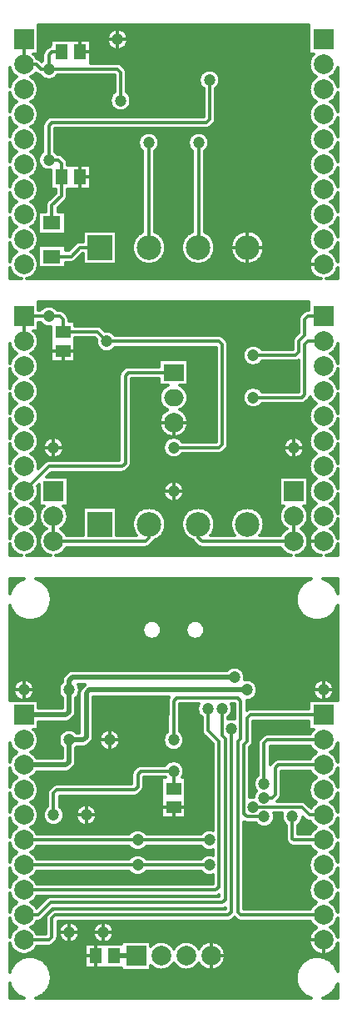
<source format=gbr>
G04 DipTrace 3.1.0.1*
G04 Íèæíèé.gbr*
%MOIN*%
G04 #@! TF.FileFunction,Copper,L2,Bot*
G04 #@! TF.Part,Single*
G04 #@! TA.AperFunction,CopperBalancing*
%ADD13C,0.011811*%
G04 #@! TA.AperFunction,Conductor*
%ADD14C,0.019685*%
%ADD19R,0.051181X0.059055*%
%ADD21R,0.070866X0.055118*%
G04 #@! TA.AperFunction,ComponentPad*
%ADD22R,0.098425X0.098425*%
%ADD23C,0.098425*%
%ADD24R,0.07874X0.07874*%
%ADD25C,0.07874*%
%ADD28R,0.059055X0.051181*%
G04 #@! TA.AperFunction,ComponentPad*
%ADD32R,0.07874X0.066929*%
%ADD33O,0.07874X0.066929*%
G04 #@! TA.AperFunction,ViaPad*
%ADD43C,0.047244*%
%FSLAX26Y26*%
G04*
G70*
G90*
G75*
G01*
G04 Bottom*
%LPD*%
X212718Y3287677D2*
D13*
Y3212874D1*
X175009Y3175165D1*
Y3104580D1*
X162508Y3356434D2*
Y3493949D1*
X175009Y3506450D1*
X793824D1*
X806325Y3518951D1*
Y3675218D1*
X212718Y3287677D2*
Y3343728D1*
X200012Y3356434D1*
X162508D1*
X181375Y1931369D2*
Y1831369D1*
X564198Y1900114D2*
Y1845285D1*
X550282Y1831369D1*
X181375D1*
X62499Y637499D2*
X600000D1*
X806333D1*
Y637566D1*
X518803D2*
X600000D1*
X806333Y537555D2*
X593748D1*
X62499D1*
Y537499D1*
X518803Y537555D2*
X593748D1*
X662693Y2506328D2*
X481413D1*
X468923Y2493837D1*
Y2143801D1*
X456421Y2131299D1*
X162554D1*
X62623Y2031369D1*
X856248Y1162499D2*
Y1056450D1*
X868840Y1043858D1*
Y400041D1*
X856339Y387539D1*
X168766D1*
X118726Y337499D1*
X62499D1*
X893749Y1081251D2*
Y349942D1*
X881341Y337534D1*
X187518D1*
X175017Y325033D1*
Y250025D1*
X162491Y237499D1*
X62499D1*
X1137618Y731325D2*
Y643816D1*
X1143936Y637499D1*
X1262499D1*
X981352Y768751D2*
X1175201D1*
X1206453Y737499D1*
X1262499D1*
X562550Y3425192D2*
Y3007983D1*
X564135Y3006398D1*
X760986D2*
X762571D1*
Y3425192D1*
X662568Y1037608D2*
Y1193874D1*
X674894Y1206199D1*
X918846D1*
X931251Y1193795D1*
Y1043585D1*
X918751Y1031085D1*
Y349955D1*
X931207Y337499D1*
X1262499D1*
X1025106Y806333D2*
X1056537D1*
X1068862Y818659D1*
Y924920D1*
X1081441Y937499D1*
X1262499D1*
X62497Y3837688D2*
Y3737688D1*
X212615Y3787730D2*
X175009D1*
X162508Y3775228D1*
Y3718972D1*
X62497Y3737688D2*
X112539D1*
X131255Y3718972D1*
X162508D1*
X437537D1*
X450038Y3706471D1*
Y3593959D1*
X1143871Y1831369D2*
Y1931369D1*
X761049Y1900114D2*
Y1845424D1*
X775205Y1831268D1*
X1143770D1*
X1143871Y1831369D1*
X981476Y2406328D2*
X1175247D1*
X1187748Y2418829D1*
Y2618850D1*
X1200266Y2631369D1*
X1262623D1*
X981476Y2575096D2*
X1150244D1*
X1162745Y2587597D1*
Y2631352D1*
X1187748Y2656354D1*
Y2718861D1*
X1200256Y2731369D1*
X1262623D1*
X62623Y2631369D2*
Y2731369D1*
X393915Y2631352D2*
X843962D1*
X856463Y2618850D1*
Y2218808D1*
X843962Y2206307D1*
X662693D1*
X62623Y2731369D2*
X162634D1*
X162640Y2731362D1*
X206395D1*
X218896Y2718861D1*
Y2668753D1*
X356513D1*
X393915Y2631352D1*
X175009Y2970722D2*
X251845D1*
X287521Y3006398D1*
X367285D1*
X62499Y437499D2*
X831290D1*
X843837Y450046D1*
Y1031357D1*
X800083Y1075112D1*
Y1162621D1*
X1025106Y862589D2*
Y1024929D1*
X1037676Y1037499D1*
X1262499D1*
X1025106Y731325D2*
X956175D1*
X943751Y743749D1*
Y1018759D1*
X956251Y1031259D1*
Y1124841D1*
X968908Y1137499D1*
X1262499D1*
X424941Y175017D2*
D14*
X512568D1*
X181268Y737576D2*
D13*
Y825085D1*
X193769Y837587D1*
X506302D1*
X518803Y850088D1*
Y900093D1*
X531304Y912594D1*
X662568D1*
Y843837D2*
Y912594D1*
X906248Y1287499D2*
D14*
X256140D1*
X243774Y1275133D1*
Y1237629D1*
X62499Y1137499D2*
X231154D1*
X243774Y1150119D1*
Y1237629D1*
X956349D2*
X325033D1*
X312531Y1225127D1*
Y1050109D1*
X300030Y1037608D1*
X243774D1*
X62499Y937499D2*
X231175D1*
X243774Y950098D1*
Y1037608D1*
D43*
X162508Y3718972D3*
X450038Y3593959D3*
X162508Y3356434D3*
X762571Y3425192D3*
X562550D3*
X806325Y3675218D3*
X437537Y3837735D3*
X181392Y2206307D3*
X393915Y2631352D3*
X662693Y2206307D3*
X981476Y2406328D3*
Y2575096D3*
X162640Y2731362D3*
X662693Y2031289D3*
X1143993Y2206307D3*
X1137618Y731325D3*
X1025106Y862589D3*
Y806333D3*
Y731325D3*
X243774Y1237629D3*
X893749Y1081251D3*
X800083Y1162621D3*
X856248Y1162499D3*
X662568Y1037608D3*
X906248Y1287499D3*
X956349Y1237629D3*
X806333Y537555D3*
Y637566D3*
X981352Y768751D3*
X243774Y268777D3*
Y1037608D3*
X518803Y637566D3*
Y537555D3*
X381289Y268777D3*
X662568Y912594D3*
X181268Y737576D3*
X406291Y1037608D3*
X62505Y1237629D3*
X1262631D3*
X312531Y737576D3*
X121231Y3882656D2*
D13*
X1203891D1*
X121231Y3870976D2*
X410984D1*
X464073D2*
X1203891D1*
X121231Y3859297D2*
X400534D1*
X474547D2*
X1203891D1*
X121231Y3847617D2*
X395736D1*
X479345D2*
X1203891D1*
X121231Y3835937D2*
X394583D1*
X480499D2*
X1203891D1*
X121231Y3824257D2*
X167659D1*
X332377D2*
X396774D1*
X478307D2*
X1203891D1*
X121231Y3812577D2*
X167659D1*
X332377D2*
X402957D1*
X472102D2*
X1203891D1*
X121231Y3800898D2*
X152919D1*
X332377D2*
X416567D1*
X458492D2*
X1203891D1*
X121231Y3789218D2*
X141707D1*
X332377D2*
X1203891D1*
X105222Y3777538D2*
X137346D1*
X332377D2*
X1219902D1*
X113873Y3765858D2*
X137232D1*
X332377D2*
X1211251D1*
X131312Y3754178D2*
X137214D1*
X332377D2*
X1206291D1*
X443912Y3742499D2*
X1204076D1*
X460937Y3730819D2*
X1204283D1*
X471710Y3719139D2*
X1206959D1*
X7077Y3707459D2*
X12340D1*
X475285D2*
X778533D1*
X834138D2*
X1212450D1*
X1312783D2*
X1318028D1*
X7077Y3695780D2*
X21866D1*
X103123D2*
X123552D1*
X475308D2*
X768730D1*
X843919D2*
X1221978D1*
X1303256D2*
X1318034D1*
X7077Y3684100D2*
X27265D1*
X97724D2*
X138270D1*
X186745D2*
X424756D1*
X475308D2*
X764277D1*
X848370D2*
X1227399D1*
X1297858D2*
X1318034D1*
X7077Y3672420D2*
X15407D1*
X109581D2*
X424756D1*
X475308D2*
X763424D1*
X849224D2*
X1215541D1*
X1309693D2*
X1318034D1*
X116411Y3660740D2*
X424756D1*
X475308D2*
X765915D1*
X846732D2*
X1208690D1*
X120101Y3649060D2*
X424756D1*
X475308D2*
X772535D1*
X840135D2*
X1205022D1*
X121231Y3637381D2*
X424756D1*
X475308D2*
X781047D1*
X831600D2*
X1203891D1*
X119986Y3625701D2*
X421642D1*
X478423D2*
X781047D1*
X831600D2*
X1205138D1*
X116156Y3614021D2*
X412184D1*
X487904D2*
X781047D1*
X831600D2*
X1208967D1*
X7077Y3602341D2*
X15892D1*
X109097D2*
X407894D1*
X492172D2*
X781047D1*
X831600D2*
X1216026D1*
X1309231D2*
X1318034D1*
X7077Y3590661D2*
X28118D1*
X96871D2*
X407178D1*
X492909D2*
X781047D1*
X831600D2*
X1228252D1*
X1297005D2*
X1318034D1*
X7077Y3578982D2*
X21220D1*
X103769D2*
X409831D1*
X490257D2*
X781047D1*
X831600D2*
X1221354D1*
X1303903D2*
X1318034D1*
X7077Y3567302D2*
X11970D1*
X113042D2*
X416636D1*
X483428D2*
X781047D1*
X831600D2*
X1212081D1*
X1313152D2*
X1318062D1*
X118371Y3555622D2*
X432161D1*
X467903D2*
X781047D1*
X831600D2*
X1206752D1*
X120886Y3543942D2*
X781047D1*
X831600D2*
X1204215D1*
X120978Y3532262D2*
X781047D1*
X831600D2*
X1204146D1*
X118648Y3520583D2*
X153887D1*
X831600D2*
X1206475D1*
X7077Y3508903D2*
X11463D1*
X113526D2*
X142445D1*
X829408D2*
X1211597D1*
X1313660D2*
X1318028D1*
X7077Y3497223D2*
X20390D1*
X104622D2*
X137462D1*
X819858D2*
X1220501D1*
X1304732D2*
X1318034D1*
X7077Y3485543D2*
X29341D1*
X95672D2*
X137232D1*
X806986D2*
X1229451D1*
X1295782D2*
X1318034D1*
X7077Y3473864D2*
X16538D1*
X108451D2*
X137232D1*
X187783D2*
X1216672D1*
X1308585D2*
X1318034D1*
X115764Y3462184D2*
X137232D1*
X187783D2*
X541874D1*
X583222D2*
X741900D1*
X783248D2*
X1209358D1*
X119802Y3450504D2*
X137232D1*
X187783D2*
X528080D1*
X597017D2*
X728106D1*
X797021D2*
X1205322D1*
X121231Y3438824D2*
X137232D1*
X187783D2*
X521852D1*
X603245D2*
X721854D1*
X803272D2*
X1203891D1*
X120262Y3427144D2*
X137232D1*
X187783D2*
X519614D1*
X605507D2*
X719617D1*
X805509D2*
X1204861D1*
X116780Y3415465D2*
X137232D1*
X187783D2*
X520698D1*
X604399D2*
X720724D1*
X804425D2*
X1208344D1*
X7077Y3403785D2*
X14807D1*
X110205D2*
X137232D1*
X187783D2*
X525450D1*
X599647D2*
X725476D1*
X799673D2*
X1214919D1*
X1310315D2*
X1318034D1*
X7077Y3392105D2*
X26180D1*
X98832D2*
X137232D1*
X187783D2*
X535807D1*
X589290D2*
X735833D1*
X789315D2*
X1226291D1*
X1298942D2*
X1318034D1*
X7077Y3380425D2*
X22766D1*
X102223D2*
X127081D1*
X203424D2*
X537283D1*
X587836D2*
X737287D1*
X787839D2*
X1222877D1*
X1302357D2*
X1318034D1*
X7077Y3368745D2*
X12846D1*
X112143D2*
X121361D1*
X222963D2*
X537283D1*
X587836D2*
X737287D1*
X787839D2*
X1212980D1*
X1312277D2*
X1318047D1*
X233967Y3357066D2*
X537283D1*
X587836D2*
X737287D1*
X787839D2*
X1207236D1*
X237934Y3345386D2*
X537283D1*
X587836D2*
X737287D1*
X787839D2*
X1204399D1*
X121093Y3333706D2*
X126251D1*
X332492D2*
X537283D1*
X587836D2*
X737287D1*
X787839D2*
X1204030D1*
X119063Y3322026D2*
X137577D1*
X332492D2*
X537283D1*
X587836D2*
X737287D1*
X787839D2*
X1206060D1*
X7077Y3310346D2*
X10655D1*
X114333D2*
X167751D1*
X332492D2*
X537283D1*
X587836D2*
X737287D1*
X787839D2*
X1210789D1*
X1314445D2*
X1318039D1*
X7077Y3298667D2*
X19007D1*
X105983D2*
X167751D1*
X332492D2*
X537283D1*
X587836D2*
X737287D1*
X787839D2*
X1219140D1*
X1306117D2*
X1318034D1*
X7077Y3286987D2*
X31601D1*
X93388D2*
X167751D1*
X332492D2*
X537283D1*
X587836D2*
X737287D1*
X787839D2*
X1231735D1*
X1293522D2*
X1318034D1*
X7077Y3275307D2*
X17760D1*
X107252D2*
X167751D1*
X332492D2*
X537283D1*
X587836D2*
X737287D1*
X787839D2*
X1217871D1*
X1307362D2*
X1318034D1*
X115072Y3263627D2*
X167751D1*
X332492D2*
X537283D1*
X587836D2*
X737287D1*
X787839D2*
X1210051D1*
X119432Y3251948D2*
X167751D1*
X332492D2*
X537283D1*
X587836D2*
X737287D1*
X787839D2*
X1205668D1*
X121185Y3240268D2*
X167751D1*
X332492D2*
X537283D1*
X587836D2*
X737287D1*
X787839D2*
X1203938D1*
X120516Y3228588D2*
X187451D1*
X238004D2*
X537283D1*
X587836D2*
X737287D1*
X787839D2*
X1204606D1*
X117356Y3216908D2*
X181500D1*
X238004D2*
X537283D1*
X587836D2*
X737287D1*
X787839D2*
X1207768D1*
X7077Y3205228D2*
X13793D1*
X111219D2*
X169827D1*
X236759D2*
X537283D1*
X587836D2*
X737287D1*
X787839D2*
X1213903D1*
X1311331D2*
X1318034D1*
X7077Y3193549D2*
X24381D1*
X100631D2*
X158131D1*
X228638D2*
X537283D1*
X587836D2*
X737287D1*
X787839D2*
X1224492D1*
X1300741D2*
X1318034D1*
X7077Y3181869D2*
X24428D1*
X100562D2*
X150681D1*
X216966D2*
X537283D1*
X587836D2*
X737287D1*
X787839D2*
X1224560D1*
X1300696D2*
X1318034D1*
X7077Y3170189D2*
X13816D1*
X111173D2*
X149735D1*
X205293D2*
X537283D1*
X587836D2*
X737287D1*
X787839D2*
X1213927D1*
X1311307D2*
X1318034D1*
X117333Y3158509D2*
X149735D1*
X200287D2*
X537283D1*
X587836D2*
X737287D1*
X787839D2*
X1207790D1*
X229815Y3146829D2*
X537283D1*
X587836D2*
X737287D1*
X787839D2*
X1204606D1*
X229815Y3135150D2*
X537283D1*
X587836D2*
X737287D1*
X787839D2*
X1203938D1*
X229815Y3123470D2*
X537283D1*
X587836D2*
X737287D1*
X787839D2*
X1205668D1*
X115072Y3111790D2*
X120198D1*
X229815D2*
X537283D1*
X587836D2*
X737287D1*
X787839D2*
X1210028D1*
X7077Y3100110D2*
X17714D1*
X107276D2*
X120207D1*
X229815D2*
X537283D1*
X587836D2*
X737287D1*
X787839D2*
X1217848D1*
X1307409D2*
X1318034D1*
X7077Y3088430D2*
X31533D1*
X93457D2*
X120207D1*
X229815D2*
X537283D1*
X587836D2*
X737287D1*
X787839D2*
X1231667D1*
X1293591D2*
X1318034D1*
X7077Y3076751D2*
X19052D1*
X105961D2*
X120207D1*
X229815D2*
X537283D1*
X587836D2*
X737287D1*
X787839D2*
X1219163D1*
X1306071D2*
X1318034D1*
X7077Y3065071D2*
X10678D1*
X114311D2*
X120213D1*
X229815D2*
X298710D1*
X435861D2*
X529786D1*
X598493D2*
X726630D1*
X795336D2*
X923472D1*
X992178D2*
X1210812D1*
X1314421D2*
X1318031D1*
X119063Y3053391D2*
X298710D1*
X435861D2*
X514631D1*
X613626D2*
X711496D1*
X810492D2*
X908340D1*
X1007335D2*
X1206060D1*
X121093Y3041711D2*
X298710D1*
X435861D2*
X505542D1*
X622715D2*
X702385D1*
X819581D2*
X899251D1*
X1016424D2*
X1204030D1*
X120724Y3030031D2*
X281640D1*
X435861D2*
X499822D1*
X628437D2*
X696686D1*
X825280D2*
X893529D1*
X1022144D2*
X1204399D1*
X117887Y3018352D2*
X264223D1*
X435861D2*
X496614D1*
X631643D2*
X693480D1*
X828509D2*
X890323D1*
X1025352D2*
X1207236D1*
X7077Y3006672D2*
X12824D1*
X112165D2*
X120207D1*
X229815D2*
X252551D1*
X435861D2*
X495554D1*
X632727D2*
X692396D1*
X829570D2*
X889261D1*
X1026412D2*
X1212958D1*
X1312299D2*
X1318054D1*
X7077Y2994992D2*
X22720D1*
X102293D2*
X120207D1*
X229815D2*
X240854D1*
X435861D2*
X496522D1*
X631735D2*
X693365D1*
X828601D2*
X890231D1*
X1025444D2*
X1222831D1*
X1302403D2*
X1318034D1*
X7077Y2983312D2*
X26227D1*
X98762D2*
X120207D1*
X435861D2*
X499636D1*
X628644D2*
X696479D1*
X825487D2*
X893322D1*
X1022353D2*
X1226361D1*
X1298896D2*
X1318034D1*
X7077Y2971633D2*
X14831D1*
X110159D2*
X120207D1*
X288016D2*
X298710D1*
X435861D2*
X505219D1*
X623062D2*
X702062D1*
X819904D2*
X898904D1*
X1016770D2*
X1214965D1*
X1310293D2*
X1318034D1*
X276344Y2959953D2*
X298710D1*
X435861D2*
X514100D1*
X614157D2*
X710966D1*
X811022D2*
X907808D1*
X1007866D2*
X1208367D1*
X261787Y2948273D2*
X298710D1*
X435861D2*
X528818D1*
X599440D2*
X725684D1*
X796282D2*
X922526D1*
X993148D2*
X1204861D1*
X229815Y2936593D2*
X1203891D1*
X119802Y2924913D2*
X1205322D1*
X115787Y2913234D2*
X1209336D1*
X7077Y2901554D2*
X16514D1*
X108475D2*
X1216648D1*
X1308609D2*
X1318034D1*
X7077Y2889874D2*
X29272D1*
X95718D2*
X1229406D1*
X1295852D2*
X1318034D1*
X174741Y3835446D2*
X331198D1*
Y3743067D1*
X439428Y3742992D1*
X443161Y3742402D1*
X446757Y3741232D1*
X450126Y3739517D1*
X453185Y3737294D1*
X467076Y3723509D1*
X469531Y3720634D1*
X471507Y3717409D1*
X472953Y3713917D1*
X473836Y3710240D1*
X474133Y3706471D1*
Y3628108D1*
X477192Y3625753D1*
X481832Y3621113D1*
X485688Y3615806D1*
X488667Y3609959D1*
X490694Y3603720D1*
X491720Y3597240D1*
Y3590678D1*
X490694Y3584198D1*
X488667Y3577959D1*
X485688Y3572113D1*
X481832Y3566806D1*
X477192Y3562165D1*
X471885Y3558310D1*
X466038Y3555331D1*
X459799Y3553303D1*
X453319Y3552277D1*
X446757D1*
X440277Y3553303D1*
X434038Y3555331D1*
X428192Y3558310D1*
X422885Y3562165D1*
X418244Y3566806D1*
X414388Y3572113D1*
X411409Y3577959D1*
X409382Y3584198D1*
X408356Y3590678D1*
Y3597240D1*
X409382Y3603720D1*
X411409Y3609959D1*
X414388Y3615806D1*
X418244Y3621113D1*
X422885Y3625753D1*
X425942Y3628106D1*
X425944Y3694883D1*
X196680Y3694878D1*
X194302Y3691819D1*
X189661Y3687178D1*
X184354Y3683323D1*
X178508Y3680344D1*
X172269Y3678316D1*
X165789Y3677290D1*
X159227D1*
X152747Y3678316D1*
X146508Y3680344D1*
X140661Y3683323D1*
X135354Y3687178D1*
X130714Y3691819D1*
X128234Y3695068D1*
X123808Y3696058D1*
X120316Y3697504D1*
X117092Y3699479D1*
X114213Y3701941D1*
X109063Y3703856D1*
X106265Y3700306D1*
X103198Y3696987D1*
X99879Y3693920D1*
X96329Y3691122D1*
X90954Y3687705D1*
X96329Y3684253D1*
X99879Y3681455D1*
X103198Y3678388D1*
X106265Y3675070D1*
X109063Y3671520D1*
X111575Y3667762D1*
X113783Y3663819D1*
X115675Y3659714D1*
X117239Y3655474D1*
X118466Y3651125D1*
X119348Y3646692D1*
X119879Y3642203D1*
X120056Y3637688D1*
X119879Y3633172D1*
X119348Y3628684D1*
X118466Y3624251D1*
X117239Y3619902D1*
X115675Y3615661D1*
X113783Y3611556D1*
X111575Y3607613D1*
X109063Y3603856D1*
X106265Y3600306D1*
X103198Y3596987D1*
X99879Y3593920D1*
X96329Y3591122D1*
X90954Y3587705D1*
X96329Y3584253D1*
X99879Y3581455D1*
X103198Y3578388D1*
X106265Y3575070D1*
X109063Y3571520D1*
X111575Y3567762D1*
X113783Y3563819D1*
X115675Y3559714D1*
X117239Y3555474D1*
X118466Y3551125D1*
X119348Y3546692D1*
X119879Y3542203D1*
X120056Y3537688D1*
X119879Y3533172D1*
X119348Y3528684D1*
X118466Y3524251D1*
X117239Y3519902D1*
X115675Y3515661D1*
X113783Y3511556D1*
X111575Y3507613D1*
X109063Y3503856D1*
X106265Y3500306D1*
X103198Y3496987D1*
X99879Y3493920D1*
X96329Y3491122D1*
X90954Y3487705D1*
X96329Y3484253D1*
X99879Y3481455D1*
X103198Y3478388D1*
X106265Y3475070D1*
X109063Y3471520D1*
X111575Y3467762D1*
X113783Y3463819D1*
X115675Y3459714D1*
X117239Y3455474D1*
X118466Y3451125D1*
X119348Y3446692D1*
X119879Y3442203D1*
X120056Y3437688D1*
X119879Y3433172D1*
X119348Y3428684D1*
X118466Y3424251D1*
X117239Y3419902D1*
X115675Y3415661D1*
X113783Y3411556D1*
X111575Y3407613D1*
X109063Y3403856D1*
X106265Y3400306D1*
X103198Y3396987D1*
X99879Y3393920D1*
X96329Y3391122D1*
X90954Y3387705D1*
X96329Y3384253D1*
X99879Y3381455D1*
X103198Y3378388D1*
X106265Y3375070D1*
X109063Y3371520D1*
X111575Y3367762D1*
X113783Y3363819D1*
X115675Y3359714D1*
X117239Y3355474D1*
X118466Y3351125D1*
X119348Y3346692D1*
X119879Y3342203D1*
X120056Y3337688D1*
X119879Y3333172D1*
X119348Y3328684D1*
X118466Y3324251D1*
X117239Y3319902D1*
X115675Y3315661D1*
X113783Y3311556D1*
X111575Y3307613D1*
X109063Y3303856D1*
X106265Y3300306D1*
X103198Y3296987D1*
X99879Y3293920D1*
X96329Y3291122D1*
X90954Y3287705D1*
X96329Y3284253D1*
X99879Y3281455D1*
X103198Y3278388D1*
X106265Y3275070D1*
X109063Y3271520D1*
X111575Y3267762D1*
X113783Y3263819D1*
X115675Y3259714D1*
X117239Y3255474D1*
X118466Y3251125D1*
X119348Y3246692D1*
X119879Y3242203D1*
X120056Y3237688D1*
X119879Y3233172D1*
X119348Y3228684D1*
X118466Y3224251D1*
X117239Y3219902D1*
X115675Y3215661D1*
X113783Y3211556D1*
X111575Y3207613D1*
X109063Y3203856D1*
X106265Y3200306D1*
X103198Y3196987D1*
X99879Y3193920D1*
X96329Y3191122D1*
X90954Y3187705D1*
X96329Y3184253D1*
X99879Y3181455D1*
X103198Y3178388D1*
X106265Y3175070D1*
X109063Y3171520D1*
X111575Y3167762D1*
X113783Y3163819D1*
X115675Y3159714D1*
X117239Y3155474D1*
X118466Y3151125D1*
X119348Y3146692D1*
X119879Y3142203D1*
X120056Y3137688D1*
X119879Y3133172D1*
X119348Y3128684D1*
X118466Y3124251D1*
X117239Y3119902D1*
X115675Y3115661D1*
X113783Y3111556D1*
X111575Y3107613D1*
X109063Y3103856D1*
X106265Y3100306D1*
X103198Y3096987D1*
X99879Y3093920D1*
X96329Y3091122D1*
X90954Y3087705D1*
X96329Y3084253D1*
X99879Y3081455D1*
X103198Y3078388D1*
X106265Y3075070D1*
X109063Y3071520D1*
X111575Y3067762D1*
X113783Y3063819D1*
X115675Y3059714D1*
X117239Y3055474D1*
X118466Y3051125D1*
X119348Y3046692D1*
X119879Y3042203D1*
X120056Y3037688D1*
X119879Y3033172D1*
X119348Y3028684D1*
X118466Y3024251D1*
X117239Y3019902D1*
X115675Y3015661D1*
X113783Y3011556D1*
X111575Y3007613D1*
X109063Y3003856D1*
X106265Y3000306D1*
X103198Y2996987D1*
X99879Y2993920D1*
X96329Y2991122D1*
X90954Y2987705D1*
X96329Y2984253D1*
X99879Y2981455D1*
X103198Y2978388D1*
X106265Y2975070D1*
X109063Y2971520D1*
X111575Y2967762D1*
X113783Y2963819D1*
X115675Y2959714D1*
X117239Y2955474D1*
X118466Y2951125D1*
X119348Y2946692D1*
X119879Y2942203D1*
X120056Y2937688D1*
X119879Y2933172D1*
X119348Y2928684D1*
X118466Y2924251D1*
X117239Y2919902D1*
X115675Y2915661D1*
X113783Y2911556D1*
X111575Y2907613D1*
X109063Y2903856D1*
X106265Y2900306D1*
X103198Y2896987D1*
X99879Y2893920D1*
X96329Y2891122D1*
X92572Y2888610D1*
X88629Y2886402D1*
X84524Y2884510D1*
X80283Y2882946D1*
X75934Y2881719D1*
X72524Y2881041D1*
X1252444Y2881039D1*
X1246938Y2882307D1*
X1241349Y2884205D1*
X1235983Y2886664D1*
X1230898Y2889661D1*
X1226146Y2893163D1*
X1221777Y2897134D1*
X1217839Y2901530D1*
X1214371Y2906307D1*
X1211411Y2911415D1*
X1208990Y2916798D1*
X1207131Y2922400D1*
X1205857Y2928164D1*
X1205181Y2934029D1*
X1205108Y2939930D1*
X1205640Y2945810D1*
X1206772Y2951604D1*
X1208491Y2957251D1*
X1210780Y2962692D1*
X1213613Y2967870D1*
X1216962Y2972731D1*
X1220790Y2977223D1*
X1225060Y2981301D1*
X1229724Y2984917D1*
X1234113Y2987686D1*
X1228791Y2991122D1*
X1225241Y2993920D1*
X1221923Y2996987D1*
X1218856Y3000306D1*
X1216058Y3003856D1*
X1213546Y3007613D1*
X1211337Y3011556D1*
X1209446Y3015661D1*
X1207882Y3019902D1*
X1206655Y3024251D1*
X1205773Y3028684D1*
X1205241Y3033172D1*
X1205064Y3037688D1*
X1205241Y3042203D1*
X1205773Y3046692D1*
X1206655Y3051125D1*
X1207882Y3055474D1*
X1209446Y3059714D1*
X1211337Y3063819D1*
X1213546Y3067762D1*
X1216058Y3071520D1*
X1218856Y3075070D1*
X1221923Y3078388D1*
X1225241Y3081455D1*
X1228791Y3084253D1*
X1234167Y3087671D1*
X1228791Y3091122D1*
X1225241Y3093920D1*
X1221923Y3096987D1*
X1218856Y3100306D1*
X1216058Y3103856D1*
X1213546Y3107613D1*
X1211337Y3111556D1*
X1209446Y3115661D1*
X1207882Y3119902D1*
X1206655Y3124251D1*
X1205773Y3128684D1*
X1205241Y3133172D1*
X1205064Y3137688D1*
X1205241Y3142203D1*
X1205773Y3146692D1*
X1206655Y3151125D1*
X1207882Y3155474D1*
X1209446Y3159714D1*
X1211337Y3163819D1*
X1213546Y3167762D1*
X1216058Y3171520D1*
X1218856Y3175070D1*
X1221923Y3178388D1*
X1225241Y3181455D1*
X1228791Y3184253D1*
X1234167Y3187671D1*
X1228791Y3191122D1*
X1225241Y3193920D1*
X1221923Y3196987D1*
X1218856Y3200306D1*
X1216058Y3203856D1*
X1213546Y3207613D1*
X1211337Y3211556D1*
X1209446Y3215661D1*
X1207882Y3219902D1*
X1206655Y3224251D1*
X1205773Y3228684D1*
X1205241Y3233172D1*
X1205064Y3237688D1*
X1205241Y3242203D1*
X1205773Y3246692D1*
X1206655Y3251125D1*
X1207882Y3255474D1*
X1209446Y3259714D1*
X1211337Y3263819D1*
X1213546Y3267762D1*
X1216058Y3271520D1*
X1218856Y3275070D1*
X1221923Y3278388D1*
X1225241Y3281455D1*
X1228791Y3284253D1*
X1234167Y3287671D1*
X1228791Y3291122D1*
X1225241Y3293920D1*
X1221923Y3296987D1*
X1218856Y3300306D1*
X1216058Y3303856D1*
X1213546Y3307613D1*
X1211337Y3311556D1*
X1209446Y3315661D1*
X1207882Y3319902D1*
X1206655Y3324251D1*
X1205773Y3328684D1*
X1205241Y3333172D1*
X1205064Y3337688D1*
X1205241Y3342203D1*
X1205773Y3346692D1*
X1206655Y3351125D1*
X1207882Y3355474D1*
X1209446Y3359714D1*
X1211337Y3363819D1*
X1213546Y3367762D1*
X1216058Y3371520D1*
X1218856Y3375070D1*
X1221923Y3378388D1*
X1225241Y3381455D1*
X1228791Y3384253D1*
X1234167Y3387671D1*
X1228791Y3391122D1*
X1225241Y3393920D1*
X1221923Y3396987D1*
X1218856Y3400306D1*
X1216058Y3403856D1*
X1213546Y3407613D1*
X1211337Y3411556D1*
X1209446Y3415661D1*
X1207882Y3419902D1*
X1206655Y3424251D1*
X1205773Y3428684D1*
X1205241Y3433172D1*
X1205064Y3437688D1*
X1205241Y3442203D1*
X1205773Y3446692D1*
X1206655Y3451125D1*
X1207882Y3455474D1*
X1209446Y3459714D1*
X1211337Y3463819D1*
X1213546Y3467762D1*
X1216058Y3471520D1*
X1218856Y3475070D1*
X1221923Y3478388D1*
X1225241Y3481455D1*
X1228791Y3484253D1*
X1234167Y3487671D1*
X1228791Y3491122D1*
X1225241Y3493920D1*
X1221923Y3496987D1*
X1218856Y3500306D1*
X1216058Y3503856D1*
X1213546Y3507613D1*
X1211337Y3511556D1*
X1209446Y3515661D1*
X1207882Y3519902D1*
X1206655Y3524251D1*
X1205773Y3528684D1*
X1205241Y3533172D1*
X1205064Y3537688D1*
X1205241Y3542203D1*
X1205773Y3546692D1*
X1206655Y3551125D1*
X1207882Y3555474D1*
X1209446Y3559714D1*
X1211337Y3563819D1*
X1213546Y3567762D1*
X1216058Y3571520D1*
X1218856Y3575070D1*
X1221923Y3578388D1*
X1225241Y3581455D1*
X1228791Y3584253D1*
X1234167Y3587671D1*
X1228791Y3591122D1*
X1225241Y3593920D1*
X1221923Y3596987D1*
X1218856Y3600306D1*
X1216058Y3603856D1*
X1213546Y3607613D1*
X1211337Y3611556D1*
X1209446Y3615661D1*
X1207882Y3619902D1*
X1206655Y3624251D1*
X1205773Y3628684D1*
X1205241Y3633172D1*
X1205064Y3637688D1*
X1205241Y3642203D1*
X1205773Y3646692D1*
X1206655Y3651125D1*
X1207882Y3655474D1*
X1209446Y3659714D1*
X1211337Y3663819D1*
X1213546Y3667762D1*
X1216058Y3671520D1*
X1218856Y3675070D1*
X1221923Y3678388D1*
X1225241Y3681455D1*
X1228791Y3684253D1*
X1234167Y3687671D1*
X1228791Y3691122D1*
X1225241Y3693920D1*
X1221923Y3696987D1*
X1218856Y3700306D1*
X1216058Y3703856D1*
X1213546Y3707613D1*
X1211337Y3711556D1*
X1209446Y3715661D1*
X1207882Y3719902D1*
X1206655Y3724251D1*
X1205773Y3728684D1*
X1205241Y3733172D1*
X1205064Y3737688D1*
X1205241Y3742203D1*
X1205773Y3746692D1*
X1206655Y3751125D1*
X1207882Y3755474D1*
X1209446Y3759714D1*
X1211337Y3763819D1*
X1213546Y3767762D1*
X1216058Y3771520D1*
X1218856Y3775070D1*
X1223803Y3780126D1*
X1205064Y3780129D1*
Y3894324D1*
X120059Y3894336D1*
X120056Y3780129D1*
X101394D1*
X106265Y3775070D1*
X109063Y3771520D1*
X111575Y3767762D1*
X114766Y3761686D1*
X118164Y3761117D1*
X121760Y3759948D1*
X125129Y3758232D1*
X128188Y3756009D1*
X134388Y3749913D1*
X138412Y3753119D1*
X138488Y3777119D1*
X139079Y3780853D1*
X140248Y3784449D1*
X141963Y3787818D1*
X144186Y3790877D1*
X157971Y3804768D1*
X160846Y3807223D1*
X164071Y3809198D1*
X167571Y3810647D1*
X168836Y3816785D1*
Y3835446D1*
X174741D1*
X236828Y3335394D2*
X331301D1*
Y3239961D1*
X236820D1*
X236738Y3210983D1*
X236147Y3207249D1*
X234978Y3203654D1*
X233262Y3200285D1*
X231039Y3197226D1*
X208877Y3174958D1*
X199105Y3165186D1*
X199104Y3150320D1*
X228631Y3150328D1*
Y3058832D1*
X121387D1*
Y3150328D1*
X150891D1*
X150990Y3177056D1*
X151580Y3180790D1*
X152749Y3184386D1*
X154465Y3187755D1*
X156688Y3190814D1*
X178850Y3213081D1*
X188622Y3222853D1*
X188623Y3239979D1*
X168938Y3239961D1*
Y3315140D1*
X162508Y3314623D1*
X155967Y3315138D1*
X149588Y3316669D1*
X143526Y3319181D1*
X137932Y3322609D1*
X132944Y3326870D1*
X128682Y3331858D1*
X125255Y3337453D1*
X122743Y3343514D1*
X121211Y3349894D1*
X120697Y3356434D1*
X121211Y3362975D1*
X122743Y3369354D1*
X125255Y3375416D1*
X128682Y3381010D1*
X132944Y3385999D1*
X137932Y3390260D1*
X138412Y3390581D1*
X138488Y3495840D1*
X139079Y3499573D1*
X140247Y3503169D1*
X141963Y3506538D1*
X144186Y3509597D1*
X157971Y3523488D1*
X160846Y3525944D1*
X164071Y3527919D1*
X167563Y3529365D1*
X171240Y3530248D1*
X175009Y3530545D1*
X782239D1*
X782231Y3641052D1*
X779172Y3643424D1*
X774531Y3648064D1*
X770676Y3653371D1*
X767697Y3659218D1*
X765669Y3665457D1*
X764643Y3671937D1*
Y3678499D1*
X765669Y3684979D1*
X767697Y3691218D1*
X770676Y3697064D1*
X774531Y3702371D1*
X779172Y3707012D1*
X784479Y3710867D1*
X790325Y3713846D1*
X796564Y3715874D1*
X803045Y3716900D1*
X809606D1*
X816087Y3715874D1*
X822325Y3713846D1*
X828172Y3710867D1*
X833479Y3707012D1*
X838119Y3702371D1*
X841975Y3697064D1*
X844954Y3691218D1*
X846982Y3684979D1*
X848008Y3678499D1*
Y3671937D1*
X846982Y3665457D1*
X844954Y3659218D1*
X841975Y3653371D1*
X838119Y3648064D1*
X833479Y3643424D1*
X830421Y3641071D1*
X830346Y3517060D1*
X829755Y3513327D1*
X828587Y3509731D1*
X826870Y3506362D1*
X824647Y3503303D1*
X810862Y3489412D1*
X807987Y3486957D1*
X804762Y3484982D1*
X801270Y3483535D1*
X797593Y3482652D1*
X793816Y3482356D1*
X186594D1*
X186602Y3390626D1*
X189661Y3388228D1*
X194302Y3383588D1*
X196655Y3380530D1*
X201903Y3380455D1*
X205636Y3379864D1*
X209232Y3378696D1*
X212601Y3376979D1*
X215660Y3374756D1*
X229756Y3360766D1*
X232211Y3357891D1*
X234186Y3354667D1*
X235634Y3351175D1*
X236516Y3347497D1*
X236812Y3343720D1*
Y3335400D1*
X127293Y3016470D2*
X228631D1*
Y2994808D1*
X241885Y2994816D1*
X271873Y3024719D1*
X274932Y3026942D1*
X278301Y3028659D1*
X281896Y3029827D1*
X285630Y3030417D1*
X299862Y3030492D1*
X299883Y3073799D1*
X434686D1*
Y2938996D1*
X299883D1*
Y2982295D1*
X296207Y2981008D1*
X267493Y2952400D1*
X264434Y2950177D1*
X261066Y2948461D1*
X257470Y2947293D1*
X253736Y2946702D1*
X228615Y2946627D1*
X228631Y2924974D1*
X121387D1*
Y3016470D1*
X127293D1*
X631329Y3001109D2*
X630707Y2995854D1*
X629675Y2990663D1*
X628238Y2985570D1*
X626406Y2980604D1*
X624190Y2975798D1*
X621605Y2971180D1*
X618664Y2966780D1*
X615387Y2962623D1*
X611795Y2958738D1*
X607909Y2955146D1*
X603753Y2951869D1*
X599353Y2948928D1*
X594735Y2946343D1*
X589929Y2944127D1*
X584963Y2942295D1*
X579870Y2940858D1*
X574678Y2939825D1*
X569424Y2939203D1*
X564135Y2938996D1*
X558846Y2939203D1*
X553592Y2939825D1*
X548400Y2940858D1*
X543307Y2942295D1*
X538341Y2944127D1*
X533535Y2946343D1*
X528917Y2948928D1*
X524517Y2951869D1*
X520361Y2955146D1*
X516475Y2958738D1*
X512883Y2962623D1*
X509606Y2966780D1*
X506665Y2971180D1*
X504080Y2975798D1*
X501865Y2980604D1*
X500033Y2985570D1*
X498596Y2990663D1*
X497563Y2995854D1*
X496941Y3001109D1*
X496734Y3006398D1*
X496941Y3011686D1*
X497563Y3016941D1*
X498596Y3022133D1*
X500033Y3027226D1*
X501865Y3032192D1*
X504080Y3036997D1*
X506665Y3041615D1*
X509606Y3046016D1*
X512883Y3050172D1*
X516475Y3054058D1*
X520361Y3057650D1*
X524517Y3060927D1*
X528917Y3063867D1*
X533535Y3066453D1*
X538438Y3068705D1*
X538455Y3391034D1*
X535396Y3393398D1*
X530756Y3398038D1*
X526900Y3403345D1*
X523921Y3409192D1*
X521894Y3415430D1*
X520867Y3421911D1*
Y3428472D1*
X521894Y3434953D1*
X523921Y3441192D1*
X526900Y3447038D1*
X530756Y3452345D1*
X535396Y3456986D1*
X540703Y3460841D1*
X546550Y3463820D1*
X552789Y3465848D1*
X559269Y3466874D1*
X565831D1*
X572311Y3465848D1*
X578550Y3463820D1*
X584396Y3460841D1*
X589703Y3456986D1*
X594344Y3452345D1*
X598199Y3447038D1*
X601178Y3441192D1*
X603206Y3434953D1*
X604232Y3428472D1*
Y3421911D1*
X603206Y3415430D1*
X601178Y3409192D1*
X598199Y3403345D1*
X594344Y3398038D1*
X589703Y3393398D1*
X586646Y3391045D1*
X586644Y3069915D1*
X594735Y3066453D1*
X599353Y3063867D1*
X603753Y3060927D1*
X607909Y3057650D1*
X611795Y3054058D1*
X615387Y3050172D1*
X618664Y3046016D1*
X621605Y3041615D1*
X624190Y3036997D1*
X626406Y3032192D1*
X628238Y3027226D1*
X629675Y3022133D1*
X630707Y3016941D1*
X631329Y3011686D1*
X631537Y3006398D1*
X631329Y3001109D1*
X828180D2*
X827558Y2995854D1*
X826525Y2990663D1*
X825088Y2985570D1*
X823256Y2980604D1*
X821041Y2975798D1*
X818455Y2971180D1*
X815514Y2966780D1*
X812238Y2962623D1*
X808646Y2958738D1*
X804760Y2955146D1*
X800604Y2951869D1*
X796203Y2948928D1*
X791585Y2946343D1*
X786780Y2944127D1*
X781814Y2942295D1*
X776720Y2940858D1*
X771529Y2939825D1*
X766274Y2939203D1*
X760986Y2938996D1*
X755697Y2939203D1*
X750442Y2939825D1*
X745251Y2940858D1*
X740157Y2942295D1*
X735192Y2944127D1*
X730386Y2946343D1*
X725768Y2948928D1*
X721367Y2951869D1*
X717211Y2955146D1*
X713325Y2958738D1*
X709734Y2962623D1*
X706457Y2966780D1*
X703516Y2971180D1*
X700930Y2975798D1*
X698715Y2980604D1*
X696883Y2985570D1*
X695446Y2990663D1*
X694413Y2995854D1*
X693791Y3001109D1*
X693584Y3006398D1*
X693791Y3011686D1*
X694413Y3016941D1*
X695446Y3022133D1*
X696883Y3027226D1*
X698715Y3032192D1*
X700930Y3036997D1*
X703516Y3041615D1*
X706457Y3046016D1*
X709734Y3050172D1*
X713325Y3054058D1*
X717211Y3057650D1*
X721367Y3060927D1*
X725768Y3063867D1*
X730386Y3066453D1*
X735192Y3068668D1*
X738470Y3069878D1*
X738476Y3391017D1*
X735417Y3393398D1*
X730777Y3398038D1*
X726921Y3403345D1*
X723942Y3409192D1*
X721915Y3415430D1*
X720888Y3421911D1*
Y3428472D1*
X721915Y3434953D1*
X723942Y3441192D1*
X726921Y3447038D1*
X730777Y3452345D1*
X735417Y3456986D1*
X740724Y3460841D1*
X746571Y3463820D1*
X752810Y3465848D1*
X759290Y3466874D1*
X765852D1*
X772332Y3465848D1*
X778571Y3463820D1*
X784417Y3460841D1*
X789724Y3456986D1*
X794365Y3452345D1*
X798220Y3447038D1*
X801199Y3441192D1*
X803227Y3434953D1*
X804253Y3428472D1*
Y3421911D1*
X803227Y3415430D1*
X801199Y3409192D1*
X798220Y3403345D1*
X794365Y3398038D1*
X789724Y3393398D1*
X786667Y3391045D1*
X786780Y3068668D1*
X791585Y3066453D1*
X796203Y3063867D1*
X800604Y3060927D1*
X804760Y3057650D1*
X808646Y3054058D1*
X812238Y3050172D1*
X815514Y3046016D1*
X818455Y3041615D1*
X821041Y3036997D1*
X823256Y3032192D1*
X825088Y3027226D1*
X826525Y3022133D1*
X827558Y3016941D1*
X828180Y3011686D1*
X828387Y3006398D1*
X828180Y3001109D1*
X1025227Y3005217D2*
X1024865Y2999324D1*
X1023990Y2993486D1*
X1022605Y2987747D1*
X1020726Y2982151D1*
X1018362Y2976740D1*
X1015535Y2971558D1*
X1012265Y2966643D1*
X1008577Y2962033D1*
X1004500Y2957762D1*
X1000066Y2953866D1*
X995307Y2950371D1*
X990261Y2947308D1*
X984966Y2944697D1*
X979462Y2942560D1*
X973794Y2940912D1*
X968001Y2939768D1*
X962133Y2939133D1*
X956230Y2939016D1*
X950340Y2939415D1*
X944507Y2940327D1*
X938777Y2941747D1*
X933193Y2943663D1*
X927798Y2946059D1*
X922633Y2948920D1*
X917739Y2952220D1*
X913151Y2955937D1*
X908907Y2960041D1*
X905038Y2964500D1*
X901575Y2969281D1*
X898543Y2974346D1*
X895966Y2979657D1*
X893864Y2985175D1*
X892251Y2990853D1*
X891143Y2996652D1*
X890546Y3002525D1*
X890465Y3008429D1*
X890902Y3014316D1*
X891850Y3020143D1*
X893307Y3025864D1*
X895257Y3031436D1*
X897689Y3036816D1*
X900581Y3041962D1*
X903913Y3046836D1*
X907659Y3051399D1*
X911789Y3055618D1*
X916272Y3059458D1*
X921075Y3062891D1*
X926159Y3065892D1*
X931487Y3068436D1*
X937016Y3070503D1*
X942706Y3072079D1*
X948512Y3073151D1*
X954388Y3073711D1*
X960291Y3073755D1*
X966176Y3073281D1*
X971997Y3072295D1*
X977709Y3070803D1*
X983269Y3068816D1*
X988633Y3066352D1*
X993761Y3063427D1*
X998614Y3060064D1*
X1003154Y3056290D1*
X1007345Y3052134D1*
X1011157Y3047626D1*
X1014560Y3042802D1*
X1017529Y3037698D1*
X1020038Y3032356D1*
X1022071Y3026812D1*
X1023612Y3021113D1*
X1024647Y3015302D1*
X1025169Y3009421D1*
X1025227Y3005217D1*
X34041Y3687705D2*
X28665Y3691122D1*
X25115Y3693920D1*
X21797Y3696987D1*
X18730Y3700306D1*
X15932Y3703856D1*
X13420Y3707613D1*
X11211Y3711556D1*
X9320Y3715661D1*
X7756Y3719902D1*
X6529Y3724251D1*
X5899Y3727420D1*
X5896Y3648127D1*
X7756Y3655474D1*
X9320Y3659714D1*
X11211Y3663819D1*
X13420Y3667762D1*
X15932Y3671520D1*
X18730Y3675070D1*
X21797Y3678388D1*
X25115Y3681455D1*
X28665Y3684253D1*
X34041Y3687671D1*
Y3587705D2*
X28665Y3591122D1*
X25115Y3593920D1*
X21797Y3596987D1*
X18730Y3600306D1*
X15932Y3603856D1*
X13420Y3607613D1*
X11211Y3611556D1*
X9320Y3615661D1*
X7756Y3619902D1*
X6529Y3624251D1*
X5899Y3627420D1*
X5896Y3548148D1*
X7756Y3555474D1*
X9320Y3559714D1*
X11211Y3563819D1*
X13420Y3567762D1*
X15932Y3571520D1*
X18730Y3575070D1*
X21797Y3578388D1*
X25115Y3581455D1*
X28665Y3584253D1*
X34041Y3587671D1*
Y3487705D2*
X28665Y3491122D1*
X25115Y3493920D1*
X21797Y3496987D1*
X18730Y3500306D1*
X15932Y3503856D1*
X13420Y3507613D1*
X11211Y3511556D1*
X9320Y3515661D1*
X7756Y3519902D1*
X6529Y3524251D1*
X5899Y3527420D1*
X5896Y3448123D1*
X7756Y3455474D1*
X9320Y3459714D1*
X11211Y3463819D1*
X13420Y3467762D1*
X15932Y3471520D1*
X18730Y3475070D1*
X21797Y3478388D1*
X25115Y3481455D1*
X28665Y3484253D1*
X34041Y3487671D1*
Y3387705D2*
X28665Y3391122D1*
X25115Y3393920D1*
X21797Y3396987D1*
X18730Y3400306D1*
X15932Y3403856D1*
X13420Y3407613D1*
X11211Y3411556D1*
X9320Y3415661D1*
X7756Y3419902D1*
X6529Y3424251D1*
X5899Y3427420D1*
X5896Y3348146D1*
X7756Y3355474D1*
X9320Y3359714D1*
X11211Y3363819D1*
X13420Y3367762D1*
X15932Y3371520D1*
X18730Y3375070D1*
X21797Y3378388D1*
X25115Y3381455D1*
X28665Y3384253D1*
X34041Y3387671D1*
Y3287705D2*
X28665Y3291122D1*
X25115Y3293920D1*
X21797Y3296987D1*
X18730Y3300306D1*
X15932Y3303856D1*
X13420Y3307613D1*
X11211Y3311556D1*
X9320Y3315661D1*
X7756Y3319902D1*
X6529Y3324251D1*
X5899Y3327420D1*
X5896Y3248167D1*
X7756Y3255474D1*
X9320Y3259714D1*
X11211Y3263819D1*
X13420Y3267762D1*
X15932Y3271520D1*
X18730Y3275070D1*
X21797Y3278388D1*
X25115Y3281455D1*
X28665Y3284253D1*
X34041Y3287671D1*
Y3187705D2*
X28665Y3191122D1*
X25115Y3193920D1*
X21797Y3196987D1*
X18730Y3200306D1*
X15932Y3203856D1*
X13420Y3207613D1*
X11211Y3211556D1*
X9320Y3215661D1*
X7756Y3219902D1*
X6529Y3224251D1*
X5896Y3227013D1*
Y3148142D1*
X7756Y3155474D1*
X9320Y3159714D1*
X11211Y3163819D1*
X13420Y3167762D1*
X15932Y3171520D1*
X18730Y3175070D1*
X21797Y3178388D1*
X25115Y3181455D1*
X28665Y3184253D1*
X34041Y3187671D1*
Y3087705D2*
X28665Y3091122D1*
X25115Y3093920D1*
X21797Y3096987D1*
X18730Y3100306D1*
X15932Y3103856D1*
X13420Y3107613D1*
X11211Y3111556D1*
X9320Y3115661D1*
X7756Y3119902D1*
X6529Y3124251D1*
X5899Y3127420D1*
X5896Y3048164D1*
X7756Y3055474D1*
X9320Y3059714D1*
X11211Y3063819D1*
X13420Y3067762D1*
X15932Y3071520D1*
X18730Y3075070D1*
X21797Y3078388D1*
X25115Y3081455D1*
X28665Y3084253D1*
X34041Y3087671D1*
Y2987705D2*
X28665Y2991122D1*
X25115Y2993920D1*
X21797Y2996987D1*
X18730Y3000306D1*
X15932Y3003856D1*
X13420Y3007613D1*
X11211Y3011556D1*
X9320Y3015661D1*
X7756Y3019902D1*
X6529Y3024251D1*
X5899Y3027420D1*
X5896Y2948139D1*
X7756Y2955474D1*
X9320Y2959714D1*
X11211Y2963819D1*
X13420Y2967762D1*
X15932Y2971520D1*
X18730Y2975070D1*
X21797Y2978388D1*
X25115Y2981455D1*
X28665Y2984253D1*
X34041Y2987671D1*
X52471Y2881041D2*
X49060Y2881719D1*
X44711Y2882946D1*
X40471Y2884510D1*
X36366Y2886402D1*
X32423Y2888610D1*
X28665Y2891122D1*
X25115Y2893920D1*
X21797Y2896987D1*
X18730Y2900306D1*
X15932Y2903856D1*
X13420Y2907613D1*
X11211Y2911556D1*
X9320Y2915661D1*
X7756Y2919902D1*
X6529Y2924251D1*
X5899Y2927420D1*
X5896Y2881039D1*
X52287D1*
X1319222Y3727420D2*
X1318592Y3724251D1*
X1317365Y3719902D1*
X1315801Y3715661D1*
X1313909Y3711556D1*
X1311701Y3707613D1*
X1309189Y3703856D1*
X1306391Y3700306D1*
X1303324Y3696987D1*
X1300005Y3693920D1*
X1296455Y3691122D1*
X1291080Y3687705D1*
X1296455Y3684253D1*
X1300005Y3681455D1*
X1303324Y3678388D1*
X1306391Y3675070D1*
X1309189Y3671520D1*
X1311701Y3667762D1*
X1313909Y3663819D1*
X1315801Y3659714D1*
X1317365Y3655474D1*
X1318592Y3651125D1*
X1319222Y3647955D1*
X1319224Y3727211D1*
X1319222Y3627420D2*
X1318592Y3624251D1*
X1317365Y3619902D1*
X1315801Y3615661D1*
X1313909Y3611556D1*
X1311701Y3607613D1*
X1309189Y3603856D1*
X1306391Y3600306D1*
X1303324Y3596987D1*
X1300005Y3593920D1*
X1296455Y3591122D1*
X1291080Y3587705D1*
X1296455Y3584253D1*
X1300005Y3581455D1*
X1303324Y3578388D1*
X1306391Y3575070D1*
X1309189Y3571520D1*
X1311701Y3567762D1*
X1313909Y3563819D1*
X1315801Y3559714D1*
X1317365Y3555474D1*
X1318592Y3551125D1*
X1319224Y3548362D1*
Y3627234D1*
X1319222Y3527420D2*
X1318592Y3524251D1*
X1317365Y3519902D1*
X1315801Y3515661D1*
X1313909Y3511556D1*
X1311701Y3507613D1*
X1309189Y3503856D1*
X1306391Y3500306D1*
X1303324Y3496987D1*
X1300005Y3493920D1*
X1296455Y3491122D1*
X1291080Y3487705D1*
X1296455Y3484253D1*
X1300005Y3481455D1*
X1303324Y3478388D1*
X1306391Y3475070D1*
X1309189Y3471520D1*
X1311701Y3467762D1*
X1313909Y3463819D1*
X1315801Y3459714D1*
X1317365Y3455474D1*
X1318592Y3451125D1*
X1319222Y3447955D1*
X1319224Y3527209D1*
X1319222Y3427420D2*
X1318592Y3424251D1*
X1317365Y3419902D1*
X1315801Y3415661D1*
X1313909Y3411556D1*
X1311701Y3407613D1*
X1309189Y3403856D1*
X1306391Y3400306D1*
X1303324Y3396987D1*
X1300005Y3393920D1*
X1296455Y3391122D1*
X1291080Y3387705D1*
X1296455Y3384253D1*
X1300005Y3381455D1*
X1303324Y3378388D1*
X1306391Y3375070D1*
X1309189Y3371520D1*
X1311701Y3367762D1*
X1313909Y3363819D1*
X1315801Y3359714D1*
X1317365Y3355474D1*
X1318592Y3351125D1*
X1319222Y3347955D1*
X1319224Y3427230D1*
X1319222Y3327420D2*
X1318592Y3324251D1*
X1317365Y3319902D1*
X1315801Y3315661D1*
X1313909Y3311556D1*
X1311701Y3307613D1*
X1309189Y3303856D1*
X1306391Y3300306D1*
X1303324Y3296987D1*
X1300005Y3293920D1*
X1296455Y3291122D1*
X1291080Y3287705D1*
X1296455Y3284253D1*
X1300005Y3281455D1*
X1303324Y3278388D1*
X1306391Y3275070D1*
X1309189Y3271520D1*
X1311701Y3267762D1*
X1313909Y3263819D1*
X1315801Y3259714D1*
X1317365Y3255474D1*
X1318592Y3251125D1*
X1319222Y3247955D1*
X1319224Y3327252D1*
X1319222Y3227420D2*
X1318592Y3224251D1*
X1317365Y3219902D1*
X1315801Y3215661D1*
X1313909Y3211556D1*
X1311701Y3207613D1*
X1309189Y3203856D1*
X1306391Y3200306D1*
X1303324Y3196987D1*
X1300005Y3193920D1*
X1296455Y3191122D1*
X1291080Y3187705D1*
X1296455Y3184253D1*
X1300005Y3181455D1*
X1303324Y3178388D1*
X1306391Y3175070D1*
X1309189Y3171520D1*
X1311701Y3167762D1*
X1313909Y3163819D1*
X1315801Y3159714D1*
X1317365Y3155474D1*
X1318592Y3151125D1*
X1319222Y3147955D1*
X1319224Y3227227D1*
X1319222Y3127420D2*
X1318592Y3124251D1*
X1317365Y3119902D1*
X1315801Y3115661D1*
X1313909Y3111556D1*
X1311701Y3107613D1*
X1309189Y3103856D1*
X1306391Y3100306D1*
X1303324Y3096987D1*
X1300005Y3093920D1*
X1296455Y3091122D1*
X1291080Y3087705D1*
X1296455Y3084253D1*
X1300005Y3081455D1*
X1303324Y3078388D1*
X1306391Y3075070D1*
X1309189Y3071520D1*
X1311701Y3067762D1*
X1313909Y3063819D1*
X1315801Y3059714D1*
X1317365Y3055474D1*
X1318592Y3051125D1*
X1319222Y3047955D1*
X1319224Y3127248D1*
X1319222Y3027420D2*
X1318592Y3024251D1*
X1317365Y3019902D1*
X1315801Y3015661D1*
X1313909Y3011556D1*
X1311701Y3007613D1*
X1309189Y3003856D1*
X1306391Y3000306D1*
X1303324Y2996987D1*
X1300005Y2993920D1*
X1296455Y2991122D1*
X1291080Y2987705D1*
X1295231Y2985119D1*
X1299917Y2981531D1*
X1304211Y2977480D1*
X1308068Y2973012D1*
X1311448Y2968172D1*
X1314312Y2963012D1*
X1316634Y2957584D1*
X1318388Y2951948D1*
X1319224Y2948131D1*
Y3027224D1*
X1319223Y2927232D2*
X1317824Y2921379D1*
X1315864Y2915811D1*
X1313343Y2910474D1*
X1310289Y2905421D1*
X1306734Y2900710D1*
X1302714Y2896386D1*
X1298273Y2892497D1*
X1293457Y2889084D1*
X1288318Y2886181D1*
X1282907Y2883822D1*
X1277283Y2882026D1*
X1272820Y2881041D1*
X1319203Y2881039D1*
X1319224Y2927245D1*
X479331Y3836554D2*
X478932Y3831849D1*
X478004Y3827219D1*
X476560Y3822723D1*
X474618Y3818419D1*
X472205Y3814361D1*
X469348Y3810601D1*
X466085Y3807188D1*
X462459Y3804163D1*
X458514Y3801567D1*
X454303Y3799433D1*
X449877Y3797786D1*
X445294Y3796650D1*
X440612Y3796037D1*
X435891Y3795957D1*
X431190Y3796408D1*
X426571Y3797387D1*
X422092Y3798881D1*
X417810Y3800870D1*
X413778Y3803329D1*
X410051Y3806228D1*
X406673Y3809528D1*
X403690Y3813188D1*
X401138Y3817160D1*
X399050Y3821396D1*
X397454Y3825840D1*
X396367Y3830436D1*
X395807Y3835123D1*
X395780Y3839845D1*
X396283Y3844541D1*
X397314Y3849148D1*
X398857Y3853612D1*
X400894Y3857871D1*
X403398Y3861874D1*
X406337Y3865570D1*
X409675Y3868909D1*
X413367Y3871853D1*
X417369Y3874360D1*
X421627Y3876400D1*
X426088Y3877948D1*
X430696Y3878983D1*
X435390Y3879491D1*
X440112Y3879467D1*
X444801Y3878911D1*
X449396Y3877828D1*
X453843Y3876235D1*
X458079Y3874151D1*
X462054Y3871604D1*
X465717Y3868622D1*
X469020Y3865248D1*
X471921Y3861524D1*
X474385Y3857495D1*
X476377Y3853214D1*
X477875Y3848735D1*
X478858Y3844117D1*
X479314Y3839417D1*
X479331Y3836554D1*
X287419Y3835423D2*
Y3787730D1*
X331175D1*
X287521Y3335370D2*
Y3239984D1*
Y3287677D2*
X331277D1*
X957836Y3073776D2*
Y2939020D1*
X890458Y3006398D2*
X1025214D1*
X1205088Y2937688D2*
X1262623D1*
X437537Y3879522D2*
Y3795948D1*
X395749Y3837735D2*
X479324D1*
X121364Y2776283D2*
X1203886D1*
X121364Y2764604D2*
X136096D1*
X189185D2*
X1203886D1*
X218320Y2752924D2*
X1188315D1*
X231769Y2741244D2*
X1174866D1*
X241665Y2729564D2*
X1164970D1*
X244180Y2717885D2*
X1162478D1*
X121364Y2706205D2*
X128073D1*
X267802D2*
X1162478D1*
X121364Y2694525D2*
X141678D1*
X267802D2*
X1162478D1*
X121364Y2682845D2*
X170007D1*
X377677D2*
X1162478D1*
X105378Y2671165D2*
X170007D1*
X407874D2*
X1162478D1*
X114029Y2659486D2*
X170007D1*
X426029D2*
X1155627D1*
X118965Y2647806D2*
X170007D1*
X862760D2*
X1143954D1*
X121156Y2636126D2*
X170007D1*
X267802D2*
X351185D1*
X874455D2*
X1137957D1*
X120949Y2624446D2*
X170007D1*
X267802D2*
X351508D1*
X881076D2*
X1137472D1*
X118273Y2612766D2*
X170007D1*
X267802D2*
X355291D1*
X881745D2*
X962152D1*
X1000801D2*
X1137472D1*
X7222Y2601087D2*
X12487D1*
X112760D2*
X170007D1*
X267802D2*
X363896D1*
X423953D2*
X831193D1*
X881745D2*
X947550D1*
X1015403D2*
X1137472D1*
X1312755D2*
X1318197D1*
X7222Y2589407D2*
X22045D1*
X103209D2*
X170007D1*
X267802D2*
X831193D1*
X881745D2*
X940999D1*
X1303205D2*
X1318167D1*
X7222Y2577727D2*
X27328D1*
X97927D2*
X170007D1*
X267802D2*
X831193D1*
X881745D2*
X938576D1*
X1297921D2*
X1318167D1*
X7222Y2566047D2*
X15483D1*
X109738D2*
X170007D1*
X267802D2*
X831193D1*
X881745D2*
X939476D1*
X1309732D2*
X1318167D1*
X116566Y2554367D2*
X170007D1*
X267802D2*
X603946D1*
X721442D2*
X831193D1*
X881745D2*
X943974D1*
X120234Y2542688D2*
X603946D1*
X721442D2*
X831193D1*
X881745D2*
X953870D1*
X1009083D2*
X1162478D1*
X121364Y2531008D2*
X603946D1*
X721442D2*
X831193D1*
X881745D2*
X1162478D1*
X120096Y2519328D2*
X459168D1*
X721442D2*
X831193D1*
X881745D2*
X1162478D1*
X116243Y2507648D2*
X448004D1*
X721442D2*
X831193D1*
X881745D2*
X1162478D1*
X7222Y2495969D2*
X16037D1*
X109184D2*
X443736D1*
X721442D2*
X831193D1*
X881745D2*
X1162478D1*
X1309180D2*
X1318167D1*
X7222Y2484289D2*
X28320D1*
X96912D2*
X443643D1*
X721442D2*
X831193D1*
X881745D2*
X1162478D1*
X1296907D2*
X1318167D1*
X7222Y2472609D2*
X21283D1*
X103948D2*
X443643D1*
X494196D2*
X603946D1*
X721442D2*
X831193D1*
X881745D2*
X1162478D1*
X1303966D2*
X1318167D1*
X7222Y2460929D2*
X12072D1*
X113198D2*
X443643D1*
X494196D2*
X603946D1*
X721442D2*
X831193D1*
X881745D2*
X1162478D1*
X1313193D2*
X1318164D1*
X118526Y2449249D2*
X443643D1*
X494196D2*
X626875D1*
X698512D2*
X831193D1*
X881745D2*
X1162478D1*
X121018Y2437570D2*
X443643D1*
X494196D2*
X614465D1*
X710923D2*
X831193D1*
X881745D2*
X952509D1*
X1010444D2*
X1162478D1*
X121110Y2425890D2*
X443643D1*
X494196D2*
X607798D1*
X717591D2*
X831193D1*
X881745D2*
X943352D1*
X118757Y2414210D2*
X443643D1*
X494196D2*
X604568D1*
X720820D2*
X831193D1*
X881745D2*
X939245D1*
X7222Y2402530D2*
X11612D1*
X113613D2*
X443643D1*
X494196D2*
X604084D1*
X721304D2*
X831193D1*
X881745D2*
X938668D1*
X1206663D2*
X1211614D1*
X1313609D2*
X1318177D1*
X7222Y2390850D2*
X20568D1*
X104685D2*
X443643D1*
X494196D2*
X606322D1*
X719067D2*
X831193D1*
X881745D2*
X941459D1*
X1195013D2*
X1220564D1*
X1304681D2*
X1318167D1*
X7222Y2379171D2*
X29381D1*
X95874D2*
X443643D1*
X494196D2*
X611673D1*
X713714D2*
X831193D1*
X881745D2*
X948496D1*
X1014457D2*
X1229377D1*
X1295869D2*
X1318167D1*
X7222Y2367491D2*
X16635D1*
X108608D2*
X443643D1*
X494196D2*
X621547D1*
X703841D2*
X831193D1*
X881745D2*
X964804D1*
X998148D2*
X1216619D1*
X1308626D2*
X1318167D1*
X115920Y2355811D2*
X443643D1*
X494196D2*
X632113D1*
X693276D2*
X831193D1*
X881745D2*
X1209329D1*
X119934Y2344131D2*
X443643D1*
X494196D2*
X618110D1*
X707278D2*
X831193D1*
X881745D2*
X1205316D1*
X121364Y2332451D2*
X443643D1*
X494196D2*
X610220D1*
X715168D2*
X831193D1*
X881745D2*
X1203886D1*
X120371Y2320772D2*
X443643D1*
X494196D2*
X605791D1*
X719597D2*
X831193D1*
X881745D2*
X1204878D1*
X116888Y2309092D2*
X443643D1*
X494196D2*
X604014D1*
X721373D2*
X831193D1*
X881745D2*
X1208361D1*
X7222Y2297412D2*
X14976D1*
X110291D2*
X443643D1*
X494196D2*
X604638D1*
X720727D2*
X831193D1*
X881745D2*
X1214958D1*
X1310286D2*
X1318167D1*
X7222Y2285732D2*
X26360D1*
X98873D2*
X443643D1*
X494196D2*
X607776D1*
X717613D2*
X831193D1*
X881745D2*
X1226354D1*
X1298891D2*
X1318167D1*
X7222Y2274052D2*
X22829D1*
X102425D2*
X443643D1*
X494196D2*
X613843D1*
X711524D2*
X831193D1*
X881745D2*
X1222825D1*
X1302420D2*
X1318167D1*
X7222Y2262373D2*
X12949D1*
X112298D2*
X443643D1*
X494196D2*
X624361D1*
X701026D2*
X831193D1*
X881745D2*
X1212951D1*
X1312294D2*
X1318167D1*
X118020Y2250693D2*
X443643D1*
X494196D2*
X646761D1*
X678627D2*
X831193D1*
X881745D2*
X1207231D1*
X120857Y2239013D2*
X154157D1*
X208631D2*
X443643D1*
X494196D2*
X635457D1*
X689930D2*
X831193D1*
X881745D2*
X1116756D1*
X1171230D2*
X1204394D1*
X121226Y2227333D2*
X144077D1*
X218713D2*
X443643D1*
X494196D2*
X625377D1*
X881745D2*
X1106676D1*
X1181311D2*
X1204024D1*
X119172Y2215654D2*
X139463D1*
X223327D2*
X443643D1*
X494196D2*
X620762D1*
X881537D2*
X1102062D1*
X1185925D2*
X1206077D1*
X7222Y2203974D2*
X10828D1*
X114420D2*
X138471D1*
X224319D2*
X443643D1*
X494196D2*
X619770D1*
X876623D2*
X1101070D1*
X1186917D2*
X1210829D1*
X1314416D2*
X1318188D1*
X7222Y2192294D2*
X19185D1*
X106070D2*
X140824D1*
X221966D2*
X443643D1*
X494196D2*
X622123D1*
X865205D2*
X1103423D1*
X1184564D2*
X1219180D1*
X1306066D2*
X1318167D1*
X7222Y2180614D2*
X31642D1*
X93613D2*
X147214D1*
X215552D2*
X443643D1*
X494196D2*
X628537D1*
X696852D2*
X1109836D1*
X1178151D2*
X1231636D1*
X1293608D2*
X1318167D1*
X7222Y2168934D2*
X17824D1*
X107408D2*
X161471D1*
X201319D2*
X443643D1*
X494196D2*
X642770D1*
X682618D2*
X1124070D1*
X1163917D2*
X1217843D1*
X1307427D2*
X1318167D1*
X115205Y2157255D2*
X443643D1*
X494196D2*
X1210022D1*
X119588Y2145575D2*
X141563D1*
X494196D2*
X1205663D1*
X121318Y2133895D2*
X129890D1*
X492073D2*
X1203932D1*
X482592Y2122215D2*
X1204623D1*
X469836Y2110535D2*
X1207785D1*
X7222Y2098856D2*
X13962D1*
X165356D2*
X1213944D1*
X1311302D2*
X1318167D1*
X7222Y2087176D2*
X24560D1*
X240121D2*
X1085130D1*
X1202604D2*
X1224555D1*
X1300690D2*
X1318167D1*
X7222Y2075496D2*
X24491D1*
X240121D2*
X1085130D1*
X1202604D2*
X1224486D1*
X1300760D2*
X1318167D1*
X7222Y2063816D2*
X13916D1*
X240121D2*
X635249D1*
X690139D2*
X1085130D1*
X1202604D2*
X1213898D1*
X1311348D2*
X1318167D1*
X118642Y2052136D2*
X122633D1*
X240121D2*
X625261D1*
X700127D2*
X1085130D1*
X1202604D2*
X1207768D1*
X240121Y2040457D2*
X620717D1*
X704672D2*
X1085130D1*
X240121Y2028777D2*
X619770D1*
X705618D2*
X1085130D1*
X240121Y2017097D2*
X622193D1*
X703196D2*
X1085130D1*
X115181Y2005417D2*
X122621D1*
X240121D2*
X628675D1*
X696713D2*
X1085130D1*
X1202604D2*
X1210068D1*
X7222Y1993738D2*
X17892D1*
X107361D2*
X122647D1*
X240121D2*
X643115D1*
X682249D2*
X1085130D1*
X1202604D2*
X1217888D1*
X1307357D2*
X1318167D1*
X7222Y1982058D2*
X31757D1*
X93497D2*
X122647D1*
X240121D2*
X1085130D1*
X1202604D2*
X1231752D1*
X1293492D2*
X1318167D1*
X7222Y1970378D2*
X19115D1*
X106139D2*
X137871D1*
X224871D2*
X1100354D1*
X1187378D2*
X1219112D1*
X1306134D2*
X1318167D1*
X7222Y1958698D2*
X10782D1*
X114466D2*
X129545D1*
X233223D2*
X298774D1*
X435925D2*
X529689D1*
X598718D2*
X726531D1*
X795562D2*
X923398D1*
X992404D2*
X1092028D1*
X1195706D2*
X1210783D1*
X1314462D2*
X1318167D1*
X119196Y1947018D2*
X124815D1*
X237951D2*
X298774D1*
X435925D2*
X514602D1*
X613782D2*
X711467D1*
X810625D2*
X908310D1*
X1007491D2*
X1087298D1*
X1200434D2*
X1206046D1*
X239982Y1935339D2*
X298774D1*
X435925D2*
X505559D1*
X622848D2*
X702402D1*
X819690D2*
X899244D1*
X1016533D2*
X1085268D1*
X239589Y1923659D2*
X298774D1*
X435925D2*
X499861D1*
X628546D2*
X696703D1*
X825388D2*
X893570D1*
X1022231D2*
X1085660D1*
X117996Y1911979D2*
X125992D1*
X236752D2*
X298774D1*
X435925D2*
X496677D1*
X631730D2*
X693521D1*
X828572D2*
X890364D1*
X1025438D2*
X1088497D1*
X1199259D2*
X1207253D1*
X7222Y1900299D2*
X12995D1*
X112252D2*
X131735D1*
X231008D2*
X298774D1*
X435925D2*
X495617D1*
X632790D2*
X692459D1*
X829634D2*
X889325D1*
X1026476D2*
X1094241D1*
X1193514D2*
X1212997D1*
X1312247D2*
X1318167D1*
X7222Y1888619D2*
X22899D1*
X102356D2*
X141655D1*
X221089D2*
X298774D1*
X435925D2*
X496609D1*
X631799D2*
X693451D1*
X828642D2*
X890294D1*
X1025484D2*
X1104138D1*
X1183594D2*
X1222894D1*
X1302350D2*
X1318167D1*
X7222Y1876940D2*
X26290D1*
X98965D2*
X145022D1*
X217720D2*
X298774D1*
X435925D2*
X499723D1*
X628661D2*
X696566D1*
X825528D2*
X893432D1*
X1022370D2*
X1107529D1*
X1180203D2*
X1226285D1*
X1298959D2*
X1318167D1*
X7222Y1865260D2*
X14930D1*
X110337D2*
X133673D1*
X229071D2*
X298774D1*
X435925D2*
X505328D1*
X623079D2*
X702171D1*
X819921D2*
X899037D1*
X1016764D2*
X1096156D1*
X1191576D2*
X1214912D1*
X1310332D2*
X1318167D1*
X116912Y1853580D2*
X127098D1*
X614129D2*
X711098D1*
X1198151D2*
X1208339D1*
X599341Y1841900D2*
X725886D1*
X584185Y1830220D2*
X741180D1*
X119911Y1818541D2*
X124068D1*
X572720D2*
X752668D1*
X1201173D2*
X1205348D1*
X115896Y1806861D2*
X128114D1*
X234630D2*
X1090619D1*
X1197136D2*
X1209353D1*
X7222Y1795181D2*
X16671D1*
X108560D2*
X135427D1*
X227318D2*
X1097933D1*
X1189823D2*
X1216689D1*
X1308556D2*
X1318167D1*
X7222Y1783501D2*
X29474D1*
X95759D2*
X148230D1*
X214514D2*
X1110736D1*
X1177021D2*
X1229469D1*
X1295777D2*
X1318167D1*
X242992Y2712533D2*
X266613D1*
Y2692856D1*
X358404Y2692773D1*
X362138Y2692182D1*
X365734Y2691013D1*
X369102Y2689297D1*
X372161Y2687075D1*
X386780Y2672562D1*
X390634Y2673034D1*
X397196D1*
X403676Y2672008D1*
X409915Y2669980D1*
X415761Y2667001D1*
X421068Y2663146D1*
X425709Y2658505D1*
X428062Y2655448D1*
X845853Y2655371D1*
X849587Y2654781D1*
X853182Y2653613D1*
X856551Y2651896D1*
X859610Y2649673D1*
X873501Y2635888D1*
X875957Y2633013D1*
X877932Y2629789D1*
X879378Y2626297D1*
X880261Y2622619D1*
X880558Y2618850D1*
X880483Y2216917D1*
X879892Y2213184D1*
X878724Y2209588D1*
X877008Y2206219D1*
X874785Y2203160D1*
X861000Y2189269D1*
X858125Y2186814D1*
X854900Y2184839D1*
X851408Y2183392D1*
X847731Y2182509D1*
X843962Y2182213D1*
X696854D1*
X694487Y2179154D1*
X689846Y2174513D1*
X684539Y2170657D1*
X678693Y2167678D1*
X672454Y2165651D1*
X665974Y2164625D1*
X659412D1*
X652932Y2165651D1*
X646693Y2167678D1*
X640846Y2170657D1*
X635539Y2174513D1*
X630899Y2179154D1*
X627043Y2184461D1*
X624064Y2190307D1*
X622037Y2196546D1*
X621010Y2203026D1*
Y2209588D1*
X622037Y2216068D1*
X624064Y2222307D1*
X627043Y2228154D1*
X630899Y2233461D1*
X635539Y2238101D1*
X640846Y2241957D1*
X646693Y2244936D1*
X652932Y2246963D1*
X659412Y2247990D1*
X665974D1*
X672454Y2246963D1*
X678693Y2244936D1*
X684539Y2241957D1*
X689846Y2238101D1*
X694487Y2233461D1*
X696840Y2230403D1*
X832361Y2230402D1*
X832369Y2607257D1*
X428108D1*
X425709Y2604198D1*
X421068Y2599558D1*
X415761Y2595702D1*
X409915Y2592723D1*
X403676Y2590696D1*
X397196Y2589669D1*
X390634D1*
X384154Y2590696D1*
X377915Y2592723D1*
X372068Y2595702D1*
X366761Y2599558D1*
X362121Y2604198D1*
X358265Y2609505D1*
X355286Y2615352D1*
X353259Y2621591D1*
X352232Y2628071D1*
Y2634633D1*
X352731Y2638458D1*
X346521Y2644671D1*
X266615Y2644659D1*
X266613Y2550171D1*
X171180D1*
Y2690419D1*
X165921Y2689680D1*
X159360D1*
X152879Y2690706D1*
X146640Y2692734D1*
X140794Y2695713D1*
X135487Y2699568D1*
X130846Y2704209D1*
X128493Y2707266D1*
X120165Y2707274D1*
X120182Y2673810D1*
X101520D1*
X106391Y2668751D1*
X109189Y2665201D1*
X111701Y2661444D1*
X113909Y2657500D1*
X115801Y2653395D1*
X117365Y2649155D1*
X118592Y2644806D1*
X119474Y2640373D1*
X120005Y2635885D1*
X120182Y2631369D1*
X120005Y2626853D1*
X119474Y2622365D1*
X118592Y2617932D1*
X117365Y2613583D1*
X115801Y2609343D1*
X113909Y2605238D1*
X111701Y2601294D1*
X109189Y2597537D1*
X106391Y2593987D1*
X103324Y2590668D1*
X100005Y2587601D1*
X96455Y2584803D1*
X91080Y2581386D1*
X96455Y2577934D1*
X100005Y2575136D1*
X103324Y2572070D1*
X106391Y2568751D1*
X109189Y2565201D1*
X111701Y2561444D1*
X113909Y2557500D1*
X115801Y2553395D1*
X117365Y2549155D1*
X118592Y2544806D1*
X119474Y2540373D1*
X120005Y2535885D1*
X120182Y2531369D1*
X120005Y2526853D1*
X119474Y2522365D1*
X118592Y2517932D1*
X117365Y2513583D1*
X115801Y2509343D1*
X113909Y2505238D1*
X111701Y2501294D1*
X109189Y2497537D1*
X106391Y2493987D1*
X103324Y2490668D1*
X100005Y2487601D1*
X96455Y2484803D1*
X91080Y2481386D1*
X96455Y2477934D1*
X100005Y2475136D1*
X103324Y2472070D1*
X106391Y2468751D1*
X109189Y2465201D1*
X111701Y2461444D1*
X113909Y2457500D1*
X115801Y2453395D1*
X117365Y2449155D1*
X118592Y2444806D1*
X119474Y2440373D1*
X120005Y2435885D1*
X120182Y2431369D1*
X120005Y2426853D1*
X119474Y2422365D1*
X118592Y2417932D1*
X117365Y2413583D1*
X115801Y2409343D1*
X113909Y2405238D1*
X111701Y2401294D1*
X109189Y2397537D1*
X106391Y2393987D1*
X103324Y2390668D1*
X100005Y2387601D1*
X96455Y2384803D1*
X91080Y2381386D1*
X96455Y2377934D1*
X100005Y2375136D1*
X103324Y2372070D1*
X106391Y2368751D1*
X109189Y2365201D1*
X111701Y2361444D1*
X113909Y2357500D1*
X115801Y2353395D1*
X117365Y2349155D1*
X118592Y2344806D1*
X119474Y2340373D1*
X120005Y2335885D1*
X120182Y2331369D1*
X120005Y2326853D1*
X119474Y2322365D1*
X118592Y2317932D1*
X117365Y2313583D1*
X115801Y2309343D1*
X113909Y2305238D1*
X111701Y2301294D1*
X109189Y2297537D1*
X106391Y2293987D1*
X103324Y2290668D1*
X100005Y2287601D1*
X96455Y2284803D1*
X91080Y2281386D1*
X96455Y2277934D1*
X100005Y2275136D1*
X103324Y2272070D1*
X106391Y2268751D1*
X109189Y2265201D1*
X111701Y2261444D1*
X113909Y2257500D1*
X115801Y2253395D1*
X117365Y2249155D1*
X118592Y2244806D1*
X119474Y2240373D1*
X120005Y2235885D1*
X120182Y2231369D1*
X120005Y2226853D1*
X119474Y2222365D1*
X118592Y2217932D1*
X117365Y2213583D1*
X115801Y2209343D1*
X113909Y2205238D1*
X111701Y2201294D1*
X109189Y2197537D1*
X106391Y2193987D1*
X103324Y2190668D1*
X100005Y2187601D1*
X96455Y2184803D1*
X91080Y2181386D1*
X96455Y2177934D1*
X100005Y2175136D1*
X103324Y2172070D1*
X106391Y2168751D1*
X109189Y2165201D1*
X111701Y2161444D1*
X113909Y2157500D1*
X115801Y2153395D1*
X117365Y2149155D1*
X118592Y2144806D1*
X119474Y2140373D1*
X120005Y2135885D1*
X120182Y2131369D1*
X120005Y2126853D1*
X119457Y2122278D1*
X146906Y2149621D1*
X149965Y2151844D1*
X153333Y2153560D1*
X156929Y2154728D1*
X160663Y2155320D1*
X192081Y2155394D1*
X444843D1*
X444903Y2495728D1*
X445493Y2499462D1*
X446661Y2503058D1*
X448378Y2506427D1*
X450601Y2509486D1*
X464375Y2523366D1*
X467251Y2525822D1*
X470475Y2527797D1*
X473967Y2529243D1*
X477644Y2530126D1*
X481421Y2530423D1*
X605129D1*
X605134Y2557982D1*
X720252D1*
Y2454675D1*
X686780D1*
X692049Y2452352D1*
X695588Y2450370D1*
X698959Y2448117D1*
X702144Y2445606D1*
X705123Y2442853D1*
X707877Y2439874D1*
X710387Y2436689D1*
X712640Y2433318D1*
X714622Y2429778D1*
X716320Y2426094D1*
X717724Y2422290D1*
X718824Y2418386D1*
X719615Y2414408D1*
X720093Y2410381D1*
X720252Y2406328D1*
X720093Y2402276D1*
X719615Y2398248D1*
X718824Y2394270D1*
X717724Y2390366D1*
X716320Y2386562D1*
X714622Y2382878D1*
X712640Y2379339D1*
X710387Y2375967D1*
X707877Y2372782D1*
X705123Y2369803D1*
X702144Y2367050D1*
X698959Y2364539D1*
X695588Y2362286D1*
X692049Y2360304D1*
X687488Y2358283D1*
X693327Y2355058D1*
X698156Y2351664D1*
X702613Y2347794D1*
X706650Y2343487D1*
X710224Y2338790D1*
X713299Y2333751D1*
X715843Y2328424D1*
X717825Y2322864D1*
X719230Y2317130D1*
X720038Y2311283D1*
X720240Y2305147D1*
X719816Y2299260D1*
X718791Y2293446D1*
X717177Y2287768D1*
X714990Y2282286D1*
X712253Y2277055D1*
X708993Y2272134D1*
X705248Y2267571D1*
X701055Y2263417D1*
X696458Y2259714D1*
X691507Y2256500D1*
X686252Y2253811D1*
X680749Y2251675D1*
X675056Y2250113D1*
X669234Y2249142D1*
X663343Y2248773D1*
X657445Y2249009D1*
X651601Y2249848D1*
X645875Y2251281D1*
X640325Y2253293D1*
X635012Y2255862D1*
X629988Y2258963D1*
X625310Y2262562D1*
X621024Y2266621D1*
X617176Y2271097D1*
X613807Y2275945D1*
X610951Y2281112D1*
X608642Y2286543D1*
X606899Y2292182D1*
X605744Y2297971D1*
X605188Y2303848D1*
X605236Y2309751D1*
X605888Y2315618D1*
X607139Y2321387D1*
X608972Y2326997D1*
X611373Y2332391D1*
X614311Y2337509D1*
X617760Y2342301D1*
X621680Y2346714D1*
X626033Y2350702D1*
X630770Y2354223D1*
X635843Y2357241D1*
X637875Y2358261D1*
X633337Y2360304D1*
X629798Y2362286D1*
X626427Y2364539D1*
X623241Y2367050D1*
X620262Y2369803D1*
X617509Y2372782D1*
X614999Y2375967D1*
X612745Y2379339D1*
X610764Y2382878D1*
X609066Y2386562D1*
X607661Y2390366D1*
X606562Y2394270D1*
X605770Y2398248D1*
X605293Y2402276D1*
X605134Y2406328D1*
X605293Y2410381D1*
X605770Y2414408D1*
X606562Y2418386D1*
X607661Y2422290D1*
X609066Y2426094D1*
X610764Y2429778D1*
X612745Y2433318D1*
X614999Y2436689D1*
X617509Y2439874D1*
X620262Y2442853D1*
X623241Y2445606D1*
X626427Y2448117D1*
X629798Y2450370D1*
X633337Y2452352D1*
X638699Y2454669D1*
X605134Y2454675D1*
Y2482241D1*
X493025Y2482234D1*
X492944Y2141909D1*
X492352Y2138176D1*
X491184Y2134580D1*
X489467Y2131211D1*
X487244Y2128152D1*
X473459Y2114261D1*
X470584Y2111806D1*
X467360Y2109831D1*
X463867Y2108383D1*
X460190Y2107501D1*
X456421Y2107205D1*
X172518D1*
X154259Y2088929D1*
X238934Y2088928D1*
Y1973810D1*
X220272D1*
X225143Y1968751D1*
X227941Y1965201D1*
X230453Y1961444D1*
X232661Y1957500D1*
X234552Y1953395D1*
X236117Y1949155D1*
X237344Y1944806D1*
X238226Y1940373D1*
X238757Y1935885D1*
X238934Y1931369D1*
X238757Y1926853D1*
X238226Y1922365D1*
X237344Y1917932D1*
X236117Y1913583D1*
X234552Y1909343D1*
X232661Y1905238D1*
X230453Y1901294D1*
X227941Y1897537D1*
X225143Y1893987D1*
X222076Y1890668D1*
X218757Y1887601D1*
X215207Y1884803D1*
X209832Y1881386D1*
X215207Y1877934D1*
X218757Y1875136D1*
X222076Y1872070D1*
X225143Y1868751D1*
X227941Y1865201D1*
X230453Y1861444D1*
X233600Y1855463D1*
X299924D1*
X299946Y1967516D1*
X434749D1*
Y1855472D1*
X513722Y1855463D1*
X509669Y1860496D1*
X506728Y1864896D1*
X504143Y1869514D1*
X501928Y1874320D1*
X500096Y1879286D1*
X498659Y1884379D1*
X497626Y1889571D1*
X497004Y1894825D1*
X496797Y1900114D1*
X497004Y1905403D1*
X497626Y1910657D1*
X498659Y1915849D1*
X500096Y1920942D1*
X501928Y1925908D1*
X504143Y1930714D1*
X506728Y1935332D1*
X509669Y1939732D1*
X512946Y1943888D1*
X516538Y1947774D1*
X520424Y1951366D1*
X524580Y1954643D1*
X528980Y1957584D1*
X533598Y1960169D1*
X538404Y1962385D1*
X543370Y1964217D1*
X548463Y1965654D1*
X553655Y1966686D1*
X558909Y1967308D1*
X564198Y1967516D1*
X569487Y1967308D1*
X574741Y1966686D1*
X579933Y1965654D1*
X585026Y1964217D1*
X589992Y1962385D1*
X594798Y1960169D1*
X599416Y1957584D1*
X603816Y1954643D1*
X607972Y1951366D1*
X611858Y1947774D1*
X615450Y1943888D1*
X618727Y1939732D1*
X621668Y1935332D1*
X624253Y1930714D1*
X626469Y1925908D1*
X628301Y1920942D1*
X629738Y1915849D1*
X630770Y1910657D1*
X631392Y1905403D1*
X631600Y1900114D1*
X631392Y1894825D1*
X630770Y1889571D1*
X629738Y1884379D1*
X628301Y1879286D1*
X626469Y1874320D1*
X624253Y1869514D1*
X621668Y1864896D1*
X618727Y1860496D1*
X615450Y1856340D1*
X611858Y1852454D1*
X607972Y1848862D1*
X603816Y1845585D1*
X599416Y1842644D1*
X594798Y1840059D1*
X589992Y1837844D1*
X586675Y1836619D1*
X584743Y1832696D1*
X582520Y1829636D1*
X567320Y1814331D1*
X564445Y1811875D1*
X561220Y1809900D1*
X557728Y1808454D1*
X554051Y1807571D1*
X550282Y1807274D1*
X233668D1*
X230453Y1801294D1*
X227941Y1797537D1*
X225143Y1793987D1*
X222076Y1790668D1*
X218757Y1787601D1*
X215207Y1784803D1*
X211450Y1782291D1*
X207507Y1780083D1*
X203402Y1778192D1*
X199161Y1776627D1*
X194812Y1775400D1*
X191125Y1774667D1*
X1133958D1*
X1126085Y1776627D1*
X1121845Y1778192D1*
X1117740Y1780083D1*
X1113797Y1782291D1*
X1110039Y1784803D1*
X1106490Y1787601D1*
X1103171Y1790668D1*
X1100104Y1793987D1*
X1097306Y1797537D1*
X1094794Y1801294D1*
X1091692Y1807177D1*
X773314Y1807248D1*
X769580Y1807839D1*
X765984Y1809008D1*
X762615Y1810724D1*
X759556Y1812946D1*
X744012Y1828387D1*
X741555Y1831261D1*
X739580Y1834486D1*
X738786Y1836210D1*
X730449Y1840059D1*
X725831Y1842644D1*
X721430Y1845585D1*
X717274Y1848862D1*
X713388Y1852454D1*
X709797Y1856340D1*
X706520Y1860496D1*
X703579Y1864896D1*
X700993Y1869514D1*
X698778Y1874320D1*
X696946Y1879286D1*
X695509Y1884379D1*
X694476Y1889571D1*
X693854Y1894825D1*
X693647Y1900114D1*
X693854Y1905403D1*
X694476Y1910657D1*
X695509Y1915849D1*
X696946Y1920942D1*
X698778Y1925908D1*
X700993Y1930714D1*
X703579Y1935332D1*
X706520Y1939732D1*
X709797Y1943888D1*
X713388Y1947774D1*
X717274Y1951366D1*
X721430Y1954643D1*
X725831Y1957584D1*
X730449Y1960169D1*
X735255Y1962385D1*
X740220Y1964217D1*
X745314Y1965654D1*
X750505Y1966686D1*
X755760Y1967308D1*
X761049Y1967516D1*
X766337Y1967308D1*
X771592Y1966686D1*
X776783Y1965654D1*
X781877Y1964217D1*
X786843Y1962385D1*
X791648Y1960169D1*
X796266Y1957584D1*
X800667Y1954643D1*
X804823Y1951366D1*
X808709Y1947774D1*
X812301Y1943888D1*
X815577Y1939732D1*
X818518Y1935332D1*
X821104Y1930714D1*
X823319Y1925908D1*
X825151Y1920942D1*
X826588Y1915849D1*
X827621Y1910657D1*
X828243Y1905403D1*
X828450Y1900114D1*
X828243Y1894825D1*
X827621Y1889571D1*
X826588Y1884379D1*
X825151Y1879286D1*
X823319Y1874320D1*
X821104Y1869514D1*
X818518Y1864896D1*
X815577Y1860496D1*
X811388Y1855353D1*
X907503Y1855362D1*
X903370Y1860496D1*
X900429Y1864896D1*
X897844Y1869514D1*
X895629Y1874320D1*
X893797Y1879286D1*
X892360Y1884379D1*
X891327Y1889571D1*
X890705Y1894825D1*
X890497Y1900114D1*
X890705Y1905403D1*
X891327Y1910657D1*
X892360Y1915849D1*
X893797Y1920942D1*
X895629Y1925908D1*
X897844Y1930714D1*
X900429Y1935332D1*
X903370Y1939732D1*
X906647Y1943888D1*
X910239Y1947774D1*
X914125Y1951366D1*
X918281Y1954643D1*
X922681Y1957584D1*
X927299Y1960169D1*
X932105Y1962385D1*
X937071Y1964217D1*
X942164Y1965654D1*
X947356Y1966686D1*
X952610Y1967308D1*
X957899Y1967516D1*
X963188Y1967308D1*
X968442Y1966686D1*
X973634Y1965654D1*
X978727Y1964217D1*
X983693Y1962385D1*
X988499Y1960169D1*
X993117Y1957584D1*
X997517Y1954643D1*
X1001673Y1951366D1*
X1005559Y1947774D1*
X1009151Y1943888D1*
X1012428Y1939732D1*
X1015369Y1935332D1*
X1017954Y1930714D1*
X1020169Y1925908D1*
X1022001Y1920942D1*
X1023438Y1915849D1*
X1024471Y1910657D1*
X1025093Y1905403D1*
X1025301Y1900114D1*
X1025093Y1894825D1*
X1024471Y1889571D1*
X1023438Y1884379D1*
X1022001Y1879286D1*
X1020169Y1874320D1*
X1017954Y1869514D1*
X1015369Y1864896D1*
X1012428Y1860496D1*
X1008239Y1855353D1*
X1091542Y1855362D1*
X1094794Y1861444D1*
X1097306Y1865201D1*
X1100104Y1868751D1*
X1103171Y1872070D1*
X1106490Y1875136D1*
X1110039Y1877934D1*
X1115415Y1881352D1*
X1110039Y1884803D1*
X1106490Y1887601D1*
X1103171Y1890668D1*
X1100104Y1893987D1*
X1097306Y1897537D1*
X1094794Y1901294D1*
X1092585Y1905238D1*
X1090694Y1909343D1*
X1089130Y1913583D1*
X1087903Y1917932D1*
X1087021Y1922365D1*
X1086490Y1926853D1*
X1086312Y1931369D1*
X1086490Y1935885D1*
X1087021Y1940373D1*
X1087903Y1944806D1*
X1089130Y1949155D1*
X1090694Y1953395D1*
X1092585Y1957500D1*
X1094794Y1961444D1*
X1097306Y1965201D1*
X1100104Y1968751D1*
X1105051Y1973807D1*
X1086312Y1973810D1*
Y2088928D1*
X1201430D1*
Y1973810D1*
X1182768D1*
X1187639Y1968751D1*
X1190437Y1965201D1*
X1192949Y1961444D1*
X1195157Y1957500D1*
X1197049Y1953395D1*
X1198613Y1949155D1*
X1199840Y1944806D1*
X1200722Y1940373D1*
X1201253Y1935885D1*
X1201430Y1931369D1*
X1201253Y1926853D1*
X1200722Y1922365D1*
X1199840Y1917932D1*
X1198613Y1913583D1*
X1197049Y1909343D1*
X1195157Y1905238D1*
X1192949Y1901294D1*
X1190437Y1897537D1*
X1187639Y1893987D1*
X1184572Y1890668D1*
X1181253Y1887601D1*
X1177703Y1884803D1*
X1172328Y1881386D1*
X1177703Y1877934D1*
X1181253Y1875136D1*
X1184572Y1872070D1*
X1187639Y1868751D1*
X1190437Y1865201D1*
X1192949Y1861444D1*
X1195157Y1857500D1*
X1197049Y1853395D1*
X1198613Y1849155D1*
X1199840Y1844806D1*
X1200722Y1840373D1*
X1201253Y1835885D1*
X1201430Y1831369D1*
X1201253Y1826853D1*
X1200722Y1822365D1*
X1199840Y1817932D1*
X1198613Y1813583D1*
X1197049Y1809343D1*
X1195157Y1805238D1*
X1192949Y1801294D1*
X1190437Y1797537D1*
X1187639Y1793987D1*
X1184572Y1790668D1*
X1181253Y1787601D1*
X1177703Y1784803D1*
X1173946Y1782291D1*
X1170003Y1780083D1*
X1165898Y1778192D1*
X1161657Y1776627D1*
X1157308Y1775400D1*
X1153621Y1774667D1*
X1252693Y1774673D1*
X1246938Y1775988D1*
X1241349Y1777886D1*
X1235983Y1780345D1*
X1230898Y1783343D1*
X1226146Y1786844D1*
X1221777Y1790815D1*
X1217839Y1795211D1*
X1214371Y1799988D1*
X1211411Y1805096D1*
X1208990Y1810479D1*
X1207131Y1816081D1*
X1205857Y1821845D1*
X1205181Y1827710D1*
X1205108Y1833612D1*
X1205640Y1839491D1*
X1206772Y1845285D1*
X1208491Y1850932D1*
X1210780Y1856373D1*
X1213613Y1861551D1*
X1216962Y1866412D1*
X1220790Y1870904D1*
X1225060Y1874982D1*
X1229724Y1878598D1*
X1234113Y1881367D1*
X1228791Y1884803D1*
X1225241Y1887601D1*
X1221923Y1890668D1*
X1218856Y1893987D1*
X1216058Y1897537D1*
X1213546Y1901294D1*
X1211337Y1905238D1*
X1209446Y1909343D1*
X1207882Y1913583D1*
X1206655Y1917932D1*
X1205773Y1922365D1*
X1205241Y1926853D1*
X1205064Y1931369D1*
X1205241Y1935885D1*
X1205773Y1940373D1*
X1206655Y1944806D1*
X1207882Y1949155D1*
X1209446Y1953395D1*
X1211337Y1957500D1*
X1213546Y1961444D1*
X1216058Y1965201D1*
X1218856Y1968751D1*
X1221923Y1972070D1*
X1225241Y1975136D1*
X1228791Y1977934D1*
X1234167Y1981352D1*
X1228791Y1984803D1*
X1225241Y1987601D1*
X1221923Y1990668D1*
X1218856Y1993987D1*
X1216058Y1997537D1*
X1213546Y2001294D1*
X1211337Y2005238D1*
X1209446Y2009343D1*
X1207882Y2013583D1*
X1206655Y2017932D1*
X1205773Y2022365D1*
X1205241Y2026853D1*
X1205064Y2031369D1*
X1205241Y2035885D1*
X1205773Y2040373D1*
X1206655Y2044806D1*
X1207882Y2049155D1*
X1209446Y2053395D1*
X1211337Y2057500D1*
X1213546Y2061444D1*
X1216058Y2065201D1*
X1218856Y2068751D1*
X1221923Y2072070D1*
X1225241Y2075136D1*
X1228791Y2077934D1*
X1234167Y2081352D1*
X1228791Y2084803D1*
X1225241Y2087601D1*
X1221923Y2090668D1*
X1218856Y2093987D1*
X1216058Y2097537D1*
X1213546Y2101294D1*
X1211337Y2105238D1*
X1209446Y2109343D1*
X1207882Y2113583D1*
X1206655Y2117932D1*
X1205773Y2122365D1*
X1205241Y2126853D1*
X1205064Y2131369D1*
X1205241Y2135885D1*
X1205773Y2140373D1*
X1206655Y2144806D1*
X1207882Y2149155D1*
X1209446Y2153395D1*
X1211337Y2157500D1*
X1213546Y2161444D1*
X1216058Y2165201D1*
X1218856Y2168751D1*
X1221923Y2172070D1*
X1225241Y2175136D1*
X1228791Y2177934D1*
X1234167Y2181352D1*
X1228791Y2184803D1*
X1225241Y2187601D1*
X1221923Y2190668D1*
X1218856Y2193987D1*
X1216058Y2197537D1*
X1213546Y2201294D1*
X1211337Y2205238D1*
X1209446Y2209343D1*
X1207882Y2213583D1*
X1206655Y2217932D1*
X1205773Y2222365D1*
X1205241Y2226853D1*
X1205064Y2231369D1*
X1205241Y2235885D1*
X1205773Y2240373D1*
X1206655Y2244806D1*
X1207882Y2249155D1*
X1209446Y2253395D1*
X1211337Y2257500D1*
X1213546Y2261444D1*
X1216058Y2265201D1*
X1218856Y2268751D1*
X1221923Y2272070D1*
X1225241Y2275136D1*
X1228791Y2277934D1*
X1234167Y2281352D1*
X1228791Y2284803D1*
X1225241Y2287601D1*
X1221923Y2290668D1*
X1218856Y2293987D1*
X1216058Y2297537D1*
X1213546Y2301294D1*
X1211337Y2305238D1*
X1209446Y2309343D1*
X1207882Y2313583D1*
X1206655Y2317932D1*
X1205773Y2322365D1*
X1205241Y2326853D1*
X1205064Y2331369D1*
X1205241Y2335885D1*
X1205773Y2340373D1*
X1206655Y2344806D1*
X1207882Y2349155D1*
X1209446Y2353395D1*
X1211337Y2357500D1*
X1213546Y2361444D1*
X1216058Y2365201D1*
X1218856Y2368751D1*
X1221923Y2372070D1*
X1225241Y2375136D1*
X1228791Y2377934D1*
X1234167Y2381352D1*
X1228791Y2384803D1*
X1225241Y2387601D1*
X1221923Y2390668D1*
X1218856Y2393987D1*
X1216058Y2397537D1*
X1213546Y2401294D1*
X1211337Y2405238D1*
X1209675Y2408845D1*
X1208291Y2406240D1*
X1206070Y2403181D1*
X1192285Y2389290D1*
X1189409Y2386835D1*
X1186185Y2384860D1*
X1182693Y2383412D1*
X1179016Y2382530D1*
X1175247Y2382234D1*
X1015636D1*
X1013270Y2379175D1*
X1008630Y2374534D1*
X1003323Y2370678D1*
X997476Y2367699D1*
X991238Y2365672D1*
X984757Y2364646D1*
X978196D1*
X971715Y2365672D1*
X965476Y2367699D1*
X959630Y2370678D1*
X954323Y2374534D1*
X949682Y2379175D1*
X945827Y2384482D1*
X942848Y2390328D1*
X940820Y2396567D1*
X939794Y2403047D1*
Y2409609D1*
X940820Y2416089D1*
X942848Y2422328D1*
X945827Y2428175D1*
X949682Y2433482D1*
X954323Y2438122D1*
X959630Y2441978D1*
X965476Y2444957D1*
X971715Y2446984D1*
X978196Y2448010D1*
X984757D1*
X991238Y2446984D1*
X997476Y2444957D1*
X1003323Y2441978D1*
X1008630Y2438122D1*
X1013270Y2433482D1*
X1015623Y2430424D1*
X1163647Y2430423D1*
X1163654Y2555094D1*
X1161182Y2553627D1*
X1157690Y2552181D1*
X1154013Y2551298D1*
X1150236Y2551001D1*
X1015640D1*
X1013270Y2547942D1*
X1008630Y2543302D1*
X1003323Y2539446D1*
X997476Y2536467D1*
X991238Y2534440D1*
X984757Y2533413D1*
X978196D1*
X971715Y2534440D1*
X965476Y2536467D1*
X959630Y2539446D1*
X954323Y2543302D1*
X949682Y2547942D1*
X945827Y2553249D1*
X942848Y2559096D1*
X940820Y2565335D1*
X939794Y2571815D1*
Y2578377D1*
X940820Y2584857D1*
X942848Y2591096D1*
X945827Y2596942D1*
X949682Y2602249D1*
X954323Y2606890D1*
X959630Y2610745D1*
X965476Y2613724D1*
X971715Y2615752D1*
X978196Y2616778D1*
X984757D1*
X991238Y2615752D1*
X997476Y2613724D1*
X1003323Y2610745D1*
X1008630Y2606890D1*
X1013270Y2602249D1*
X1015623Y2599192D1*
X1138642Y2599190D1*
X1138726Y2633243D1*
X1139316Y2636976D1*
X1140486Y2640572D1*
X1142201Y2643941D1*
X1144424Y2647000D1*
X1163667Y2666349D1*
X1163728Y2720752D1*
X1164319Y2724486D1*
X1165488Y2728081D1*
X1167203Y2731450D1*
X1169427Y2734509D1*
X1183218Y2748407D1*
X1186093Y2750862D1*
X1189318Y2752837D1*
X1192810Y2754283D1*
X1196487Y2755167D1*
X1200256Y2755463D1*
X1205077D1*
X1205064Y2787961D1*
X120192Y2787963D1*
X120182Y2755455D1*
X128484Y2755463D1*
X130846Y2758516D1*
X135487Y2763156D1*
X140794Y2767012D1*
X146640Y2769991D1*
X152879Y2772018D1*
X159360Y2773045D1*
X165921D1*
X172402Y2772018D1*
X178640Y2769991D1*
X184487Y2767012D1*
X189794Y2763156D1*
X194434Y2758516D1*
X196787Y2755458D1*
X208286Y2755383D1*
X212020Y2754791D1*
X215615Y2753623D1*
X218984Y2751907D1*
X222043Y2749684D1*
X235934Y2735899D1*
X238390Y2733024D1*
X240365Y2729799D1*
X241812Y2726307D1*
X242694Y2722630D1*
X242991Y2718861D1*
Y2712517D1*
X142486Y1973810D2*
X123816D1*
Y2058493D1*
X116612Y2051282D1*
X118592Y2044806D1*
X119474Y2040373D1*
X120005Y2035885D1*
X120182Y2031369D1*
X120005Y2026853D1*
X119474Y2022365D1*
X118592Y2017932D1*
X117365Y2013583D1*
X115801Y2009343D1*
X113909Y2005238D1*
X111701Y2001294D1*
X109189Y1997537D1*
X106391Y1993987D1*
X103324Y1990668D1*
X100005Y1987601D1*
X96455Y1984803D1*
X91080Y1981386D1*
X96455Y1977934D1*
X100005Y1975136D1*
X103324Y1972070D1*
X106391Y1968751D1*
X109189Y1965201D1*
X111701Y1961444D1*
X113909Y1957500D1*
X115801Y1953395D1*
X117365Y1949155D1*
X118592Y1944806D1*
X119474Y1940373D1*
X120005Y1935885D1*
X120182Y1931369D1*
X120005Y1926853D1*
X119474Y1922365D1*
X118592Y1917932D1*
X117365Y1913583D1*
X115801Y1909343D1*
X113909Y1905238D1*
X111701Y1901294D1*
X109189Y1897537D1*
X106391Y1893987D1*
X103324Y1890668D1*
X100005Y1887601D1*
X96455Y1884803D1*
X91080Y1881386D1*
X96455Y1877934D1*
X100005Y1875136D1*
X103324Y1872070D1*
X106391Y1868751D1*
X109189Y1865201D1*
X111701Y1861444D1*
X113909Y1857500D1*
X115801Y1853395D1*
X117365Y1849155D1*
X118592Y1844806D1*
X119474Y1840373D1*
X120005Y1835885D1*
X120182Y1831369D1*
X120005Y1826853D1*
X119474Y1822365D1*
X118592Y1817932D1*
X117365Y1813583D1*
X115801Y1809343D1*
X113909Y1805238D1*
X111701Y1801294D1*
X109189Y1797537D1*
X106391Y1793987D1*
X103324Y1790668D1*
X100005Y1787601D1*
X96455Y1784803D1*
X92698Y1782291D1*
X88755Y1780083D1*
X84650Y1778192D1*
X80409Y1776627D1*
X76060Y1775400D1*
X72373Y1774667D1*
X171499D1*
X163589Y1776627D1*
X159349Y1778192D1*
X155244Y1780083D1*
X151301Y1782291D1*
X147543Y1784803D1*
X143993Y1787601D1*
X140675Y1790668D1*
X137608Y1793987D1*
X134810Y1797537D1*
X132298Y1801294D1*
X130089Y1805238D1*
X128198Y1809343D1*
X126634Y1813583D1*
X125407Y1817932D1*
X124525Y1822365D1*
X123993Y1826853D1*
X123816Y1831369D1*
X123993Y1835885D1*
X124525Y1840373D1*
X125407Y1844806D1*
X126634Y1849155D1*
X128198Y1853395D1*
X130089Y1857500D1*
X132298Y1861444D1*
X134810Y1865201D1*
X137608Y1868751D1*
X140675Y1872070D1*
X143993Y1875136D1*
X147543Y1877934D1*
X152919Y1881352D1*
X147543Y1884803D1*
X143993Y1887601D1*
X140675Y1890668D1*
X137608Y1893987D1*
X134810Y1897537D1*
X132298Y1901294D1*
X130089Y1905238D1*
X128198Y1909343D1*
X126634Y1913583D1*
X125407Y1917932D1*
X124525Y1922365D1*
X123993Y1926853D1*
X123816Y1931369D1*
X123993Y1935885D1*
X124525Y1940373D1*
X125407Y1944806D1*
X126634Y1949155D1*
X128198Y1953395D1*
X130089Y1957500D1*
X132298Y1961444D1*
X134810Y1965201D1*
X137608Y1968751D1*
X142555Y1973807D1*
X34167Y2581386D2*
X28791Y2584803D1*
X25241Y2587601D1*
X21923Y2590668D1*
X18856Y2593987D1*
X16058Y2597537D1*
X13546Y2601294D1*
X11337Y2605238D1*
X9446Y2609343D1*
X7882Y2613583D1*
X6031Y2621066D1*
X6029Y2541846D1*
X7882Y2549155D1*
X9446Y2553395D1*
X11337Y2557500D1*
X13546Y2561444D1*
X16058Y2565201D1*
X18856Y2568751D1*
X21923Y2572070D1*
X25241Y2575136D1*
X28791Y2577934D1*
X34167Y2581352D1*
Y2481386D2*
X28791Y2484803D1*
X25241Y2487601D1*
X21923Y2490668D1*
X18856Y2493987D1*
X16058Y2497537D1*
X13546Y2501294D1*
X11337Y2505238D1*
X9446Y2509343D1*
X7882Y2513583D1*
X6031Y2521066D1*
X6029Y2441867D1*
X7882Y2449155D1*
X9446Y2453395D1*
X11337Y2457500D1*
X13546Y2461444D1*
X16058Y2465201D1*
X18856Y2468751D1*
X21923Y2472070D1*
X25241Y2475136D1*
X28791Y2477934D1*
X34167Y2481352D1*
Y2381386D2*
X28791Y2384803D1*
X25241Y2387601D1*
X21923Y2390668D1*
X18856Y2393987D1*
X16058Y2397537D1*
X13546Y2401294D1*
X11337Y2405238D1*
X9446Y2409343D1*
X7882Y2413583D1*
X6031Y2421066D1*
X6029Y2341844D1*
X7882Y2349155D1*
X9446Y2353395D1*
X11337Y2357500D1*
X13546Y2361444D1*
X16058Y2365201D1*
X18856Y2368751D1*
X21923Y2372070D1*
X25241Y2375136D1*
X28791Y2377934D1*
X34167Y2381352D1*
Y2281386D2*
X28791Y2284803D1*
X25241Y2287601D1*
X21923Y2290668D1*
X18856Y2293987D1*
X16058Y2297537D1*
X13546Y2301294D1*
X11337Y2305238D1*
X9446Y2309343D1*
X7882Y2313583D1*
X6031Y2321066D1*
X6029Y2241865D1*
X7882Y2249155D1*
X9446Y2253395D1*
X11337Y2257500D1*
X13546Y2261444D1*
X16058Y2265201D1*
X18856Y2268751D1*
X21923Y2272070D1*
X25241Y2275136D1*
X28791Y2277934D1*
X34167Y2281352D1*
Y2181386D2*
X28791Y2184803D1*
X25241Y2187601D1*
X21923Y2190668D1*
X18856Y2193987D1*
X16058Y2197537D1*
X13546Y2201294D1*
X11337Y2205238D1*
X9446Y2209343D1*
X7882Y2213583D1*
X6031Y2221066D1*
X6029Y2141840D1*
X7882Y2149155D1*
X9446Y2153395D1*
X11337Y2157500D1*
X13546Y2161444D1*
X16058Y2165201D1*
X18856Y2168751D1*
X21923Y2172070D1*
X25241Y2175136D1*
X28791Y2177934D1*
X34167Y2181352D1*
Y2081386D2*
X28791Y2084803D1*
X25241Y2087601D1*
X21923Y2090668D1*
X18856Y2093987D1*
X16058Y2097537D1*
X13546Y2101294D1*
X11337Y2105238D1*
X9446Y2109343D1*
X7882Y2113583D1*
X6031Y2121066D1*
X6029Y2041862D1*
X7882Y2049155D1*
X9446Y2053395D1*
X11337Y2057500D1*
X13546Y2061444D1*
X16058Y2065201D1*
X18856Y2068751D1*
X21923Y2072070D1*
X25241Y2075136D1*
X28791Y2077934D1*
X34167Y2081352D1*
Y1981386D2*
X28791Y1984803D1*
X25241Y1987601D1*
X21923Y1990668D1*
X18856Y1993987D1*
X16058Y1997537D1*
X13546Y2001294D1*
X11337Y2005238D1*
X9446Y2009343D1*
X7882Y2013583D1*
X6031Y2021066D1*
X6029Y1941883D1*
X7882Y1949155D1*
X9446Y1953395D1*
X11337Y1957500D1*
X13546Y1961444D1*
X16058Y1965201D1*
X18856Y1968751D1*
X21923Y1972070D1*
X25241Y1975136D1*
X28791Y1977934D1*
X34167Y1981352D1*
Y1881386D2*
X28791Y1884803D1*
X25241Y1887601D1*
X21923Y1890668D1*
X18856Y1893987D1*
X16058Y1897537D1*
X13546Y1901294D1*
X11337Y1905238D1*
X9446Y1909343D1*
X7882Y1913583D1*
X6031Y1921066D1*
X6029Y1841858D1*
X7882Y1849155D1*
X9446Y1853395D1*
X11337Y1857500D1*
X13546Y1861444D1*
X16058Y1865201D1*
X18856Y1868751D1*
X21923Y1872070D1*
X25241Y1875136D1*
X28791Y1877934D1*
X34167Y1881352D1*
X52874Y1774667D2*
X49186Y1775400D1*
X44837Y1776627D1*
X40597Y1778192D1*
X36492Y1780083D1*
X32549Y1782291D1*
X28791Y1784803D1*
X25241Y1787601D1*
X21923Y1790668D1*
X18856Y1793987D1*
X16058Y1797537D1*
X13546Y1801294D1*
X11337Y1805238D1*
X9446Y1809343D1*
X7882Y1813583D1*
X6031Y1821066D1*
X6029Y1774684D1*
X52743Y1774667D1*
X1319360Y2621793D2*
X1318592Y2617932D1*
X1317365Y2613583D1*
X1315801Y2609343D1*
X1313909Y2605238D1*
X1311701Y2601294D1*
X1309189Y2597537D1*
X1306391Y2593987D1*
X1303324Y2590668D1*
X1300005Y2587601D1*
X1296455Y2584803D1*
X1291080Y2581386D1*
X1296455Y2577934D1*
X1300005Y2575136D1*
X1303324Y2572070D1*
X1306391Y2568751D1*
X1309189Y2565201D1*
X1311701Y2561444D1*
X1313909Y2557500D1*
X1315801Y2553395D1*
X1317365Y2549155D1*
X1318592Y2544806D1*
X1319360Y2540945D1*
X1319357Y2621669D1*
X1319360Y2521793D2*
X1318592Y2517932D1*
X1317365Y2513583D1*
X1315801Y2509343D1*
X1313909Y2505238D1*
X1311701Y2501294D1*
X1309189Y2497537D1*
X1306391Y2493987D1*
X1303324Y2490668D1*
X1300005Y2487601D1*
X1296455Y2484803D1*
X1291080Y2481386D1*
X1296455Y2477934D1*
X1300005Y2475136D1*
X1303324Y2472070D1*
X1306391Y2468751D1*
X1309189Y2465201D1*
X1311701Y2461444D1*
X1313909Y2457500D1*
X1315801Y2453395D1*
X1317365Y2449155D1*
X1318592Y2444806D1*
X1319360Y2440945D1*
X1319357Y2521644D1*
X1319360Y2421793D2*
X1318592Y2417932D1*
X1317365Y2413583D1*
X1315801Y2409343D1*
X1313909Y2405238D1*
X1311701Y2401294D1*
X1309189Y2397537D1*
X1306391Y2393987D1*
X1303324Y2390668D1*
X1300005Y2387601D1*
X1296455Y2384803D1*
X1291080Y2381386D1*
X1296455Y2377934D1*
X1300005Y2375136D1*
X1303324Y2372070D1*
X1306391Y2368751D1*
X1309189Y2365201D1*
X1311701Y2361444D1*
X1313909Y2357500D1*
X1315801Y2353395D1*
X1317365Y2349155D1*
X1318592Y2344806D1*
X1319360Y2340945D1*
X1319357Y2421667D1*
X1319360Y2321793D2*
X1318592Y2317932D1*
X1317365Y2313583D1*
X1315801Y2309343D1*
X1313909Y2305238D1*
X1311701Y2301294D1*
X1309189Y2297537D1*
X1306391Y2293987D1*
X1303324Y2290668D1*
X1300005Y2287601D1*
X1296455Y2284803D1*
X1291080Y2281386D1*
X1296455Y2277934D1*
X1300005Y2275136D1*
X1303324Y2272070D1*
X1306391Y2268751D1*
X1309189Y2265201D1*
X1311701Y2261444D1*
X1313909Y2257500D1*
X1315801Y2253395D1*
X1317365Y2249155D1*
X1318592Y2244806D1*
X1319357Y2241202D1*
Y2321642D1*
X1319360Y2221793D2*
X1318592Y2217932D1*
X1317365Y2213583D1*
X1315801Y2209343D1*
X1313909Y2205238D1*
X1311701Y2201294D1*
X1309189Y2197537D1*
X1306391Y2193987D1*
X1303324Y2190668D1*
X1300005Y2187601D1*
X1296455Y2184803D1*
X1291080Y2181386D1*
X1296455Y2177934D1*
X1300005Y2175136D1*
X1303324Y2172070D1*
X1306391Y2168751D1*
X1309189Y2165201D1*
X1311701Y2161444D1*
X1313909Y2157500D1*
X1315801Y2153395D1*
X1317365Y2149155D1*
X1318592Y2144806D1*
X1319360Y2140945D1*
X1319357Y2221663D1*
X1319360Y2121793D2*
X1318592Y2117932D1*
X1317365Y2113583D1*
X1315801Y2109343D1*
X1313909Y2105238D1*
X1311701Y2101294D1*
X1309189Y2097537D1*
X1306391Y2093987D1*
X1303324Y2090668D1*
X1300005Y2087601D1*
X1296455Y2084803D1*
X1291080Y2081386D1*
X1296455Y2077934D1*
X1300005Y2075136D1*
X1303324Y2072070D1*
X1306391Y2068751D1*
X1309189Y2065201D1*
X1311701Y2061444D1*
X1313909Y2057500D1*
X1315801Y2053395D1*
X1317365Y2049155D1*
X1318592Y2044806D1*
X1319360Y2040945D1*
X1319357Y2121639D1*
X1319360Y2021793D2*
X1318592Y2017932D1*
X1317365Y2013583D1*
X1315801Y2009343D1*
X1313909Y2005238D1*
X1311701Y2001294D1*
X1309189Y1997537D1*
X1306391Y1993987D1*
X1303324Y1990668D1*
X1300005Y1987601D1*
X1296455Y1984803D1*
X1291080Y1981386D1*
X1296455Y1977934D1*
X1300005Y1975136D1*
X1303324Y1972070D1*
X1306391Y1968751D1*
X1309189Y1965201D1*
X1311701Y1961444D1*
X1313909Y1957500D1*
X1315801Y1953395D1*
X1317365Y1949155D1*
X1318592Y1944806D1*
X1319360Y1940945D1*
X1319357Y2021660D1*
X1319360Y1921793D2*
X1318592Y1917932D1*
X1317365Y1913583D1*
X1315801Y1909343D1*
X1313909Y1905238D1*
X1311701Y1901294D1*
X1309189Y1897537D1*
X1306391Y1893987D1*
X1303324Y1890668D1*
X1300005Y1887601D1*
X1296455Y1884803D1*
X1291080Y1881386D1*
X1295231Y1878801D1*
X1299917Y1875213D1*
X1304211Y1871161D1*
X1308068Y1866693D1*
X1311448Y1861853D1*
X1314312Y1856693D1*
X1316634Y1851265D1*
X1318388Y1845629D1*
X1319357Y1841077D1*
Y1921635D1*
Y1821667D2*
X1318147Y1816196D1*
X1316301Y1810589D1*
X1313890Y1805201D1*
X1310941Y1800088D1*
X1307483Y1795303D1*
X1303552Y1790899D1*
X1299193Y1786920D1*
X1294448Y1783408D1*
X1289369Y1780400D1*
X1284008Y1777929D1*
X1278423Y1776021D1*
X1272510Y1774667D1*
X1319336D1*
X1319357Y1821657D1*
X223186Y2205126D2*
X222787Y2200421D1*
X221860Y2195791D1*
X220416Y2191295D1*
X218474Y2186991D1*
X216060Y2182933D1*
X213203Y2179173D1*
X209941Y2175760D1*
X206315Y2172735D1*
X202370Y2170139D1*
X198159Y2168005D1*
X193732Y2166358D1*
X189150Y2165222D1*
X184467Y2164609D1*
X179747Y2164529D1*
X175046Y2164980D1*
X170427Y2165959D1*
X165948Y2167453D1*
X161665Y2169442D1*
X157634Y2171902D1*
X153907Y2174801D1*
X150529Y2178100D1*
X147546Y2181760D1*
X144993Y2185732D1*
X142906Y2189969D1*
X141310Y2194412D1*
X140223Y2199008D1*
X139663Y2203696D1*
X139635Y2208417D1*
X140139Y2213113D1*
X141169Y2217720D1*
X142713Y2222184D1*
X144749Y2226444D1*
X147253Y2230446D1*
X150193Y2234142D1*
X153530Y2237482D1*
X157223Y2240425D1*
X161224Y2242932D1*
X165483Y2244972D1*
X169944Y2246520D1*
X174551Y2247555D1*
X179245Y2248063D1*
X183967Y2248039D1*
X188656Y2247483D1*
X193252Y2246400D1*
X197698Y2244807D1*
X201934Y2242723D1*
X205909Y2240176D1*
X209572Y2237194D1*
X212875Y2233820D1*
X215777Y2230096D1*
X218240Y2226067D1*
X220232Y2221786D1*
X221731Y2217307D1*
X222714Y2212689D1*
X223169Y2207990D1*
X223186Y2205126D1*
X704487Y2030108D2*
X704088Y2025403D1*
X703160Y2020773D1*
X701717Y2016277D1*
X699774Y2011972D1*
X697361Y2007915D1*
X694504Y2004155D1*
X691241Y2000741D1*
X687615Y1997717D1*
X683671Y1995121D1*
X679459Y1992987D1*
X675033Y1991340D1*
X670450Y1990203D1*
X665768Y1989591D1*
X661047Y1989510D1*
X656346Y1989962D1*
X651727Y1990941D1*
X647248Y1992434D1*
X642966Y1994424D1*
X638934Y1996883D1*
X635207Y1999782D1*
X631829Y2003081D1*
X628846Y2006741D1*
X626294Y2010714D1*
X624206Y2014950D1*
X622610Y2019394D1*
X621524Y2023990D1*
X620963Y2028677D1*
X620936Y2033399D1*
X621440Y2038094D1*
X622470Y2042702D1*
X624013Y2047165D1*
X626050Y2051425D1*
X628554Y2055428D1*
X631493Y2059123D1*
X634831Y2062463D1*
X638524Y2065407D1*
X642525Y2067913D1*
X646783Y2069954D1*
X651244Y2071501D1*
X655852Y2072537D1*
X660546Y2073045D1*
X665268Y2073021D1*
X669957Y2072465D1*
X674552Y2071382D1*
X678999Y2069789D1*
X683235Y2067705D1*
X687210Y2065157D1*
X690873Y2062176D1*
X694176Y2058802D1*
X697077Y2055077D1*
X699541Y2051049D1*
X701533Y2046768D1*
X703031Y2042289D1*
X704014Y2037671D1*
X704470Y2032971D1*
X704487Y2030108D1*
X1185787Y2205126D2*
X1185388Y2200421D1*
X1184461Y2195791D1*
X1183017Y2191295D1*
X1181075Y2186991D1*
X1178661Y2182933D1*
X1175804Y2179173D1*
X1172542Y2175760D1*
X1168916Y2172735D1*
X1164971Y2170139D1*
X1160760Y2168005D1*
X1156333Y2166358D1*
X1151751Y2165222D1*
X1147068Y2164609D1*
X1142348Y2164529D1*
X1137647Y2164980D1*
X1133028Y2165959D1*
X1128549Y2167453D1*
X1124266Y2169442D1*
X1120235Y2171902D1*
X1116508Y2174801D1*
X1113130Y2178100D1*
X1110147Y2181760D1*
X1107594Y2185732D1*
X1105507Y2189969D1*
X1103911Y2194412D1*
X1102824Y2199008D1*
X1102264Y2203696D1*
X1102236Y2208417D1*
X1102740Y2213113D1*
X1103770Y2217720D1*
X1105314Y2222184D1*
X1107350Y2226444D1*
X1109854Y2230446D1*
X1112794Y2234142D1*
X1116131Y2237482D1*
X1119824Y2240425D1*
X1123825Y2242932D1*
X1128084Y2244972D1*
X1132545Y2246520D1*
X1137152Y2247555D1*
X1141846Y2248063D1*
X1146568Y2248039D1*
X1151257Y2247483D1*
X1155853Y2246400D1*
X1160299Y2244807D1*
X1164535Y2242723D1*
X1168510Y2240176D1*
X1172173Y2237194D1*
X1175476Y2233820D1*
X1178378Y2230096D1*
X1180841Y2226067D1*
X1182833Y2221786D1*
X1184332Y2217307D1*
X1185315Y2212689D1*
X1185770Y2207990D1*
X1185787Y2205126D1*
X218896Y2593950D2*
Y2550194D1*
X171203Y2593950D2*
X266589D1*
X662693Y2306328D2*
Y2248793D1*
X605157Y2306328D2*
X720228D1*
X1205088Y1831369D2*
X1262623D1*
X181392Y2248094D2*
Y2164520D1*
X139605Y2206307D2*
X223180D1*
X662693Y2073076D2*
Y1989501D1*
X620906Y2031289D2*
X704480D1*
X1143993Y2248094D2*
Y2164520D1*
X1102206Y2206307D2*
X1185781D1*
X7098Y1669915D2*
X38370D1*
X136627D2*
X1188375D1*
X1286634D2*
X1317906D1*
X7098Y1658235D2*
X24713D1*
X150283D2*
X1174719D1*
X1300290D2*
X1317906D1*
X7098Y1646555D2*
X15453D1*
X159534D2*
X1165469D1*
X1309541D2*
X1317906D1*
X165948Y1634875D2*
X1159056D1*
X170215Y1623196D2*
X1154789D1*
X172684Y1611516D2*
X1152320D1*
X173467Y1599836D2*
X1151535D1*
X172636Y1588156D2*
X1152366D1*
X170122Y1576476D2*
X1154881D1*
X165808Y1564797D2*
X1159194D1*
X7098Y1553117D2*
X15682D1*
X159303D2*
X1165677D1*
X1309310D2*
X1317906D1*
X7098Y1541437D2*
X25013D1*
X149984D2*
X1175020D1*
X1299990D2*
X1317906D1*
X7098Y1529757D2*
X38854D1*
X136143D2*
X1188861D1*
X1286150D2*
X1317906D1*
X7098Y1518077D2*
X64507D1*
X110491D2*
X1214512D1*
X1260497D2*
X1317906D1*
X7098Y1506398D2*
X550558D1*
X601178D2*
X723778D1*
X774423D2*
X1317906D1*
X7098Y1494718D2*
X541261D1*
X610475D2*
X714482D1*
X783696D2*
X1317906D1*
X7098Y1483038D2*
X537547D1*
X614189D2*
X710768D1*
X787409D2*
X1317906D1*
X7098Y1471358D2*
X537685D1*
X614051D2*
X710906D1*
X787272D2*
X1317906D1*
X7098Y1459678D2*
X541745D1*
X609991D2*
X714966D1*
X783211D2*
X1317906D1*
X7098Y1447999D2*
X551688D1*
X600049D2*
X724908D1*
X773269D2*
X1317906D1*
X7098Y1436319D2*
X1317906D1*
X7098Y1424639D2*
X1317906D1*
X7098Y1412959D2*
X1317906D1*
X7098Y1401280D2*
X1317906D1*
X7098Y1389600D2*
X1317906D1*
X7098Y1377920D2*
X1317906D1*
X7098Y1366240D2*
X1317906D1*
X7098Y1354560D2*
X1317906D1*
X7098Y1342881D2*
X1317906D1*
X7098Y1331201D2*
X1317906D1*
X7098Y1319521D2*
X878175D1*
X934310D2*
X1317906D1*
X7098Y1307841D2*
X235673D1*
X943953D2*
X1317906D1*
X7098Y1296161D2*
X223978D1*
X948335D2*
X1317906D1*
X7098Y1284482D2*
X216157D1*
X949143D2*
X1317906D1*
X7098Y1272802D2*
X38715D1*
X86291D2*
X214566D1*
X980147D2*
X1238849D1*
X1286425D2*
X1317906D1*
X7098Y1261122D2*
X26743D1*
X98265D2*
X208014D1*
X992119D2*
X1226854D1*
X1298398D2*
X1317906D1*
X7098Y1249442D2*
X21207D1*
X103801D2*
X202478D1*
X285072D2*
X296021D1*
X997633D2*
X1221341D1*
X1303912D2*
X1317906D1*
X7098Y1237762D2*
X19522D1*
X105508D2*
X200772D1*
X999340D2*
X1219634D1*
X1305618D2*
X1317906D1*
X7098Y1226083D2*
X21138D1*
X103870D2*
X202409D1*
X997724D2*
X1221272D1*
X1304004D2*
X1317906D1*
X7098Y1214403D2*
X26559D1*
X98449D2*
X207831D1*
X279720D2*
X283303D1*
X992303D2*
X1226693D1*
X1298583D2*
X1317906D1*
X7098Y1202723D2*
X38301D1*
X86707D2*
X214566D1*
X272984D2*
X283310D1*
X341752D2*
X638979D1*
X980539D2*
X1238434D1*
X1286818D2*
X1317906D1*
X121240Y1191043D2*
X214566D1*
X272984D2*
X283310D1*
X341752D2*
X637295D1*
X956525D2*
X1203762D1*
X121240Y1179364D2*
X214566D1*
X272984D2*
X283310D1*
X341752D2*
X637295D1*
X687846D2*
X760596D1*
X895693D2*
X905972D1*
X956525D2*
X1203762D1*
X121240Y1167684D2*
X214566D1*
X272984D2*
X283310D1*
X341752D2*
X637295D1*
X687846D2*
X757388D1*
X898923D2*
X905958D1*
X956525D2*
X1203762D1*
X272984Y1156004D2*
X283310D1*
X341752D2*
X637295D1*
X687846D2*
X757619D1*
X898738D2*
X905972D1*
X272385Y1144324D2*
X283310D1*
X341752D2*
X637295D1*
X687846D2*
X761311D1*
X895093D2*
X905972D1*
X266871Y1132644D2*
X283310D1*
X341752D2*
X637295D1*
X687846D2*
X769753D1*
X886697D2*
X905972D1*
X255453Y1120965D2*
X283310D1*
X341752D2*
X637295D1*
X687846D2*
X774806D1*
X121240Y1109285D2*
X283310D1*
X341752D2*
X637295D1*
X687846D2*
X774806D1*
X981530D2*
X1203762D1*
X121240Y1097605D2*
X283310D1*
X341752D2*
X637295D1*
X687846D2*
X774806D1*
X981530D2*
X1203762D1*
X121240Y1085925D2*
X283310D1*
X341752D2*
X637295D1*
X687846D2*
X774806D1*
X981530D2*
X1203762D1*
X107976Y1074245D2*
X222455D1*
X265096D2*
X283310D1*
X341752D2*
X384972D1*
X427612D2*
X637295D1*
X687846D2*
X774828D1*
X981530D2*
X1217004D1*
X115496Y1062566D2*
X209052D1*
X341752D2*
X371570D1*
X441014D2*
X627837D1*
X697304D2*
X778335D1*
X981530D2*
X1209507D1*
X119648Y1050886D2*
X202940D1*
X341752D2*
X365457D1*
X447129D2*
X621747D1*
X703395D2*
X789062D1*
X981530D2*
X1015801D1*
X121218Y1039206D2*
X200818D1*
X339537D2*
X363335D1*
X449251D2*
X619601D1*
X705541D2*
X800735D1*
X981530D2*
X1004521D1*
X120364Y1027526D2*
X202017D1*
X330770D2*
X364534D1*
X448051D2*
X620801D1*
X704318D2*
X812407D1*
X981231D2*
X999976D1*
X117020Y1015846D2*
X206885D1*
X318891D2*
X369402D1*
X443184D2*
X625692D1*
X699450D2*
X818566D1*
X975948D2*
X999837D1*
X7098Y1004167D2*
X14392D1*
X110606D2*
X214566D1*
X272984D2*
X380013D1*
X432572D2*
X636280D1*
X688839D2*
X818566D1*
X969028D2*
X999837D1*
X1050390D2*
X1214398D1*
X1310601D2*
X1317906D1*
X7098Y992487D2*
X25451D1*
X99556D2*
X214566D1*
X272984D2*
X818566D1*
X969028D2*
X999837D1*
X1050390D2*
X1225446D1*
X1299551D2*
X1317906D1*
X7098Y980807D2*
X23398D1*
X101587D2*
X214566D1*
X272984D2*
X818566D1*
X969028D2*
X999837D1*
X1050390D2*
X1223394D1*
X1301581D2*
X1317906D1*
X7098Y969127D2*
X13240D1*
X111760D2*
X214566D1*
X272984D2*
X818566D1*
X969028D2*
X999837D1*
X1050390D2*
X1213220D1*
X1311778D2*
X1317906D1*
X272984Y957448D2*
X818566D1*
X969028D2*
X999837D1*
X1050390D2*
X1066736D1*
X272661Y945768D2*
X635933D1*
X689207D2*
X818566D1*
X969028D2*
X999837D1*
X1050390D2*
X1054444D1*
X267955Y934088D2*
X519231D1*
X699612D2*
X818566D1*
X969028D2*
X999837D1*
X256906Y922408D2*
X505850D1*
X704387D2*
X818566D1*
X969028D2*
X999837D1*
X240665Y910728D2*
X496001D1*
X705517D2*
X818566D1*
X969028D2*
X999837D1*
X1094127D2*
X1210360D1*
X7098Y899049D2*
X18484D1*
X106524D2*
X493533D1*
X703303D2*
X818566D1*
X969028D2*
X999837D1*
X1094127D2*
X1218480D1*
X1306518D2*
X1317906D1*
X7098Y887369D2*
X32580D1*
X92428D2*
X493533D1*
X544084D2*
X613673D1*
X711469D2*
X818566D1*
X969028D2*
X990241D1*
X1094127D2*
X1232575D1*
X1292424D2*
X1317906D1*
X7098Y875689D2*
X18255D1*
X106753D2*
X493533D1*
X544084D2*
X613673D1*
X711469D2*
X818566D1*
X969028D2*
X984220D1*
X1094127D2*
X1218249D1*
X1306749D2*
X1317906D1*
X114781Y864009D2*
X493533D1*
X544084D2*
X613673D1*
X711469D2*
X818566D1*
X969028D2*
X982144D1*
X1094127D2*
X1210222D1*
X119303Y852329D2*
X173251D1*
X544084D2*
X613673D1*
X711469D2*
X818566D1*
X969028D2*
X983390D1*
X1094127D2*
X1205701D1*
X121148Y840650D2*
X161693D1*
X542147D2*
X613673D1*
X711469D2*
X818566D1*
X969028D2*
X988327D1*
X1094127D2*
X1203854D1*
X120594Y828970D2*
X156319D1*
X532942D2*
X613673D1*
X711469D2*
X818566D1*
X969028D2*
X988765D1*
X1094127D2*
X1204386D1*
X117572Y817290D2*
X155996D1*
X520462D2*
X613673D1*
X711469D2*
X818566D1*
X969028D2*
X983575D1*
X1094105D2*
X1207430D1*
X7098Y805610D2*
X13378D1*
X111598D2*
X155996D1*
X206547D2*
X613673D1*
X711469D2*
X818566D1*
X1090298D2*
X1213406D1*
X1311593D2*
X1317906D1*
X7098Y793930D2*
X23698D1*
X101286D2*
X155996D1*
X206547D2*
X613673D1*
X711469D2*
X818566D1*
X1079387D2*
X1223693D1*
X1301304D2*
X1317906D1*
X7098Y782251D2*
X25129D1*
X99879D2*
X155996D1*
X206547D2*
X613673D1*
X711469D2*
X818566D1*
X1196966D2*
X1225123D1*
X1299874D2*
X1317906D1*
X7098Y770571D2*
X14207D1*
X110790D2*
X154404D1*
X208139D2*
X285663D1*
X339399D2*
X613673D1*
X711469D2*
X818566D1*
X1208639D2*
X1214202D1*
X1310786D2*
X1317906D1*
X117112Y758891D2*
X144115D1*
X218428D2*
X275374D1*
X349688D2*
X613673D1*
X711469D2*
X818566D1*
X120411Y747211D2*
X139409D1*
X223134D2*
X270668D1*
X354392D2*
X613673D1*
X711469D2*
X818566D1*
X121194Y735531D2*
X138325D1*
X224218D2*
X269584D1*
X355478D2*
X613673D1*
X711469D2*
X818566D1*
X1067875D2*
X1094833D1*
X119602Y723852D2*
X140585D1*
X221934D2*
X271845D1*
X353217D2*
X818566D1*
X1067415D2*
X1095295D1*
X1179942D2*
X1184844D1*
X115358Y712172D2*
X146883D1*
X215660D2*
X278143D1*
X346919D2*
X818566D1*
X1063446D2*
X1099262D1*
X1175974D2*
X1209622D1*
X7098Y700492D2*
X17239D1*
X107769D2*
X160770D1*
X201749D2*
X292030D1*
X333031D2*
X818566D1*
X944021D2*
X995685D1*
X1054520D2*
X1108190D1*
X1167047D2*
X1217235D1*
X1307764D2*
X1317906D1*
X7098Y688812D2*
X30618D1*
X94388D2*
X818566D1*
X944021D2*
X1112343D1*
X1162895D2*
X1230614D1*
X1294385D2*
X1317906D1*
X7098Y677133D2*
X19570D1*
X105416D2*
X504097D1*
X533496D2*
X791646D1*
X944021D2*
X1112343D1*
X1162895D2*
X1219588D1*
X1305411D2*
X1317906D1*
X7098Y665453D2*
X10982D1*
X113997D2*
X486474D1*
X551143D2*
X773999D1*
X944021D2*
X1112343D1*
X1162895D2*
X1211007D1*
X1313992D2*
X1317915D1*
X944021Y653773D2*
X1112343D1*
X944021Y642093D2*
X1112412D1*
X944021Y630413D2*
X1116425D1*
X944021Y618734D2*
X1127636D1*
X7098Y607054D2*
X12457D1*
X112521D2*
X489034D1*
X548560D2*
X776559D1*
X944021D2*
X1212459D1*
X1312539D2*
X1317911D1*
X7098Y595374D2*
X22084D1*
X102902D2*
X818566D1*
X944021D2*
X1222102D1*
X1302896D2*
X1317906D1*
X7098Y583694D2*
X26974D1*
X98010D2*
X818566D1*
X944021D2*
X1226970D1*
X1298007D2*
X1317906D1*
X7098Y572014D2*
X15268D1*
X109752D2*
X493948D1*
X543669D2*
X781472D1*
X944021D2*
X1215251D1*
X1309748D2*
X1317906D1*
X944021Y560335D2*
X1208492D1*
X944021Y548655D2*
X1204846D1*
X944021Y536975D2*
X1203762D1*
X944021Y525295D2*
X1205077D1*
X944021Y513615D2*
X1208953D1*
X7098Y501936D2*
X16051D1*
X108945D2*
X495724D1*
X541870D2*
X783248D1*
X944021D2*
X1216058D1*
X1308941D2*
X1317906D1*
X7098Y490256D2*
X28428D1*
X96558D2*
X818566D1*
X944021D2*
X1228446D1*
X1296552D2*
X1317906D1*
X7098Y478576D2*
X20999D1*
X104008D2*
X818566D1*
X944021D2*
X1220995D1*
X1304004D2*
X1317906D1*
X7098Y466896D2*
X11811D1*
X113167D2*
X818566D1*
X944021D2*
X1211836D1*
X1313161D2*
X1317902D1*
X944021Y455217D2*
X1206554D1*
X944021Y443537D2*
X1204085D1*
X944021Y431857D2*
X1204039D1*
X944021Y420177D2*
X1206415D1*
X7098Y408497D2*
X11580D1*
X113398D2*
X155696D1*
X944021D2*
X1211606D1*
X1313392D2*
X1317898D1*
X7098Y396818D2*
X20608D1*
X104400D2*
X142777D1*
X944021D2*
X1220602D1*
X1304396D2*
X1317906D1*
X7098Y385138D2*
X29004D1*
X95980D2*
X131105D1*
X944021D2*
X1229022D1*
X1295976D2*
X1317906D1*
X7098Y373458D2*
X16374D1*
X108622D2*
X119432D1*
X944021D2*
X1216381D1*
X1308618D2*
X1317906D1*
X178265Y361778D2*
X868463D1*
X944021D2*
X1209138D1*
X143224Y326739D2*
X149824D1*
X128692Y315059D2*
X149744D1*
X891218D2*
X921244D1*
X7098Y303379D2*
X14945D1*
X110029D2*
X149744D1*
X200297D2*
X219134D1*
X268417D2*
X356644D1*
X405951D2*
X1214950D1*
X1310025D2*
X1317906D1*
X7098Y291699D2*
X26444D1*
X98541D2*
X149744D1*
X200297D2*
X207622D1*
X279928D2*
X345134D1*
X417438D2*
X1226462D1*
X1298537D2*
X1317906D1*
X7098Y280020D2*
X22522D1*
X102463D2*
X149744D1*
X285234D2*
X339828D1*
X422744D2*
X1222517D1*
X1302482D2*
X1317906D1*
X7098Y268340D2*
X12732D1*
X112290D2*
X149744D1*
X286756D2*
X338304D1*
X424268D2*
X1212713D1*
X1312286D2*
X1317919D1*
X284980Y256660D2*
X340081D1*
X422491D2*
X1207038D1*
X199765Y244980D2*
X208222D1*
X279328D2*
X345734D1*
X416839D2*
X1204247D1*
X193537Y233301D2*
X220471D1*
X267079D2*
X357983D1*
X404589D2*
X1203900D1*
X181865Y221621D2*
X305178D1*
X571306D2*
X577617D1*
X647524D2*
X677596D1*
X747525D2*
X777597D1*
X847526D2*
X1206000D1*
X7098Y209941D2*
X10797D1*
X114205D2*
X305178D1*
X659496D2*
X665631D1*
X759497D2*
X765635D1*
X859499D2*
X1210776D1*
X1314223D2*
X1317924D1*
X7098Y198261D2*
X19199D1*
X105785D2*
X305178D1*
X866396D2*
X1219196D1*
X1305803D2*
X1317906D1*
X7098Y186581D2*
X34471D1*
X90513D2*
X305178D1*
X870134D2*
X1234466D1*
X1290531D2*
X1317906D1*
X7098Y174902D2*
X305178D1*
X871310D2*
X1317906D1*
X7098Y163222D2*
X48197D1*
X126801D2*
X305178D1*
X870087D2*
X1198319D1*
X1276945D2*
X1317906D1*
X7098Y151542D2*
X30780D1*
X144217D2*
X305178D1*
X866304D2*
X1180878D1*
X1294361D2*
X1317906D1*
X7098Y139862D2*
X19638D1*
X155358D2*
X305178D1*
X659335D2*
X665802D1*
X759336D2*
X765807D1*
X859314D2*
X1169760D1*
X1305480D2*
X1317906D1*
X7098Y128182D2*
X11949D1*
X163063D2*
X305178D1*
X571306D2*
X577916D1*
X647201D2*
X677919D1*
X747202D2*
X777920D1*
X847203D2*
X1162055D1*
X1313185D2*
X1317909D1*
X168346Y116503D2*
X1156772D1*
X171668Y104823D2*
X1153450D1*
X173260Y93143D2*
X1151858D1*
X173236Y81463D2*
X1151882D1*
X171576Y69783D2*
X1153542D1*
X168207Y58104D2*
X1156933D1*
X7098Y46424D2*
X12134D1*
X162833D2*
X1162286D1*
X1312978D2*
X1317924D1*
X7098Y34744D2*
X19961D1*
X155035D2*
X1170083D1*
X1305157D2*
X1317906D1*
X7098Y23064D2*
X31218D1*
X143778D2*
X1181364D1*
X1293900D2*
X1317906D1*
X7098Y11385D2*
X48982D1*
X126016D2*
X1199126D1*
X1276114D2*
X1317906D1*
X620757Y887617D2*
X629039D1*
X628421Y888499D1*
X542912Y888500D1*
X542823Y848197D1*
X542232Y844463D1*
X541063Y840867D1*
X539346Y837499D1*
X537125Y834440D1*
X523339Y820550D1*
X520465Y818093D1*
X517240Y816118D1*
X513748Y814672D1*
X510071Y813789D1*
X506294Y813492D1*
X205374D1*
X205362Y771728D1*
X208421Y769370D1*
X213062Y764730D1*
X216917Y759423D1*
X219896Y753576D1*
X221924Y747337D1*
X222950Y740857D1*
Y734295D1*
X221924Y727815D1*
X219896Y721576D1*
X216917Y715730D1*
X213062Y710423D1*
X208421Y705782D1*
X203114Y701927D1*
X197268Y698948D1*
X191029Y696920D1*
X184549Y695894D1*
X177987D1*
X171507Y696920D1*
X165268Y698948D1*
X159421Y701927D1*
X154114Y705782D1*
X149474Y710423D1*
X145618Y715730D1*
X142639Y721576D1*
X140612Y727815D1*
X139585Y734295D1*
Y740857D1*
X140612Y747337D1*
X142639Y753576D1*
X145618Y759423D1*
X149474Y764730D1*
X154114Y769370D1*
X157172Y771723D1*
X157248Y826976D1*
X157839Y830710D1*
X159008Y834306D1*
X160724Y837675D1*
X162946Y840734D1*
X176732Y854623D1*
X179606Y857080D1*
X182831Y859055D1*
X186323Y860501D1*
X190000Y861385D1*
X193769Y861681D1*
X494697D1*
X494783Y901984D1*
X495374Y905718D1*
X496543Y909314D1*
X498259Y912682D1*
X500482Y915741D1*
X514266Y929633D1*
X517142Y932088D1*
X520366Y934063D1*
X523858Y935509D1*
X527535Y936392D1*
X531304Y936689D1*
X628399D1*
X630774Y939748D1*
X635415Y944388D1*
X640722Y948244D1*
X646568Y951223D1*
X652807Y953251D1*
X659287Y954277D1*
X665849D1*
X672329Y953251D1*
X678568Y951223D1*
X684415Y948244D1*
X689722Y944388D1*
X694362Y939748D1*
X698218Y934441D1*
X701197Y928594D1*
X703224Y922356D1*
X704251Y915875D1*
Y909314D1*
X703224Y902833D1*
X701197Y896594D1*
X698218Y890748D1*
X696084Y887626D1*
X710285Y887617D1*
Y725255D1*
X614852D1*
Y887617D1*
X620757D1*
X387067Y222734D2*
X455004D1*
X455009Y232576D1*
X570127D1*
Y213913D1*
X575186Y218785D1*
X578736Y221583D1*
X582493Y224094D1*
X586437Y226303D1*
X590542Y228194D1*
X594782Y229759D1*
X599131Y230986D1*
X603564Y231867D1*
X608052Y232399D1*
X612568Y232576D1*
X617084Y232399D1*
X621572Y231867D1*
X626005Y230986D1*
X630354Y229759D1*
X634594Y228194D1*
X638699Y226303D1*
X642643Y224094D1*
X646400Y221583D1*
X649950Y218785D1*
X653269Y215718D1*
X656336Y212399D1*
X659134Y208849D1*
X662551Y203474D1*
X666003Y208849D1*
X668801Y212399D1*
X671867Y215718D1*
X675186Y218785D1*
X678736Y221583D1*
X682493Y224094D1*
X686437Y226303D1*
X690542Y228194D1*
X694782Y229759D1*
X699131Y230986D1*
X703564Y231867D1*
X708052Y232399D1*
X712568Y232576D1*
X717084Y232399D1*
X721572Y231867D1*
X726005Y230986D1*
X730354Y229759D1*
X734594Y228194D1*
X738699Y226303D1*
X742643Y224094D1*
X746400Y221583D1*
X749950Y218785D1*
X753269Y215718D1*
X756336Y212399D1*
X759134Y208849D1*
X762551Y203474D1*
X765507Y208157D1*
X769148Y212803D1*
X773247Y217051D1*
X777759Y220858D1*
X782636Y224181D1*
X787829Y226988D1*
X793282Y229249D1*
X798938Y230940D1*
X804738Y232041D1*
X810619Y232543D1*
X816521Y232440D1*
X822382Y231734D1*
X828139Y230430D1*
X833732Y228543D1*
X839104Y226094D1*
X844196Y223109D1*
X848954Y219617D1*
X853331Y215655D1*
X857278Y211266D1*
X860756Y206497D1*
X863727Y201396D1*
X866160Y196017D1*
X868029Y190419D1*
X869314Y184657D1*
X870003Y178794D1*
X870079Y172656D1*
X869534Y166778D1*
X868391Y160987D1*
X866660Y155343D1*
X864361Y149907D1*
X861517Y144734D1*
X858157Y139879D1*
X854319Y135395D1*
X850042Y131328D1*
X845370Y127719D1*
X840353Y124609D1*
X835045Y122028D1*
X829499Y120004D1*
X823776Y118559D1*
X817934Y117709D1*
X812037Y117461D1*
X806144Y117818D1*
X800320Y118776D1*
X794625Y120327D1*
X789118Y122451D1*
X783857Y125130D1*
X778899Y128333D1*
X774294Y132026D1*
X770093Y136173D1*
X766337Y140727D1*
X763068Y145643D1*
X762571Y146501D1*
X759134Y141185D1*
X756336Y137635D1*
X753269Y134316D1*
X749950Y131249D1*
X746400Y128451D1*
X742643Y125940D1*
X738699Y123731D1*
X734594Y121840D1*
X730354Y120276D1*
X726005Y119049D1*
X721572Y118167D1*
X717084Y117635D1*
X712568Y117458D1*
X708052Y117635D1*
X703564Y118167D1*
X699131Y119049D1*
X694782Y120276D1*
X690542Y121840D1*
X686437Y123731D1*
X682493Y125940D1*
X678736Y128451D1*
X675186Y131249D1*
X671867Y134316D1*
X668801Y137635D1*
X666003Y141185D1*
X662585Y146560D1*
X659134Y141185D1*
X656336Y137635D1*
X653269Y134316D1*
X649950Y131249D1*
X646400Y128451D1*
X642643Y125940D1*
X638699Y123731D1*
X634594Y121840D1*
X630354Y120276D1*
X626005Y119049D1*
X621572Y118167D1*
X617084Y117635D1*
X612568Y117458D1*
X608052Y117635D1*
X603564Y118167D1*
X599131Y119049D1*
X594782Y120276D1*
X590542Y121840D1*
X586437Y123731D1*
X582493Y125940D1*
X578736Y128451D1*
X575186Y131249D1*
X570130Y136197D1*
X570127Y117458D1*
X455009D1*
Y127308D1*
X306358Y127301D1*
Y222734D1*
X387067D1*
X1319091Y1577018D2*
X1317186Y1571066D1*
X1314979Y1565589D1*
X1312396Y1560281D1*
X1309450Y1555164D1*
X1306155Y1550264D1*
X1302526Y1545606D1*
X1298583Y1541213D1*
X1294343Y1537104D1*
X1289827Y1533299D1*
X1285058Y1529819D1*
X1280058Y1526678D1*
X1274852Y1523895D1*
X1269463Y1521479D1*
X1263920Y1519445D1*
X1258249Y1517802D1*
X1252478Y1516556D1*
X1246634Y1515717D1*
X1240745Y1515285D1*
X1234841Y1515265D1*
X1228950Y1515655D1*
X1223100Y1516455D1*
X1217320Y1517660D1*
X1211638Y1519264D1*
X1206080Y1521260D1*
X1200676Y1523638D1*
X1195450Y1526386D1*
X1190429Y1529492D1*
X1185635Y1532938D1*
X1181093Y1536711D1*
X1176825Y1540791D1*
X1172852Y1545157D1*
X1169190Y1549790D1*
X1165862Y1554667D1*
X1162881Y1559762D1*
X1160261Y1565054D1*
X1158016Y1570516D1*
X1156156Y1576119D1*
X1154692Y1581839D1*
X1153629Y1587647D1*
X1152971Y1593514D1*
X1152726Y1599413D1*
X1152890Y1605315D1*
X1153465Y1611192D1*
X1154448Y1617013D1*
X1155833Y1622753D1*
X1157615Y1628382D1*
X1159785Y1633874D1*
X1162331Y1639201D1*
X1165241Y1644337D1*
X1168503Y1649260D1*
X1172098Y1653942D1*
X1176012Y1658364D1*
X1180223Y1662503D1*
X1184713Y1666337D1*
X1189458Y1669850D1*
X1194436Y1673025D1*
X1199623Y1675845D1*
X1204995Y1678298D1*
X1210522Y1680370D1*
X1214657Y1681600D1*
X110517Y1681594D1*
X118374Y1678955D1*
X123794Y1676614D1*
X129039Y1673903D1*
X134083Y1670832D1*
X138899Y1667419D1*
X143467Y1663677D1*
X147764Y1659627D1*
X151768Y1655289D1*
X155461Y1650681D1*
X158823Y1645828D1*
X161840Y1640752D1*
X164496Y1635479D1*
X166778Y1630034D1*
X168677Y1624444D1*
X170181Y1618734D1*
X171285Y1612933D1*
X171982Y1607071D1*
X172277Y1600000D1*
X172071Y1594100D1*
X171455Y1588227D1*
X170433Y1582412D1*
X169007Y1576682D1*
X167186Y1571066D1*
X164979Y1565589D1*
X162396Y1560281D1*
X159450Y1555164D1*
X156155Y1550264D1*
X152526Y1545606D1*
X148583Y1541213D1*
X144343Y1537104D1*
X139827Y1533299D1*
X135058Y1529819D1*
X130058Y1526678D1*
X124852Y1523895D1*
X119463Y1521479D1*
X113920Y1519445D1*
X108249Y1517802D1*
X102478Y1516556D1*
X96634Y1515717D1*
X90745Y1515285D1*
X84841Y1515265D1*
X78950Y1515655D1*
X73100Y1516455D1*
X67320Y1517660D1*
X61638Y1519264D1*
X56080Y1521260D1*
X50676Y1523638D1*
X45450Y1526386D1*
X40429Y1529492D1*
X35635Y1532938D1*
X31093Y1536711D1*
X26825Y1540791D1*
X22852Y1545157D1*
X19190Y1549790D1*
X15862Y1554667D1*
X12881Y1559762D1*
X10261Y1565054D1*
X8016Y1570516D1*
X5909Y1577080D1*
X5906Y1195059D1*
X120058Y1195058D1*
Y1165554D1*
X215741Y1165530D1*
X215743Y1206614D1*
X211980Y1210475D1*
X208125Y1215782D1*
X205146Y1221629D1*
X203118Y1227867D1*
X202092Y1234348D1*
Y1240909D1*
X203118Y1247390D1*
X205146Y1253629D1*
X208125Y1259475D1*
X211980Y1264782D1*
X215744Y1268613D1*
X215829Y1277332D1*
X216517Y1281676D1*
X217877Y1285860D1*
X219874Y1289780D1*
X222459Y1293337D1*
X236319Y1307320D1*
X239664Y1310177D1*
X243415Y1312475D1*
X247478Y1314159D1*
X251756Y1315185D1*
X256150Y1315530D1*
X875227D1*
X879094Y1319293D1*
X884402Y1323148D1*
X890248Y1326127D1*
X896487Y1328155D1*
X902967Y1329181D1*
X909529D1*
X916009Y1328155D1*
X922248Y1326127D1*
X928094Y1323148D1*
X933402Y1319293D1*
X938042Y1314652D1*
X941898Y1309345D1*
X944877Y1303499D1*
X946904Y1297260D1*
X947930Y1290780D1*
Y1284218D1*
X947031Y1278379D1*
X953068Y1279311D1*
X959630D1*
X966110Y1278285D1*
X972349Y1276257D1*
X978196Y1273278D1*
X983503Y1269423D1*
X988143Y1264782D1*
X991999Y1259475D1*
X994978Y1253629D1*
X997005Y1247390D1*
X998031Y1240909D1*
Y1234348D1*
X997005Y1227867D1*
X994978Y1221629D1*
X991999Y1215782D1*
X988143Y1210475D1*
X983503Y1205835D1*
X978196Y1201979D1*
X972349Y1199000D1*
X966110Y1196972D1*
X959630Y1195946D1*
X955260Y1195861D1*
X955345Y1176079D1*
Y1157416D1*
X957970Y1158967D1*
X961462Y1160415D1*
X965139Y1161297D1*
X968908Y1161593D1*
X1204921D1*
X1204940Y1195058D1*
X1319091D1*
X1319094Y1576979D1*
X1260335Y1681591D2*
X1268374Y1678955D1*
X1273794Y1676614D1*
X1279039Y1673903D1*
X1284083Y1670832D1*
X1288899Y1667419D1*
X1293467Y1663677D1*
X1297764Y1659627D1*
X1301768Y1655289D1*
X1305461Y1650681D1*
X1308823Y1645828D1*
X1311840Y1640752D1*
X1314496Y1635479D1*
X1316778Y1630034D1*
X1319094Y1622860D1*
Y1681571D1*
X1260524Y1681594D1*
X5909Y1622995D2*
X7615Y1628382D1*
X9785Y1633874D1*
X12331Y1639201D1*
X15241Y1644337D1*
X18503Y1649260D1*
X22098Y1653942D1*
X26012Y1658364D1*
X30223Y1662503D1*
X34713Y1666337D1*
X39458Y1669850D1*
X44436Y1673025D1*
X49623Y1675845D1*
X54995Y1678298D1*
X60522Y1680370D1*
X64657Y1681600D1*
X5925Y1681594D1*
X5906Y1623024D1*
X172070Y81598D2*
X171454Y75726D1*
X170432Y69911D1*
X169005Y64181D1*
X167185Y58564D1*
X164978Y53088D1*
X162395Y47780D1*
X159449Y42663D1*
X156154Y37762D1*
X152525Y33105D1*
X148581Y28711D1*
X144341Y24602D1*
X139825Y20798D1*
X135056Y17318D1*
X130056Y14177D1*
X124850Y11394D1*
X119462Y8978D1*
X113919Y6944D1*
X110353Y5911D1*
X1214667Y5906D1*
X1206209Y8768D1*
X1200804Y11146D1*
X1195579Y13894D1*
X1190558Y17000D1*
X1185764Y20446D1*
X1181222Y24219D1*
X1176954Y28299D1*
X1172980Y32665D1*
X1169319Y37298D1*
X1165991Y42175D1*
X1163009Y47270D1*
X1160390Y52562D1*
X1158144Y58024D1*
X1156285Y63627D1*
X1154820Y69346D1*
X1153757Y75155D1*
X1153100Y81022D1*
X1152854Y86921D1*
X1153018Y92823D1*
X1153593Y98699D1*
X1154576Y104521D1*
X1155962Y110261D1*
X1157744Y115890D1*
X1159913Y121382D1*
X1162459Y126709D1*
X1165370Y131845D1*
X1168631Y136768D1*
X1172227Y141450D1*
X1176140Y145871D1*
X1180352Y150010D1*
X1184841Y153845D1*
X1189587Y157358D1*
X1194564Y160533D1*
X1199752Y163353D1*
X1205123Y165806D1*
X1210651Y167878D1*
X1216311Y169560D1*
X1222073Y170845D1*
X1227912Y171726D1*
X1233798Y172198D1*
X1239702Y172260D1*
X1245596Y171909D1*
X1251450Y171151D1*
X1257239Y169986D1*
X1262932Y168420D1*
X1268503Y166463D1*
X1273923Y164122D1*
X1279168Y161411D1*
X1284211Y158340D1*
X1289028Y154927D1*
X1293596Y151185D1*
X1297892Y147135D1*
X1301896Y142797D1*
X1305589Y138189D1*
X1308951Y133336D1*
X1311969Y128260D1*
X1314625Y122987D1*
X1316907Y117542D1*
X1319093Y110858D1*
X1319079Y226929D1*
X1317699Y221190D1*
X1315739Y215622D1*
X1313218Y210285D1*
X1310164Y205232D1*
X1306609Y200521D1*
X1302589Y196197D1*
X1298148Y192308D1*
X1293332Y188895D1*
X1288193Y185992D1*
X1282782Y183633D1*
X1277159Y181837D1*
X1271381Y180629D1*
X1265509Y180018D1*
X1259606Y180012D1*
X1253734Y180610D1*
X1247954Y181807D1*
X1242327Y183591D1*
X1236911Y185940D1*
X1231765Y188832D1*
X1226942Y192235D1*
X1222493Y196115D1*
X1218465Y200430D1*
X1214900Y205135D1*
X1211836Y210180D1*
X1209304Y215512D1*
X1207332Y221076D1*
X1205940Y226812D1*
X1205143Y232661D1*
X1204949Y238562D1*
X1205361Y244450D1*
X1206373Y250265D1*
X1207976Y255946D1*
X1210152Y261433D1*
X1212879Y266669D1*
X1216127Y271597D1*
X1219864Y276168D1*
X1224049Y280331D1*
X1228638Y284043D1*
X1233583Y287268D1*
X1233988Y287497D1*
X1228667Y290933D1*
X1225117Y293731D1*
X1221798Y296798D1*
X1218731Y300117D1*
X1215933Y303667D1*
X1213421Y307424D1*
X1210274Y313404D1*
X929316Y313479D1*
X925583Y314070D1*
X921987Y315239D1*
X918618Y316955D1*
X915559Y319177D1*
X906259Y328373D1*
X896990Y319213D1*
X893930Y316990D1*
X890562Y315274D1*
X886966Y314105D1*
X883232Y313514D1*
X851814Y313440D1*
X199093D1*
X199037Y248134D1*
X198446Y244400D1*
X197277Y240804D1*
X195562Y237436D1*
X193339Y234377D1*
X179529Y220461D1*
X176654Y218005D1*
X173429Y216030D1*
X169937Y214584D1*
X166260Y213701D1*
X162491Y213404D1*
X114762D1*
X111576Y207424D1*
X109064Y203667D1*
X106266Y200117D1*
X103199Y196798D1*
X99881Y193731D1*
X96331Y190933D1*
X92573Y188421D1*
X88630Y186213D1*
X84525Y184322D1*
X80285Y182757D1*
X75936Y181530D1*
X71503Y180648D1*
X67014Y180117D1*
X62499Y179940D1*
X57983Y180117D1*
X53495Y180648D1*
X49062Y181530D1*
X44713Y182757D1*
X40472Y184322D1*
X36367Y186213D1*
X32424Y188421D1*
X28667Y190933D1*
X25117Y193731D1*
X21798Y196798D1*
X18731Y200117D1*
X15933Y203667D1*
X13421Y207424D1*
X11213Y211367D1*
X9322Y215472D1*
X7757Y219713D1*
X5907Y227196D1*
X5906Y110521D1*
X7614Y115881D1*
X9783Y121373D1*
X12329Y126699D1*
X15240Y131836D1*
X18501Y136759D1*
X22097Y141441D1*
X26010Y145862D1*
X30222Y150001D1*
X34711Y153836D1*
X39457Y157349D1*
X44434Y160524D1*
X49622Y163344D1*
X54993Y165797D1*
X60521Y167869D1*
X66181Y169551D1*
X71944Y170836D1*
X77782Y171717D1*
X83668Y172189D1*
X89572Y172251D1*
X95466Y171900D1*
X101320Y171142D1*
X107109Y169976D1*
X112802Y168411D1*
X118373Y166454D1*
X123793Y164113D1*
X129038Y161402D1*
X134081Y158331D1*
X138898Y154917D1*
X143466Y151176D1*
X147762Y147126D1*
X151766Y142787D1*
X155459Y138180D1*
X158822Y133327D1*
X161839Y128251D1*
X164495Y122978D1*
X166777Y117533D1*
X168676Y111942D1*
X170180Y106232D1*
X171283Y100432D1*
X171980Y94570D1*
X172276Y87499D1*
X172070Y81598D1*
X64677Y5904D2*
X56079Y8759D1*
X50675Y11136D1*
X45449Y13885D1*
X40428Y16991D1*
X35634Y20437D1*
X31092Y24210D1*
X26824Y28290D1*
X22850Y32656D1*
X19189Y37289D1*
X15861Y42165D1*
X12879Y47261D1*
X10260Y52552D1*
X8014Y58014D1*
X5908Y64579D1*
X5906Y5929D1*
X64476Y5906D1*
X1319100Y64080D2*
X1317315Y58573D1*
X1315108Y53097D1*
X1312525Y47789D1*
X1309579Y42672D1*
X1306283Y37772D1*
X1302655Y33114D1*
X1298711Y28720D1*
X1294471Y24612D1*
X1289955Y20807D1*
X1285186Y17327D1*
X1280186Y14186D1*
X1274980Y11403D1*
X1269592Y8987D1*
X1264049Y6953D1*
X1260438Y5907D1*
X1319075Y5906D1*
X1319094Y64060D1*
X786512Y1474711D2*
X785591Y1468894D1*
X783770Y1463293D1*
X781097Y1458046D1*
X777635Y1453281D1*
X773470Y1449115D1*
X768705Y1445654D1*
X763458Y1442980D1*
X757857Y1441160D1*
X752039Y1440239D1*
X746150D1*
X740332Y1441160D1*
X734731Y1442980D1*
X729484Y1445654D1*
X724719Y1449115D1*
X720554Y1453281D1*
X717092Y1458046D1*
X714419Y1463293D1*
X712598Y1468894D1*
X711677Y1474711D1*
Y1480601D1*
X712598Y1486419D1*
X714419Y1492020D1*
X717092Y1497266D1*
X720554Y1502031D1*
X724719Y1506197D1*
X729484Y1509659D1*
X734731Y1512332D1*
X740332Y1514152D1*
X746150Y1515073D1*
X752039D1*
X757857Y1514152D1*
X763458Y1512332D1*
X768705Y1509659D1*
X773470Y1506197D1*
X777635Y1502031D1*
X781097Y1497266D1*
X783770Y1492020D1*
X785591Y1486419D1*
X786512Y1480601D1*
Y1474711D1*
X613283D2*
X612362Y1468894D1*
X610542Y1463293D1*
X607869Y1458046D1*
X604407Y1453281D1*
X600241Y1449115D1*
X595476Y1445654D1*
X590230Y1442980D1*
X584629Y1441160D1*
X578811Y1440239D1*
X572921D1*
X567104Y1441160D1*
X561503Y1442980D1*
X556256Y1445654D1*
X551491Y1449115D1*
X547325Y1453281D1*
X543864Y1458046D1*
X541190Y1463293D1*
X539370Y1468894D1*
X538449Y1474711D1*
Y1480601D1*
X539370Y1486419D1*
X541190Y1492020D1*
X543864Y1497266D1*
X547325Y1502031D1*
X551491Y1506197D1*
X556256Y1509659D1*
X561503Y1512332D1*
X567104Y1514152D1*
X572921Y1515073D1*
X578811D1*
X584629Y1514152D1*
X590230Y1512332D1*
X595476Y1509659D1*
X600241Y1506197D1*
X604407Y1502031D1*
X607869Y1497266D1*
X610542Y1492020D1*
X612362Y1486419D1*
X613283Y1480601D1*
Y1474711D1*
X1223609Y1079940D2*
X1204940D1*
Y1113412D1*
X980349Y1113404D1*
X980272Y1029367D1*
X979680Y1025634D1*
X978512Y1022038D1*
X976795Y1018669D1*
X974572Y1015610D1*
X967856Y1008789D1*
X967845Y808306D1*
X971591Y809407D1*
X978071Y810433D1*
X983492Y810478D1*
X984450Y816094D1*
X986478Y822333D1*
X989457Y828180D1*
X993312Y833487D1*
X994192Y834438D1*
X991281Y838013D1*
X987853Y843608D1*
X985341Y849669D1*
X983810Y856049D1*
X983295Y862589D1*
X983810Y869130D1*
X985341Y875509D1*
X987853Y881571D1*
X991281Y887165D1*
X995542Y892154D1*
X1000530Y896415D1*
X1001010Y896736D1*
X1001087Y1026820D1*
X1001677Y1030554D1*
X1002846Y1034150D1*
X1004562Y1037518D1*
X1006785Y1040577D1*
X1020638Y1054537D1*
X1023513Y1056992D1*
X1026738Y1058967D1*
X1030230Y1060413D1*
X1033907Y1061297D1*
X1037676Y1061593D1*
X1210205D1*
X1213421Y1067573D1*
X1215933Y1071331D1*
X1218731Y1074881D1*
X1223678Y1079937D1*
X1319097Y1027231D2*
X1318467Y1024062D1*
X1317240Y1019713D1*
X1315676Y1015472D1*
X1313785Y1011367D1*
X1311576Y1007424D1*
X1309064Y1003667D1*
X1306266Y1000117D1*
X1303199Y996798D1*
X1299881Y993731D1*
X1296331Y990933D1*
X1290955Y987516D1*
X1296331Y984064D1*
X1299881Y981266D1*
X1303199Y978199D1*
X1306266Y974881D1*
X1309064Y971331D1*
X1311576Y967573D1*
X1313785Y963630D1*
X1315676Y959525D1*
X1317240Y955285D1*
X1318467Y950936D1*
X1319097Y947766D1*
X1319094Y1027029D1*
X1234042Y987516D2*
X1228667Y990933D1*
X1225117Y993731D1*
X1221798Y996798D1*
X1218731Y1000117D1*
X1215933Y1003667D1*
X1213421Y1007424D1*
X1210274Y1013404D1*
X1049185D1*
X1049201Y938861D1*
X1051824Y941958D1*
X1065793Y955820D1*
X1068852Y958043D1*
X1072220Y959759D1*
X1075816Y960928D1*
X1079550Y961518D1*
X1110969Y961593D1*
X1210232D1*
X1213421Y967573D1*
X1215933Y971331D1*
X1218731Y974881D1*
X1221798Y978199D1*
X1225117Y981266D1*
X1228667Y984064D1*
X1234042Y987482D1*
X1319097Y927231D2*
X1318467Y924062D1*
X1317240Y919713D1*
X1315676Y915472D1*
X1313785Y911367D1*
X1311576Y907424D1*
X1309064Y903667D1*
X1306266Y900117D1*
X1303199Y896798D1*
X1299881Y893731D1*
X1296331Y890933D1*
X1290955Y887516D1*
X1296331Y884064D1*
X1299881Y881266D1*
X1303199Y878199D1*
X1306266Y874881D1*
X1309064Y871331D1*
X1311576Y867573D1*
X1313785Y863630D1*
X1315676Y859525D1*
X1317240Y855285D1*
X1318467Y850936D1*
X1319097Y847766D1*
X1319094Y927004D1*
X1234042Y887516D2*
X1228667Y890933D1*
X1225117Y893731D1*
X1221798Y896798D1*
X1218731Y900117D1*
X1215933Y903667D1*
X1213421Y907424D1*
X1210274Y913404D1*
X1092969D1*
X1092882Y816768D1*
X1092291Y813034D1*
X1091122Y809438D1*
X1089407Y806070D1*
X1087184Y803010D1*
X1077129Y792850D1*
X1177092Y792770D1*
X1180825Y792180D1*
X1184421Y791012D1*
X1187790Y789295D1*
X1190849Y787072D1*
X1212318Y765709D1*
X1215933Y771331D1*
X1218731Y774881D1*
X1221798Y778199D1*
X1225117Y781266D1*
X1228667Y784064D1*
X1234042Y787482D1*
X1228667Y790933D1*
X1225117Y793731D1*
X1221798Y796798D1*
X1218731Y800117D1*
X1215933Y803667D1*
X1213421Y807424D1*
X1211213Y811367D1*
X1209322Y815472D1*
X1207757Y819713D1*
X1206530Y824062D1*
X1205648Y828495D1*
X1205117Y832983D1*
X1204940Y837499D1*
X1205117Y842014D1*
X1205648Y846503D1*
X1206530Y850936D1*
X1207757Y855285D1*
X1209322Y859525D1*
X1211213Y863630D1*
X1213421Y867573D1*
X1215933Y871331D1*
X1218731Y874881D1*
X1221798Y878199D1*
X1225117Y881266D1*
X1228667Y884064D1*
X1234042Y887482D1*
X1319097Y827231D2*
X1318467Y824062D1*
X1317240Y819713D1*
X1315676Y815472D1*
X1313785Y811367D1*
X1311576Y807424D1*
X1309064Y803667D1*
X1306266Y800117D1*
X1303199Y796798D1*
X1299881Y793731D1*
X1296331Y790933D1*
X1290955Y787516D1*
X1296331Y784064D1*
X1299881Y781266D1*
X1303199Y778199D1*
X1306266Y774881D1*
X1309064Y771331D1*
X1311576Y767573D1*
X1313785Y763630D1*
X1315676Y759525D1*
X1317240Y755285D1*
X1318467Y750936D1*
X1319097Y747766D1*
X1319094Y827025D1*
X1319097Y727231D2*
X1318467Y724062D1*
X1317240Y719713D1*
X1315676Y715472D1*
X1313785Y711367D1*
X1311576Y707424D1*
X1309064Y703667D1*
X1306266Y700117D1*
X1303199Y696798D1*
X1299881Y693731D1*
X1296331Y690933D1*
X1290955Y687516D1*
X1296331Y684064D1*
X1299881Y681266D1*
X1303199Y678199D1*
X1306266Y674881D1*
X1309064Y671331D1*
X1311576Y667573D1*
X1313785Y663630D1*
X1315676Y659525D1*
X1317240Y655285D1*
X1318467Y650936D1*
X1319097Y647766D1*
X1319094Y727001D1*
X1234042Y687516D2*
X1228667Y690933D1*
X1225117Y693731D1*
X1221798Y696798D1*
X1218731Y700117D1*
X1215933Y703667D1*
X1213421Y707424D1*
X1210274Y713404D1*
X1204562Y713478D1*
X1200828Y714070D1*
X1197232Y715238D1*
X1193864Y716954D1*
X1190804Y719177D1*
X1179416Y730461D1*
X1178915Y724785D1*
X1177383Y718406D1*
X1174871Y712344D1*
X1171444Y706749D1*
X1167182Y701761D1*
X1162194Y697500D1*
X1161714Y697178D1*
X1161713Y661589D1*
X1210211Y661593D1*
X1213421Y667573D1*
X1215933Y671331D1*
X1218731Y674881D1*
X1221798Y678199D1*
X1225117Y681266D1*
X1228667Y684064D1*
X1234042Y687482D1*
X1319097Y627231D2*
X1318467Y624062D1*
X1317240Y619713D1*
X1315676Y615472D1*
X1313785Y611367D1*
X1311576Y607424D1*
X1309064Y603667D1*
X1306266Y600117D1*
X1303199Y596798D1*
X1299881Y593731D1*
X1296331Y590933D1*
X1290955Y587516D1*
X1296331Y584064D1*
X1299881Y581266D1*
X1303199Y578199D1*
X1306266Y574881D1*
X1309064Y571331D1*
X1311576Y567573D1*
X1313785Y563630D1*
X1315676Y559525D1*
X1317240Y555285D1*
X1318467Y550936D1*
X1319097Y547766D1*
X1319094Y627022D1*
X1234042Y587516D2*
X1228667Y590933D1*
X1225117Y593731D1*
X1221798Y596798D1*
X1218731Y600117D1*
X1215933Y603667D1*
X1213421Y607424D1*
X1210274Y613404D1*
X1142045Y613479D1*
X1138311Y614070D1*
X1134715Y615238D1*
X1131346Y616954D1*
X1128287Y619177D1*
X1120580Y626778D1*
X1118125Y629654D1*
X1116150Y632878D1*
X1114703Y636370D1*
X1113820Y640047D1*
X1113524Y643824D1*
Y697173D1*
X1110465Y699531D1*
X1105824Y704172D1*
X1101969Y709479D1*
X1098990Y715325D1*
X1096962Y721564D1*
X1095936Y728045D1*
Y734606D1*
X1096962Y741087D1*
X1098009Y744667D1*
X1064726Y744656D1*
X1065762Y741087D1*
X1066789Y734606D1*
Y728045D1*
X1065762Y721564D1*
X1063735Y715325D1*
X1060756Y709479D1*
X1056900Y704172D1*
X1052260Y699531D1*
X1046953Y695676D1*
X1041106Y692697D1*
X1034867Y690669D1*
X1028387Y689643D1*
X1021825D1*
X1015345Y690669D1*
X1009106Y692697D1*
X1003260Y695676D1*
X997953Y699531D1*
X993312Y704172D1*
X990959Y707230D1*
X954283Y707306D1*
X950550Y707896D1*
X946954Y709064D1*
X943579Y710786D1*
X942845Y706282D1*
Y361571D1*
X1210219Y361593D1*
X1213421Y367573D1*
X1215933Y371331D1*
X1218731Y374881D1*
X1221798Y378199D1*
X1225117Y381266D1*
X1228667Y384064D1*
X1234042Y387482D1*
X1228667Y390933D1*
X1225117Y393731D1*
X1221798Y396798D1*
X1218731Y400117D1*
X1215933Y403667D1*
X1213421Y407424D1*
X1211213Y411367D1*
X1209322Y415472D1*
X1207757Y419713D1*
X1206530Y424062D1*
X1205648Y428495D1*
X1205117Y432983D1*
X1204940Y437499D1*
X1205117Y442014D1*
X1205648Y446503D1*
X1206530Y450936D1*
X1207757Y455285D1*
X1209322Y459525D1*
X1211213Y463630D1*
X1213421Y467573D1*
X1215933Y471331D1*
X1218731Y474881D1*
X1221798Y478199D1*
X1225117Y481266D1*
X1228667Y484064D1*
X1234042Y487482D1*
X1228667Y490933D1*
X1225117Y493731D1*
X1221798Y496798D1*
X1218731Y500117D1*
X1215933Y503667D1*
X1213421Y507424D1*
X1211213Y511367D1*
X1209322Y515472D1*
X1207757Y519713D1*
X1206530Y524062D1*
X1205648Y528495D1*
X1205117Y532983D1*
X1204940Y537499D1*
X1205117Y542014D1*
X1205648Y546503D1*
X1206530Y550936D1*
X1207757Y555285D1*
X1209322Y559525D1*
X1211213Y563630D1*
X1213421Y567573D1*
X1215933Y571331D1*
X1218731Y574881D1*
X1221798Y578199D1*
X1225117Y581266D1*
X1228667Y584064D1*
X1234042Y587482D1*
X1319097Y527231D2*
X1318467Y524062D1*
X1317240Y519713D1*
X1315676Y515472D1*
X1313785Y511367D1*
X1311576Y507424D1*
X1309064Y503667D1*
X1306266Y500117D1*
X1303199Y496798D1*
X1299881Y493731D1*
X1296331Y490933D1*
X1290955Y487516D1*
X1296331Y484064D1*
X1299881Y481266D1*
X1303199Y478199D1*
X1306266Y474881D1*
X1309064Y471331D1*
X1311576Y467573D1*
X1313785Y463630D1*
X1315676Y459525D1*
X1317240Y455285D1*
X1318467Y450936D1*
X1319097Y447766D1*
X1319094Y526997D1*
X1319097Y427231D2*
X1318467Y424062D1*
X1317240Y419713D1*
X1315676Y415472D1*
X1313785Y411367D1*
X1311576Y407424D1*
X1309064Y403667D1*
X1306266Y400117D1*
X1303199Y396798D1*
X1299881Y393731D1*
X1296331Y390933D1*
X1290955Y387516D1*
X1296331Y384064D1*
X1299881Y381266D1*
X1303199Y378199D1*
X1306266Y374881D1*
X1309064Y371331D1*
X1311576Y367573D1*
X1313785Y363630D1*
X1315676Y359525D1*
X1317240Y355285D1*
X1318467Y350936D1*
X1319097Y347766D1*
X1319094Y427020D1*
X1319097Y327231D2*
X1318467Y324062D1*
X1317240Y319713D1*
X1315676Y315472D1*
X1313785Y311367D1*
X1311576Y307424D1*
X1309064Y303667D1*
X1306266Y300117D1*
X1303199Y296798D1*
X1299881Y293731D1*
X1296331Y290933D1*
X1290955Y287516D1*
X1295106Y284930D1*
X1299793Y281343D1*
X1304087Y277291D1*
X1307944Y272823D1*
X1311323Y267983D1*
X1314188Y262823D1*
X1316509Y257395D1*
X1318264Y251759D1*
X1319094Y248031D1*
Y326995D1*
X120058Y1109451D2*
Y1079940D1*
X101395D1*
X106266Y1074881D1*
X109064Y1071331D1*
X111576Y1067573D1*
X113785Y1063630D1*
X115676Y1059525D1*
X117240Y1055285D1*
X118467Y1050936D1*
X119349Y1046503D1*
X119881Y1042014D1*
X120058Y1037499D1*
X119881Y1032983D1*
X119349Y1028495D1*
X118467Y1024062D1*
X117240Y1019713D1*
X115676Y1015472D1*
X113785Y1011367D1*
X111576Y1007424D1*
X109064Y1003667D1*
X106266Y1000117D1*
X103199Y996798D1*
X99881Y993731D1*
X96331Y990933D1*
X90955Y987516D1*
X96331Y984064D1*
X99881Y981266D1*
X103199Y978199D1*
X106266Y974881D1*
X109064Y971331D1*
X112723Y965525D1*
X215741Y965530D1*
X215743Y1006593D1*
X211980Y1010454D1*
X208125Y1015761D1*
X205146Y1021608D1*
X203118Y1027846D1*
X202092Y1034327D1*
Y1040888D1*
X203118Y1047369D1*
X205146Y1053608D1*
X208125Y1059454D1*
X211980Y1064761D1*
X216621Y1069402D1*
X221928Y1073257D1*
X227774Y1076236D1*
X234013Y1078264D1*
X240493Y1079290D1*
X247055D1*
X253535Y1078264D1*
X259774Y1076236D1*
X265621Y1073257D1*
X270928Y1069402D1*
X274759Y1065638D1*
X284490Y1065639D1*
X284587Y1227327D1*
X285274Y1231671D1*
X286634Y1235854D1*
X288631Y1239774D1*
X291217Y1243332D1*
X305211Y1257450D1*
X306835Y1258949D1*
X303886Y1259467D1*
X279411D1*
X282403Y1253629D1*
X284430Y1247390D1*
X285457Y1240909D1*
Y1234348D1*
X284430Y1227867D1*
X282403Y1221629D1*
X279424Y1215782D1*
X275568Y1210475D1*
X271804Y1206644D1*
X271719Y1147920D1*
X271031Y1143576D1*
X269672Y1139392D1*
X267675Y1135472D1*
X265089Y1131915D1*
X250975Y1117677D1*
X247630Y1114820D1*
X243879Y1112522D1*
X239816Y1110839D1*
X235538Y1109812D1*
X231144Y1109467D1*
X120079D1*
X34042Y987516D2*
X28667Y990933D1*
X25117Y993731D1*
X21798Y996798D1*
X18731Y1000117D1*
X15933Y1003667D1*
X13421Y1007424D1*
X11213Y1011367D1*
X9322Y1015472D1*
X7757Y1019713D1*
X5907Y1027196D1*
X5906Y947996D1*
X7757Y955285D1*
X9322Y959525D1*
X11213Y963630D1*
X13421Y967573D1*
X15933Y971331D1*
X18731Y974881D1*
X21798Y978199D1*
X25117Y981266D1*
X28667Y984064D1*
X34042Y987482D1*
X112723Y909472D2*
X109064Y903667D1*
X106266Y900117D1*
X103199Y896798D1*
X99881Y893731D1*
X96331Y890933D1*
X90955Y887516D1*
X96331Y884064D1*
X99881Y881266D1*
X103199Y878199D1*
X106266Y874881D1*
X109064Y871331D1*
X111576Y867573D1*
X113785Y863630D1*
X115676Y859525D1*
X117240Y855285D1*
X118467Y850936D1*
X119349Y846503D1*
X119881Y842014D1*
X120058Y837499D1*
X119881Y832983D1*
X119349Y828495D1*
X118467Y824062D1*
X117240Y819713D1*
X115676Y815472D1*
X113785Y811367D1*
X111576Y807424D1*
X109064Y803667D1*
X106266Y800117D1*
X103199Y796798D1*
X99881Y793731D1*
X96331Y790933D1*
X90955Y787516D1*
X96331Y784064D1*
X99881Y781266D1*
X103199Y778199D1*
X106266Y774881D1*
X109064Y771331D1*
X111576Y767573D1*
X113785Y763630D1*
X115676Y759525D1*
X117240Y755285D1*
X118467Y750936D1*
X119349Y746503D1*
X119881Y742014D1*
X120058Y737499D1*
X119881Y732983D1*
X119349Y728495D1*
X118467Y724062D1*
X117240Y719713D1*
X115676Y715472D1*
X113785Y711367D1*
X111576Y707424D1*
X109064Y703667D1*
X106266Y700117D1*
X103199Y696798D1*
X99881Y693731D1*
X96331Y690933D1*
X90955Y687516D1*
X96331Y684064D1*
X99881Y681266D1*
X103199Y678199D1*
X106266Y674881D1*
X109064Y671331D1*
X111576Y667573D1*
X114723Y661593D1*
X484581D1*
X487009Y664719D1*
X491650Y669360D1*
X496957Y673215D1*
X502803Y676194D1*
X509042Y678222D1*
X515522Y679248D1*
X522084D1*
X528564Y678222D1*
X534803Y676194D1*
X540650Y673215D1*
X545957Y669360D1*
X550597Y664719D1*
X552963Y661640D1*
X772113Y661593D1*
X774539Y664719D1*
X779180Y669360D1*
X784487Y673215D1*
X790333Y676194D1*
X796572Y678222D1*
X803052Y679248D1*
X809614D1*
X816094Y678222D1*
X819747Y677148D1*
X819743Y1021381D1*
X781761Y1059463D1*
X779538Y1062522D1*
X777822Y1065891D1*
X776654Y1069487D1*
X776062Y1073220D1*
X775988Y1104639D1*
Y1128469D1*
X772929Y1130827D1*
X768289Y1135467D1*
X764433Y1140774D1*
X761454Y1146621D1*
X759427Y1152860D1*
X758400Y1159340D1*
Y1165902D1*
X759427Y1172382D1*
X761454Y1178621D1*
X763110Y1182106D1*
X686663Y1182063D1*
Y1071773D1*
X689722Y1069402D1*
X694362Y1064761D1*
X698218Y1059454D1*
X701197Y1053608D1*
X703224Y1047369D1*
X704251Y1040888D1*
Y1034327D1*
X703224Y1027846D1*
X701197Y1021608D1*
X698218Y1015761D1*
X694362Y1010454D1*
X689722Y1005814D1*
X684415Y1001958D1*
X678568Y998979D1*
X672329Y996951D1*
X665849Y995925D1*
X659287D1*
X652807Y996951D1*
X646568Y998979D1*
X640722Y1001958D1*
X635415Y1005814D1*
X630774Y1010454D1*
X626919Y1015761D1*
X623940Y1021608D1*
X621912Y1027846D1*
X620886Y1034327D1*
Y1040888D1*
X621912Y1047369D1*
X623940Y1053608D1*
X626919Y1059454D1*
X630774Y1064761D1*
X635415Y1069402D1*
X638472Y1071755D1*
X638547Y1195765D1*
X639139Y1199499D1*
X640307Y1203094D1*
X642024Y1206463D1*
X644252Y1209528D1*
X613829Y1209597D1*
X340584D1*
X340563Y1050109D1*
X340218Y1045724D1*
X339192Y1041446D1*
X337508Y1037383D1*
X335210Y1033633D1*
X332353Y1030287D1*
X318235Y1016293D1*
X314677Y1013707D1*
X310757Y1011710D1*
X306573Y1010350D1*
X302230Y1009663D1*
X276408Y1009576D1*
X274816D1*
X271804Y1006623D1*
X271719Y947899D1*
X271031Y943555D1*
X269672Y939371D1*
X267675Y935451D1*
X265089Y931894D1*
X250996Y917677D1*
X247651Y914820D1*
X243900Y912522D1*
X239837Y910839D1*
X235559Y909812D1*
X231165Y909467D1*
X112764D1*
X34042Y887516D2*
X28667Y890933D1*
X25117Y893731D1*
X21798Y896798D1*
X18731Y900117D1*
X15933Y903667D1*
X13421Y907424D1*
X11213Y911367D1*
X9322Y915472D1*
X7757Y919713D1*
X5907Y927196D1*
X5906Y848017D1*
X7757Y855285D1*
X9322Y859525D1*
X11213Y863630D1*
X13421Y867573D1*
X15933Y871331D1*
X18731Y874881D1*
X21798Y878199D1*
X25117Y881266D1*
X28667Y884064D1*
X34042Y887482D1*
Y787516D2*
X28667Y790933D1*
X25117Y793731D1*
X21798Y796798D1*
X18731Y800117D1*
X15933Y803667D1*
X13421Y807424D1*
X11213Y811367D1*
X9322Y815472D1*
X7757Y819713D1*
X5907Y827196D1*
X5906Y747993D1*
X7757Y755285D1*
X9322Y759525D1*
X11213Y763630D1*
X13421Y767573D1*
X15933Y771331D1*
X18731Y774881D1*
X21798Y778199D1*
X25117Y781266D1*
X28667Y784064D1*
X34042Y787482D1*
Y687516D2*
X28667Y690933D1*
X25117Y693731D1*
X21798Y696798D1*
X18731Y700117D1*
X15933Y703667D1*
X13421Y707424D1*
X11213Y711367D1*
X9322Y715472D1*
X7757Y719713D1*
X5907Y727196D1*
X5906Y648014D1*
X7757Y655285D1*
X9322Y659525D1*
X11213Y663630D1*
X13421Y667573D1*
X15933Y671331D1*
X18731Y674881D1*
X21798Y678199D1*
X25117Y681266D1*
X28667Y684064D1*
X34042Y687482D1*
X114723Y613404D2*
X111576Y607424D1*
X109064Y603667D1*
X106266Y600117D1*
X103199Y596798D1*
X99881Y593731D1*
X96331Y590933D1*
X90955Y587516D1*
X96331Y584064D1*
X99881Y581266D1*
X103199Y578199D1*
X106266Y574881D1*
X109064Y571331D1*
X111576Y567573D1*
X114693Y561657D1*
X484627Y561650D1*
X487009Y564709D1*
X491650Y569349D1*
X496957Y573205D1*
X502803Y576184D1*
X509042Y578211D1*
X515522Y579238D1*
X522084D1*
X528564Y578211D1*
X534803Y576184D1*
X540650Y573205D1*
X545957Y569349D1*
X550597Y564709D1*
X552950Y561651D1*
X772182Y561650D1*
X774539Y564709D1*
X779180Y569349D1*
X784487Y573205D1*
X790333Y576184D1*
X796572Y578211D1*
X803052Y579238D1*
X809614D1*
X816094Y578211D1*
X819747Y577138D1*
X819743Y597984D1*
X816094Y596909D1*
X809614Y595883D1*
X803052D1*
X796572Y596909D1*
X790333Y598937D1*
X784487Y601916D1*
X779180Y605772D1*
X774539Y610412D1*
X772230Y613406D1*
X552917Y613404D1*
X550597Y610412D1*
X545957Y605772D1*
X540650Y601916D1*
X534803Y598937D1*
X528564Y596909D1*
X522084Y595883D1*
X515522D1*
X509042Y596909D1*
X502803Y598937D1*
X496957Y601916D1*
X491650Y605772D1*
X487009Y610412D1*
X484699Y613406D1*
X114756Y613404D1*
X34042Y587516D2*
X28667Y590933D1*
X25117Y593731D1*
X21798Y596798D1*
X18731Y600117D1*
X15933Y603667D1*
X13421Y607424D1*
X11213Y611367D1*
X9322Y615472D1*
X7757Y619713D1*
X5907Y627196D1*
X5906Y547990D1*
X7757Y555285D1*
X9322Y559525D1*
X11213Y563630D1*
X13421Y567573D1*
X15933Y571331D1*
X18731Y574881D1*
X21798Y578199D1*
X25117Y581266D1*
X28667Y584064D1*
X34042Y587482D1*
X114752Y513467D2*
X111576Y507424D1*
X109064Y503667D1*
X106266Y500117D1*
X103199Y496798D1*
X99881Y493731D1*
X96331Y490933D1*
X90955Y487516D1*
X96331Y484064D1*
X99881Y481266D1*
X103199Y478199D1*
X106266Y474881D1*
X109064Y471331D1*
X111576Y467573D1*
X114723Y461593D1*
X819765D1*
X819743Y497959D1*
X816094Y496899D1*
X809614Y495873D1*
X803052D1*
X796572Y496899D1*
X790333Y498927D1*
X784487Y501906D1*
X779180Y505761D1*
X774539Y510402D1*
X772186Y513459D1*
X552986Y513461D1*
X550597Y510402D1*
X545957Y505761D1*
X540650Y501906D1*
X534803Y498927D1*
X528564Y496899D1*
X522084Y495873D1*
X515522D1*
X509042Y496899D1*
X502803Y498927D1*
X496957Y501906D1*
X491650Y505761D1*
X487009Y510402D1*
X484656Y513459D1*
X114778Y513461D1*
X34042Y487516D2*
X28667Y490933D1*
X25117Y493731D1*
X21798Y496798D1*
X18731Y500117D1*
X15933Y503667D1*
X13421Y507424D1*
X11213Y511367D1*
X9322Y515472D1*
X7757Y519713D1*
X5907Y527196D1*
X5906Y448012D1*
X7757Y455285D1*
X9322Y459525D1*
X11213Y463630D1*
X13421Y467573D1*
X15933Y471331D1*
X18731Y474881D1*
X21798Y478199D1*
X25117Y481266D1*
X28667Y484064D1*
X34042Y487482D1*
X114723Y413404D2*
X111576Y407424D1*
X109064Y403667D1*
X106266Y400117D1*
X103199Y396798D1*
X99881Y393731D1*
X96331Y390933D1*
X90955Y387516D1*
X96331Y384064D1*
X99881Y381266D1*
X103199Y378199D1*
X106266Y374881D1*
X109064Y371331D1*
X112706Y365555D1*
X153118Y405861D1*
X156177Y408083D1*
X159546Y409799D1*
X163142Y410969D1*
X166875Y411559D1*
X198294Y411634D1*
X844740D1*
X844745Y417504D1*
X842228Y416030D1*
X838736Y414584D1*
X835059Y413701D1*
X831282Y413404D1*
X114762D1*
X34042Y387516D2*
X28667Y390933D1*
X25117Y393731D1*
X21798Y396798D1*
X18731Y400117D1*
X15933Y403667D1*
X13421Y407424D1*
X11213Y411367D1*
X9322Y415472D1*
X7757Y419713D1*
X5907Y427196D1*
X5906Y347987D1*
X7757Y355285D1*
X9322Y359525D1*
X11213Y363630D1*
X13421Y367573D1*
X15933Y371331D1*
X18731Y374881D1*
X21798Y378199D1*
X25117Y381266D1*
X28667Y384064D1*
X34042Y387482D1*
X114723Y313404D2*
X111576Y307424D1*
X109064Y303667D1*
X106266Y300117D1*
X103199Y296798D1*
X99881Y293731D1*
X96331Y290933D1*
X90955Y287516D1*
X96331Y284064D1*
X99881Y281266D1*
X103199Y278199D1*
X106266Y274881D1*
X109064Y271331D1*
X111576Y267573D1*
X114723Y261593D1*
X150920D1*
X150997Y326924D1*
X151588Y330657D1*
X152757Y334253D1*
X154472Y337622D1*
X156696Y340681D1*
X170480Y354572D1*
X173356Y357028D1*
X176580Y359003D1*
X180072Y360449D1*
X183749Y361332D1*
X187526Y361629D1*
X869655Y361753D1*
Y367451D1*
X865559Y365280D1*
X861963Y364110D1*
X858230Y363520D1*
X826811Y363445D1*
X178751D1*
X134374Y319177D1*
X131315Y316955D1*
X127946Y315239D1*
X124350Y314070D1*
X120617Y313479D1*
X114781Y313404D1*
X34042Y287516D2*
X28667Y290933D1*
X25117Y293731D1*
X21798Y296798D1*
X18731Y300117D1*
X15933Y303667D1*
X13421Y307424D1*
X11213Y311367D1*
X9322Y315472D1*
X7757Y319713D1*
X5907Y327196D1*
X5906Y248008D1*
X7757Y255285D1*
X9322Y259525D1*
X11213Y263630D1*
X13421Y267573D1*
X15933Y271331D1*
X18731Y274881D1*
X21798Y278199D1*
X25117Y281266D1*
X28667Y284064D1*
X34042Y287482D1*
X880336Y1120833D2*
X883988Y1121907D1*
X890469Y1122933D1*
X897030D1*
X903510Y1121907D1*
X907163Y1120833D1*
X907035Y1182105D1*
X893172D1*
X894877Y1178499D1*
X896904Y1172260D1*
X897930Y1165780D1*
Y1159218D1*
X896904Y1152738D1*
X894877Y1146499D1*
X891898Y1140652D1*
X888042Y1135345D1*
X883402Y1130705D1*
X880344Y1128352D1*
X880343Y1120860D1*
X285568Y267596D2*
X285169Y262891D1*
X284241Y258261D1*
X282798Y253765D1*
X280856Y249461D1*
X278442Y245403D1*
X275585Y241643D1*
X272323Y238230D1*
X268697Y235205D1*
X264752Y232609D1*
X260541Y230475D1*
X256114Y228828D1*
X251531Y227692D1*
X246849Y227079D1*
X242129Y226999D1*
X237428Y227450D1*
X232808Y228429D1*
X228329Y229923D1*
X224047Y231912D1*
X220016Y234371D1*
X216289Y237270D1*
X212911Y240570D1*
X209928Y244230D1*
X207375Y248202D1*
X205287Y252438D1*
X203692Y256882D1*
X202605Y261478D1*
X202045Y266165D1*
X202017Y270887D1*
X202521Y275583D1*
X203551Y280190D1*
X205094Y284654D1*
X207131Y288913D1*
X209635Y292916D1*
X212575Y296612D1*
X215912Y299951D1*
X219605Y302895D1*
X223606Y305402D1*
X227865Y307442D1*
X232325Y308990D1*
X236933Y310025D1*
X241627Y310533D1*
X246349Y310509D1*
X251038Y309953D1*
X255634Y308870D1*
X260080Y307277D1*
X264316Y305193D1*
X268291Y302646D1*
X271954Y299664D1*
X275257Y296290D1*
X278159Y292566D1*
X280622Y288537D1*
X282614Y284256D1*
X284113Y279777D1*
X285096Y275159D1*
X285551Y270459D1*
X285568Y267596D1*
X423083D2*
X422684Y262891D1*
X421756Y258261D1*
X420312Y253765D1*
X418370Y249461D1*
X415957Y245403D1*
X413100Y241643D1*
X409837Y238230D1*
X406211Y235205D1*
X402266Y232609D1*
X398055Y230475D1*
X393629Y228828D1*
X389046Y227692D1*
X384364Y227079D1*
X379643Y226999D1*
X374942Y227450D1*
X370323Y228429D1*
X365844Y229923D1*
X361562Y231912D1*
X357530Y234371D1*
X353803Y237270D1*
X350425Y240570D1*
X347442Y244230D1*
X344890Y248202D1*
X342802Y252438D1*
X341206Y256882D1*
X340119Y261478D1*
X339559Y266165D1*
X339531Y270887D1*
X340035Y275583D1*
X341066Y280190D1*
X342609Y284654D1*
X344646Y288913D1*
X347150Y292916D1*
X350089Y296612D1*
X353427Y299951D1*
X357119Y302895D1*
X361121Y305402D1*
X365379Y307442D1*
X369840Y308990D1*
X374448Y310025D1*
X379142Y310533D1*
X383864Y310509D1*
X388552Y309953D1*
X393148Y308870D1*
X397594Y307277D1*
X401831Y305193D1*
X405806Y302646D1*
X409469Y299664D1*
X412772Y296290D1*
X415673Y292566D1*
X418136Y288537D1*
X420129Y284256D1*
X421627Y279777D1*
X422610Y275159D1*
X423066Y270459D1*
X423083Y267596D1*
X448085Y1036427D2*
X447686Y1031722D1*
X446759Y1027092D1*
X445315Y1022596D1*
X443373Y1018291D1*
X440959Y1014234D1*
X438102Y1010474D1*
X434840Y1007060D1*
X431214Y1004035D1*
X427269Y1001440D1*
X423058Y999306D1*
X418631Y997659D1*
X414049Y996522D1*
X409366Y995909D1*
X404646Y995829D1*
X399945Y996281D1*
X395325Y997260D1*
X390846Y998753D1*
X386564Y1000743D1*
X382533Y1003202D1*
X378806Y1006101D1*
X375428Y1009400D1*
X372445Y1013060D1*
X369892Y1017033D1*
X367804Y1021269D1*
X366209Y1025713D1*
X365122Y1030308D1*
X364562Y1034996D1*
X364534Y1039718D1*
X365038Y1044413D1*
X366068Y1049021D1*
X367612Y1053484D1*
X369648Y1057744D1*
X372152Y1061747D1*
X375092Y1065442D1*
X378429Y1068782D1*
X382122Y1071726D1*
X386123Y1074232D1*
X390382Y1076273D1*
X394843Y1077820D1*
X399450Y1078856D1*
X404144Y1079364D1*
X408866Y1079340D1*
X413555Y1078783D1*
X418151Y1077701D1*
X422597Y1076108D1*
X426833Y1074024D1*
X430808Y1071476D1*
X434471Y1068495D1*
X437774Y1065121D1*
X440676Y1061396D1*
X443139Y1057367D1*
X445131Y1053087D1*
X446630Y1048608D1*
X447613Y1043990D1*
X448068Y1039290D1*
X448085Y1036427D1*
X104299Y1236448D2*
X103900Y1231743D1*
X102972Y1227113D1*
X101529Y1222617D1*
X99587Y1218312D1*
X97173Y1214255D1*
X94316Y1210495D1*
X91054Y1207081D1*
X87428Y1204056D1*
X83483Y1201461D1*
X79272Y1199327D1*
X74845Y1197680D1*
X70262Y1196543D1*
X65580Y1195930D1*
X60860Y1195850D1*
X56159Y1196302D1*
X51539Y1197281D1*
X47060Y1198774D1*
X42778Y1200764D1*
X38747Y1203223D1*
X35020Y1206122D1*
X31642Y1209421D1*
X28659Y1213081D1*
X26106Y1217054D1*
X24018Y1221290D1*
X22423Y1225734D1*
X21336Y1230329D1*
X20776Y1235017D1*
X20748Y1239739D1*
X21252Y1244434D1*
X22282Y1249042D1*
X23825Y1253505D1*
X25862Y1257765D1*
X28366Y1261768D1*
X31306Y1265463D1*
X34643Y1268803D1*
X38336Y1271747D1*
X42337Y1274253D1*
X46596Y1276294D1*
X51056Y1277841D1*
X55664Y1278877D1*
X60358Y1279385D1*
X65080Y1279361D1*
X69769Y1278804D1*
X74365Y1277722D1*
X78811Y1276129D1*
X83047Y1274045D1*
X87022Y1271497D1*
X90685Y1268516D1*
X93988Y1265142D1*
X96890Y1261417D1*
X99353Y1257388D1*
X101345Y1253108D1*
X102844Y1248629D1*
X103827Y1244010D1*
X104282Y1239311D1*
X104299Y1236448D1*
X1304425D2*
X1304026Y1231743D1*
X1303098Y1227113D1*
X1301655Y1222617D1*
X1299713Y1218312D1*
X1297299Y1214255D1*
X1294442Y1210495D1*
X1291180Y1207081D1*
X1287554Y1204056D1*
X1283609Y1201461D1*
X1279398Y1199327D1*
X1274971Y1197680D1*
X1270388Y1196543D1*
X1265706Y1195930D1*
X1260986Y1195850D1*
X1256285Y1196302D1*
X1251665Y1197281D1*
X1247186Y1198774D1*
X1242904Y1200764D1*
X1238873Y1203223D1*
X1235146Y1206122D1*
X1231768Y1209421D1*
X1228785Y1213081D1*
X1226232Y1217054D1*
X1224144Y1221290D1*
X1222549Y1225734D1*
X1221462Y1230329D1*
X1220902Y1235017D1*
X1220874Y1239739D1*
X1221378Y1244434D1*
X1222408Y1249042D1*
X1223951Y1253505D1*
X1225988Y1257765D1*
X1228492Y1261768D1*
X1231432Y1265463D1*
X1234769Y1268803D1*
X1238462Y1271747D1*
X1242463Y1274253D1*
X1246722Y1276294D1*
X1251182Y1277841D1*
X1255790Y1278877D1*
X1260484Y1279385D1*
X1265206Y1279361D1*
X1269895Y1278804D1*
X1274491Y1277722D1*
X1278937Y1276129D1*
X1283173Y1274045D1*
X1287148Y1271497D1*
X1290811Y1268516D1*
X1294114Y1265142D1*
X1297016Y1261417D1*
X1299479Y1257388D1*
X1301471Y1253108D1*
X1302970Y1248629D1*
X1303953Y1244010D1*
X1304408Y1239311D1*
X1304425Y1236448D1*
X354325Y736395D2*
X353927Y731690D1*
X352999Y727060D1*
X351555Y722564D1*
X349613Y718260D1*
X347199Y714202D1*
X344343Y710442D1*
X341080Y707029D1*
X337454Y704004D1*
X333509Y701408D1*
X329298Y699274D1*
X324871Y697627D1*
X320289Y696491D1*
X315606Y695878D1*
X310886Y695798D1*
X306185Y696249D1*
X301566Y697228D1*
X297087Y698722D1*
X292804Y700711D1*
X288773Y703171D1*
X285046Y706070D1*
X281668Y709369D1*
X278685Y713029D1*
X276133Y717001D1*
X274045Y721238D1*
X272449Y725681D1*
X271362Y730277D1*
X270802Y734965D1*
X270774Y739686D1*
X271278Y744382D1*
X272308Y748990D1*
X273852Y753453D1*
X275888Y757713D1*
X278392Y761715D1*
X281332Y765411D1*
X284669Y768751D1*
X288362Y771694D1*
X292364Y774201D1*
X296622Y776241D1*
X301083Y777789D1*
X305690Y778824D1*
X310385Y779332D1*
X315106Y779308D1*
X319795Y778752D1*
X324391Y777669D1*
X328837Y776076D1*
X333073Y773992D1*
X337049Y771445D1*
X340711Y768463D1*
X344014Y765089D1*
X346916Y761365D1*
X349379Y757336D1*
X351371Y753055D1*
X352870Y748576D1*
X353853Y743958D1*
X354308Y739259D1*
X354325Y736395D1*
X662568Y769034D2*
Y725278D1*
X614875Y769034D2*
X710261D1*
X350138Y222710D2*
Y127324D1*
X306382Y175017D2*
X350138D1*
X1262499Y237499D2*
Y179963D1*
X1204963Y237499D2*
X1262499D1*
X812568Y232552D2*
Y117482D1*
Y175017D2*
X870104D1*
X243774Y310564D2*
Y226990D1*
X201987Y268777D2*
X285562D1*
X381289Y310564D2*
Y226990D1*
X339501Y268777D2*
X423076D1*
X406291Y1079395D2*
Y995820D1*
X364504Y1037608D2*
X448079D1*
X62505Y1279416D2*
Y1195841D1*
X20718Y1237629D2*
X104293D1*
X1262631Y1279416D2*
Y1195841D1*
X1220844Y1237629D2*
X1304419D1*
X312531Y779364D2*
Y695789D1*
X270744Y737576D2*
X354319D1*
D19*
X212615Y3787730D3*
X287419D3*
X212718Y3287677D3*
X287521D3*
D21*
X175009Y3104580D3*
Y2970722D3*
D22*
X367285Y3006398D3*
D23*
X564135D3*
X760986D3*
X957836D3*
D24*
X62497Y3837688D3*
D25*
Y3737688D3*
Y3637688D3*
Y3537688D3*
Y3437688D3*
Y3337688D3*
Y3237688D3*
Y3137688D3*
Y3037688D3*
Y2937688D3*
D24*
X1262623Y3837688D3*
D25*
Y3737688D3*
Y3637688D3*
Y3537688D3*
Y3437688D3*
Y3337688D3*
Y3237688D3*
Y3137688D3*
Y3037688D3*
Y2937688D3*
D28*
X218896Y2668753D3*
Y2593950D3*
D22*
X367348Y1900114D3*
D23*
X564198D3*
X761049D3*
X957899D3*
D32*
X662693Y2506328D3*
D33*
Y2406328D3*
D25*
Y2306328D3*
D24*
X1143871Y2031369D3*
D25*
Y1931369D3*
Y1831369D3*
D24*
X181375Y2031369D3*
D25*
Y1931369D3*
Y1831369D3*
D24*
X62623Y2731369D3*
D25*
Y2631369D3*
Y2531369D3*
Y2431369D3*
Y2331369D3*
Y2231369D3*
Y2131369D3*
Y2031369D3*
Y1931369D3*
Y1831369D3*
D24*
X1262623Y2731369D3*
D25*
Y2631369D3*
Y2531369D3*
Y2431369D3*
Y2331369D3*
Y2231369D3*
Y2131369D3*
Y2031369D3*
Y1931369D3*
Y1831369D3*
D28*
X662568Y843837D3*
Y769034D3*
D19*
X424941Y175017D3*
X350138D3*
D24*
X1262499Y1137499D3*
D25*
Y1037499D3*
Y937499D3*
Y837499D3*
Y737499D3*
Y637499D3*
Y537499D3*
Y437499D3*
Y337499D3*
Y237499D3*
D24*
X62499Y1137499D3*
D25*
Y1037499D3*
Y937499D3*
Y837499D3*
Y737499D3*
Y637499D3*
Y537499D3*
Y437499D3*
Y337499D3*
Y237499D3*
D24*
X512568Y175017D3*
D25*
X612568D3*
X712568D3*
X812568D3*
M02*

</source>
